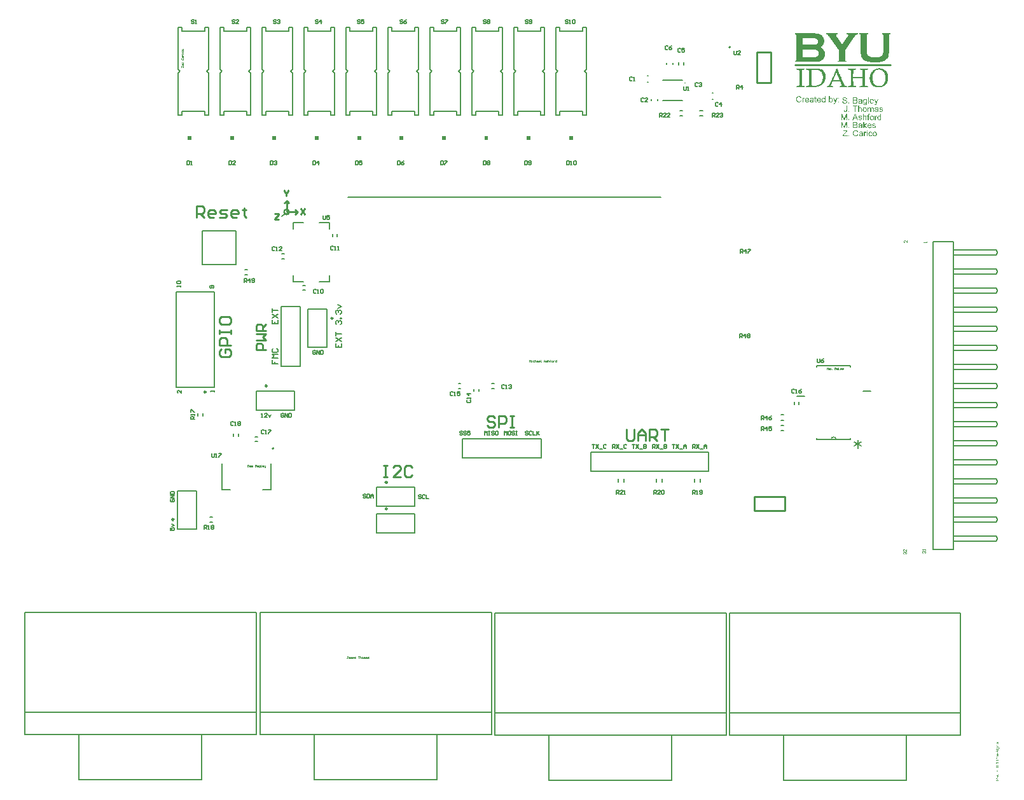
<source format=gto>
G04*
G04 #@! TF.GenerationSoftware,Altium Limited,Altium Designer,20.0.10 (225)*
G04*
G04 Layer_Color=65535*
%FSLAX25Y25*%
%MOIN*%
G70*
G01*
G75*
%ADD10C,0.00787*%
%ADD11C,0.00600*%
%ADD12C,0.01000*%
%ADD13C,0.00984*%
%ADD14C,0.00500*%
%ADD15C,0.00200*%
%ADD16C,0.00781*%
%ADD17C,0.00400*%
%ADD18C,0.00300*%
G36*
X87916Y339884D02*
X89884D01*
Y337916D01*
X87916D01*
Y339884D01*
D02*
G37*
G36*
X110127D02*
X112095D01*
Y337916D01*
X110127D01*
Y339884D01*
D02*
G37*
G36*
X140456Y309597D02*
D01*
D02*
G37*
G36*
X132338Y339884D02*
X134307D01*
Y337916D01*
X132338D01*
Y339884D01*
D02*
G37*
G36*
X154549D02*
X156518D01*
Y337916D01*
X154549D01*
Y339884D01*
D02*
G37*
G36*
X176760D02*
X178729D01*
Y337916D01*
X176760D01*
Y339884D01*
D02*
G37*
G36*
X198971D02*
X200940D01*
Y337916D01*
X198971D01*
Y339884D01*
D02*
G37*
G36*
X221182D02*
X223151D01*
Y337916D01*
X221182D01*
Y339884D01*
D02*
G37*
G36*
X243393D02*
X245362D01*
Y337916D01*
X243393D01*
Y339884D01*
D02*
G37*
G36*
X265605D02*
X267573D01*
Y337916D01*
X265605D01*
Y339884D01*
D02*
G37*
G36*
X287816D02*
X289784D01*
Y337916D01*
X287816D01*
Y339884D01*
D02*
G37*
G36*
X512990Y22278D02*
X512988Y22275D01*
X512979Y22273D01*
X512967Y22268D01*
X512949Y22261D01*
X512928Y22254D01*
X512902Y22250D01*
X512875Y22245D01*
X512845Y22241D01*
Y22238D01*
X512849Y22236D01*
X512861Y22222D01*
X512877Y22201D01*
X512898Y22174D01*
X512919Y22139D01*
X512942Y22104D01*
X512963Y22067D01*
X512979Y22028D01*
X512981Y22024D01*
X512983Y22010D01*
X512990Y21989D01*
X512997Y21963D01*
X513004Y21931D01*
X513009Y21894D01*
X513013Y21853D01*
X513016Y21811D01*
Y21792D01*
X513013Y21779D01*
Y21763D01*
X513011Y21744D01*
X513004Y21702D01*
X512993Y21656D01*
X512977Y21605D01*
X512953Y21559D01*
X512923Y21518D01*
X512919Y21513D01*
X512907Y21501D01*
X512886Y21485D01*
X512859Y21467D01*
X512824Y21448D01*
X512785Y21432D01*
X512736Y21421D01*
X512713Y21418D01*
X512685Y21416D01*
X512681D01*
X512672D01*
X512655Y21418D01*
X512635Y21421D01*
X512609Y21425D01*
X512584Y21432D01*
X512556Y21441D01*
X512531Y21453D01*
X512528Y21455D01*
X512519Y21460D01*
X512505Y21469D01*
X512489Y21481D01*
X512471Y21495D01*
X512452Y21513D01*
X512434Y21531D01*
X512417Y21555D01*
X512415Y21557D01*
X512410Y21566D01*
X512401Y21578D01*
X512392Y21596D01*
X512383Y21617D01*
X512371Y21642D01*
X512362Y21668D01*
X512353Y21698D01*
Y21700D01*
X512351Y21709D01*
X512346Y21723D01*
X512344Y21742D01*
X512339Y21765D01*
X512334Y21795D01*
X512327Y21829D01*
X512323Y21871D01*
Y21873D01*
X512320Y21883D01*
Y21894D01*
X512318Y21910D01*
X512316Y21929D01*
X512311Y21952D01*
X512309Y21977D01*
X512304Y22005D01*
X512293Y22061D01*
X512281Y22120D01*
X512267Y22174D01*
X512260Y22199D01*
X512253Y22222D01*
X512251D01*
X512247D01*
X512233Y22224D01*
X512217D01*
X512207D01*
X512203D01*
X512200D01*
X512198D01*
X512184D01*
X512161Y22222D01*
X512136Y22218D01*
X512108Y22211D01*
X512080Y22199D01*
X512055Y22185D01*
X512034Y22167D01*
X512032Y22164D01*
X512022Y22153D01*
X512013Y22134D01*
X511999Y22111D01*
X511988Y22079D01*
X511976Y22042D01*
X511969Y21996D01*
X511967Y21943D01*
Y21920D01*
X511969Y21896D01*
X511974Y21864D01*
X511978Y21832D01*
X511988Y21797D01*
X511999Y21765D01*
X512015Y21737D01*
X512018Y21735D01*
X512025Y21725D01*
X512036Y21714D01*
X512055Y21700D01*
X512078Y21686D01*
X512108Y21670D01*
X512145Y21656D01*
X512186Y21642D01*
X512161Y21451D01*
X512159D01*
X512156Y21453D01*
X512149D01*
X512140Y21455D01*
X512119Y21462D01*
X512089Y21471D01*
X512059Y21483D01*
X512027Y21497D01*
X511995Y21515D01*
X511965Y21536D01*
X511962Y21538D01*
X511953Y21548D01*
X511939Y21562D01*
X511921Y21580D01*
X511902Y21605D01*
X511884Y21635D01*
X511863Y21670D01*
X511847Y21709D01*
Y21712D01*
X511845Y21714D01*
X511842Y21721D01*
X511840Y21730D01*
X511833Y21753D01*
X511826Y21786D01*
X511819Y21823D01*
X511812Y21869D01*
X511808Y21917D01*
X511805Y21973D01*
Y21998D01*
X511808Y22024D01*
X511810Y22058D01*
X511814Y22097D01*
X511822Y22137D01*
X511831Y22176D01*
X511842Y22213D01*
X511845Y22218D01*
X511849Y22229D01*
X511856Y22245D01*
X511865Y22266D01*
X511879Y22289D01*
X511893Y22312D01*
X511911Y22333D01*
X511930Y22352D01*
X511932Y22354D01*
X511939Y22358D01*
X511951Y22365D01*
X511965Y22375D01*
X511985Y22386D01*
X512006Y22395D01*
X512032Y22405D01*
X512062Y22412D01*
X512064D01*
X512071Y22414D01*
X512085Y22416D01*
X512103Y22419D01*
X512129D01*
X512159Y22421D01*
X512198Y22423D01*
X512242D01*
X512505D01*
X512507D01*
X512517D01*
X512531D01*
X512549D01*
X512570D01*
X512595D01*
X512651Y22425D01*
X512709D01*
X512766Y22428D01*
X512792Y22430D01*
X512815D01*
X512836Y22432D01*
X512852Y22435D01*
X512854D01*
X512863Y22437D01*
X512877Y22439D01*
X512896Y22446D01*
X512916Y22451D01*
X512940Y22460D01*
X512965Y22472D01*
X512990Y22483D01*
Y22278D01*
D02*
G37*
G36*
Y20984D02*
X512256D01*
X512253D01*
X512249D01*
X512242D01*
X512233D01*
X512207Y20982D01*
X512175Y20977D01*
X512140Y20968D01*
X512106Y20956D01*
X512071Y20940D01*
X512043Y20919D01*
X512041Y20917D01*
X512032Y20908D01*
X512020Y20894D01*
X512009Y20873D01*
X511995Y20848D01*
X511985Y20818D01*
X511976Y20781D01*
X511974Y20739D01*
Y20725D01*
X511976Y20709D01*
X511978Y20686D01*
X511985Y20663D01*
X511992Y20635D01*
X512004Y20607D01*
X512020Y20577D01*
X512022Y20575D01*
X512029Y20566D01*
X512039Y20552D01*
X512052Y20536D01*
X512071Y20517D01*
X512092Y20499D01*
X512117Y20483D01*
X512145Y20469D01*
X512149Y20467D01*
X512159Y20464D01*
X512177Y20460D01*
X512200Y20453D01*
X512230Y20446D01*
X512267Y20441D01*
X512309Y20439D01*
X512357Y20437D01*
X512990D01*
Y20240D01*
X511392D01*
Y20437D01*
X511965D01*
X511962Y20439D01*
X511958Y20444D01*
X511951Y20450D01*
X511939Y20462D01*
X511928Y20473D01*
X511914Y20490D01*
X511900Y20511D01*
X511884Y20531D01*
X511870Y20554D01*
X511856Y20580D01*
X511831Y20640D01*
X511819Y20672D01*
X511812Y20707D01*
X511808Y20744D01*
X511805Y20781D01*
Y20801D01*
X511808Y20827D01*
X511812Y20857D01*
X511817Y20892D01*
X511826Y20929D01*
X511840Y20966D01*
X511856Y21002D01*
X511858Y21007D01*
X511865Y21019D01*
X511877Y21035D01*
X511893Y21056D01*
X511914Y21076D01*
X511937Y21100D01*
X511965Y21120D01*
X511997Y21139D01*
X512002Y21141D01*
X512013Y21146D01*
X512034Y21153D01*
X512064Y21160D01*
X512101Y21167D01*
X512145Y21173D01*
X512198Y21178D01*
X512258Y21180D01*
X512990D01*
Y20984D01*
D02*
G37*
G36*
X512450Y20000D02*
X512468D01*
X512510Y19995D01*
X512561Y19986D01*
X512614Y19974D01*
X512669Y19958D01*
X512725Y19938D01*
X512727D01*
X512732Y19935D01*
X512739Y19931D01*
X512748Y19926D01*
X512773Y19910D01*
X512806Y19889D01*
X512840Y19864D01*
X512875Y19831D01*
X512910Y19794D01*
X512942Y19750D01*
Y19748D01*
X512944Y19746D01*
X512949Y19739D01*
X512953Y19730D01*
X512965Y19707D01*
X512979Y19674D01*
X512993Y19635D01*
X513004Y19593D01*
X513013Y19545D01*
X513016Y19496D01*
Y19480D01*
X513013Y19462D01*
X513011Y19439D01*
X513006Y19411D01*
X513000Y19381D01*
X512990Y19351D01*
X512977Y19321D01*
X512974Y19319D01*
X512969Y19307D01*
X512960Y19293D01*
X512946Y19275D01*
X512933Y19256D01*
X512914Y19233D01*
X512893Y19212D01*
X512870Y19194D01*
X513434D01*
Y18997D01*
X511831D01*
Y19175D01*
X511983D01*
X511978Y19178D01*
X511969Y19187D01*
X511953Y19198D01*
X511935Y19217D01*
X511911Y19238D01*
X511891Y19261D01*
X511870Y19288D01*
X511852Y19316D01*
X511849Y19321D01*
X511845Y19330D01*
X511838Y19349D01*
X511828Y19372D01*
X511819Y19399D01*
X511812Y19432D01*
X511808Y19469D01*
X511805Y19510D01*
Y19536D01*
X511808Y19547D01*
X511810Y19563D01*
X511814Y19598D01*
X511824Y19640D01*
X511838Y19683D01*
X511858Y19727D01*
X511884Y19771D01*
Y19774D01*
X511889Y19776D01*
X511898Y19790D01*
X511916Y19811D01*
X511939Y19836D01*
X511969Y19864D01*
X512006Y19891D01*
X512050Y19919D01*
X512099Y19942D01*
X512101D01*
X512106Y19944D01*
X512113Y19947D01*
X512122Y19951D01*
X512136Y19956D01*
X512152Y19961D01*
X512189Y19972D01*
X512235Y19984D01*
X512286Y19993D01*
X512344Y20000D01*
X512404Y20002D01*
X512406D01*
X512410D01*
X512420D01*
X512434D01*
X512450Y20000D01*
D02*
G37*
G36*
X512990Y18496D02*
X511392D01*
Y18692D01*
X512990D01*
Y18496D01*
D02*
G37*
G36*
Y18115D02*
X512505Y17928D01*
Y17258D01*
X512990Y17085D01*
Y16861D01*
X511392Y17470D01*
Y17702D01*
X512990Y18355D01*
Y18115D01*
D02*
G37*
G36*
X512510Y16188D02*
X512314D01*
Y16796D01*
X512510D01*
Y16188D01*
D02*
G37*
G36*
X512461Y16024D02*
Y15158D01*
X512464D01*
X512471D01*
X512480Y15160D01*
X512494D01*
X512510Y15163D01*
X512528Y15167D01*
X512570Y15174D01*
X512616Y15188D01*
X512667Y15207D01*
X512713Y15232D01*
X512755Y15265D01*
Y15267D01*
X512759Y15269D01*
X512771Y15283D01*
X512787Y15304D01*
X512803Y15331D01*
X512822Y15368D01*
X512838Y15410D01*
X512849Y15456D01*
X512852Y15482D01*
X512854Y15509D01*
Y15528D01*
X512852Y15549D01*
X512847Y15574D01*
X512840Y15602D01*
X512831Y15634D01*
X512817Y15664D01*
X512799Y15694D01*
X512796Y15696D01*
X512787Y15708D01*
X512773Y15722D01*
X512755Y15738D01*
X512729Y15756D01*
X512697Y15777D01*
X512660Y15798D01*
X512616Y15817D01*
X512641Y16020D01*
X512644D01*
X512648Y16017D01*
X512658Y16015D01*
X512672Y16011D01*
X512685Y16004D01*
X512704Y15997D01*
X512743Y15978D01*
X512787Y15955D01*
X512833Y15923D01*
X512877Y15886D01*
X512919Y15840D01*
Y15837D01*
X512923Y15833D01*
X512928Y15826D01*
X512935Y15817D01*
X512942Y15803D01*
X512949Y15789D01*
X512958Y15770D01*
X512967Y15750D01*
X512977Y15726D01*
X512986Y15703D01*
X513000Y15646D01*
X513011Y15581D01*
X513016Y15509D01*
Y15484D01*
X513013Y15468D01*
X513011Y15447D01*
X513006Y15421D01*
X513002Y15394D01*
X512997Y15364D01*
X512979Y15299D01*
X512965Y15265D01*
X512951Y15232D01*
X512933Y15198D01*
X512912Y15165D01*
X512889Y15135D01*
X512861Y15105D01*
X512859Y15103D01*
X512854Y15098D01*
X512845Y15091D01*
X512831Y15082D01*
X512815Y15070D01*
X512796Y15059D01*
X512773Y15045D01*
X512748Y15031D01*
X512718Y15017D01*
X512685Y15003D01*
X512648Y14992D01*
X512609Y14980D01*
X512568Y14971D01*
X512521Y14964D01*
X512473Y14960D01*
X512422Y14957D01*
X512420D01*
X512408D01*
X512394D01*
X512373Y14960D01*
X512348Y14962D01*
X512320Y14964D01*
X512288Y14969D01*
X512256Y14976D01*
X512182Y14994D01*
X512145Y15006D01*
X512106Y15020D01*
X512069Y15038D01*
X512034Y15059D01*
X511999Y15082D01*
X511967Y15107D01*
X511965Y15110D01*
X511960Y15114D01*
X511953Y15124D01*
X511942Y15135D01*
X511930Y15149D01*
X511916Y15167D01*
X511900Y15188D01*
X511886Y15214D01*
X511870Y15239D01*
X511856Y15269D01*
X511842Y15301D01*
X511831Y15336D01*
X511819Y15373D01*
X511812Y15412D01*
X511808Y15454D01*
X511805Y15498D01*
Y15521D01*
X511808Y15537D01*
X511810Y15555D01*
X511814Y15579D01*
X511819Y15604D01*
X511826Y15634D01*
X511833Y15662D01*
X511845Y15694D01*
X511856Y15724D01*
X511872Y15756D01*
X511891Y15789D01*
X511911Y15821D01*
X511937Y15851D01*
X511965Y15879D01*
X511967Y15881D01*
X511972Y15886D01*
X511981Y15893D01*
X511995Y15902D01*
X512011Y15914D01*
X512029Y15925D01*
X512052Y15939D01*
X512080Y15953D01*
X512110Y15967D01*
X512143Y15981D01*
X512180Y15992D01*
X512219Y16004D01*
X512263Y16013D01*
X512309Y16020D01*
X512357Y16024D01*
X512410Y16027D01*
X512413D01*
X512422D01*
X512438D01*
X512461Y16024D01*
D02*
G37*
G36*
X512050Y14835D02*
X512048Y14832D01*
X512043Y14823D01*
X512036Y14809D01*
X512029Y14791D01*
X512022Y14770D01*
X512015Y14745D01*
X512011Y14719D01*
X512009Y14694D01*
Y14682D01*
X512011Y14671D01*
X512013Y14655D01*
X512018Y14638D01*
X512025Y14618D01*
X512034Y14597D01*
X512048Y14578D01*
X512050Y14576D01*
X512055Y14569D01*
X512064Y14562D01*
X512076Y14551D01*
X512092Y14539D01*
X512110Y14528D01*
X512131Y14516D01*
X512156Y14507D01*
X512161Y14504D01*
X512175Y14502D01*
X512196Y14498D01*
X512223Y14491D01*
X512258Y14484D01*
X512297Y14479D01*
X512339Y14477D01*
X512385Y14474D01*
X512990D01*
Y14278D01*
X511831D01*
Y14456D01*
X512006D01*
X512004Y14458D01*
X511988Y14468D01*
X511967Y14479D01*
X511942Y14498D01*
X511916Y14516D01*
X511889Y14537D01*
X511865Y14558D01*
X511847Y14578D01*
X511845Y14581D01*
X511840Y14588D01*
X511833Y14602D01*
X511826Y14615D01*
X511819Y14634D01*
X511812Y14657D01*
X511808Y14680D01*
X511805Y14705D01*
Y14722D01*
X511808Y14742D01*
X511812Y14768D01*
X511822Y14798D01*
X511833Y14830D01*
X511849Y14867D01*
X511870Y14906D01*
X512050Y14835D01*
D02*
G37*
G36*
X511891Y14033D02*
X511907Y14031D01*
X511928Y14029D01*
X511951Y14024D01*
X511976Y14019D01*
X512029Y14003D01*
X512057Y13994D01*
X512087Y13980D01*
X512117Y13964D01*
X512145Y13948D01*
X512173Y13927D01*
X512200Y13904D01*
X512203Y13902D01*
X512207Y13897D01*
X512214Y13890D01*
X512221Y13879D01*
X512233Y13865D01*
X512244Y13846D01*
X512258Y13823D01*
X512270Y13798D01*
X512284Y13768D01*
X512297Y13733D01*
X512309Y13696D01*
X512318Y13652D01*
X512327Y13606D01*
X512334Y13555D01*
X512339Y13497D01*
X512341Y13437D01*
Y13028D01*
X512990D01*
Y12816D01*
X511392D01*
Y13472D01*
X511394Y13507D01*
X511396Y13546D01*
X511399Y13587D01*
X511403Y13627D01*
X511408Y13661D01*
Y13666D01*
X511413Y13682D01*
X511417Y13703D01*
X511424Y13731D01*
X511436Y13761D01*
X511449Y13793D01*
X511466Y13828D01*
X511484Y13858D01*
X511486Y13862D01*
X511493Y13871D01*
X511507Y13885D01*
X511523Y13904D01*
X511544Y13925D01*
X511572Y13945D01*
X511602Y13969D01*
X511637Y13987D01*
X511641Y13989D01*
X511653Y13994D01*
X511674Y14003D01*
X511701Y14012D01*
X511734Y14019D01*
X511771Y14029D01*
X511812Y14033D01*
X511856Y14036D01*
X511858D01*
X511865D01*
X511875D01*
X511891Y14033D01*
D02*
G37*
G36*
X512990Y11414D02*
X511741D01*
X511743Y11411D01*
X511752Y11400D01*
X511766Y11386D01*
X511782Y11363D01*
X511803Y11338D01*
X511826Y11305D01*
X511852Y11268D01*
X511877Y11227D01*
Y11224D01*
X511879Y11222D01*
X511889Y11208D01*
X511900Y11185D01*
X511914Y11157D01*
X511930Y11125D01*
X511946Y11090D01*
X511962Y11056D01*
X511976Y11021D01*
X511787D01*
Y11023D01*
X511782Y11028D01*
X511780Y11037D01*
X511773Y11049D01*
X511766Y11063D01*
X511757Y11079D01*
X511734Y11118D01*
X511708Y11164D01*
X511676Y11210D01*
X511639Y11259D01*
X511600Y11307D01*
X511597Y11310D01*
X511595Y11312D01*
X511588Y11319D01*
X511581Y11328D01*
X511558Y11349D01*
X511530Y11377D01*
X511498Y11404D01*
X511461Y11434D01*
X511424Y11460D01*
X511385Y11483D01*
Y11610D01*
X512990D01*
Y11414D01*
D02*
G37*
G36*
Y10360D02*
X512766D01*
Y10584D01*
X512990D01*
Y10360D01*
D02*
G37*
G36*
X512274Y10048D02*
X512302D01*
X512332Y10046D01*
X512364Y10044D01*
X512438Y10037D01*
X512514Y10025D01*
X512588Y10012D01*
X512623Y10002D01*
X512658Y9991D01*
X512660D01*
X512665Y9988D01*
X512674Y9984D01*
X512685Y9979D01*
X512702Y9975D01*
X512718Y9965D01*
X512757Y9947D01*
X512799Y9924D01*
X512845Y9894D01*
X512886Y9859D01*
X512926Y9817D01*
Y9815D01*
X512930Y9813D01*
X512935Y9806D01*
X512940Y9797D01*
X512946Y9785D01*
X512956Y9774D01*
X512972Y9739D01*
X512988Y9697D01*
X513004Y9649D01*
X513013Y9591D01*
X513018Y9529D01*
Y9506D01*
X513016Y9489D01*
X513013Y9471D01*
X513009Y9448D01*
X513004Y9422D01*
X512997Y9395D01*
X512988Y9367D01*
X512979Y9337D01*
X512965Y9307D01*
X512949Y9277D01*
X512930Y9247D01*
X512907Y9217D01*
X512882Y9189D01*
X512854Y9164D01*
X512852Y9161D01*
X512845Y9157D01*
X512833Y9150D01*
X512815Y9138D01*
X512794Y9127D01*
X512766Y9115D01*
X512734Y9099D01*
X512697Y9085D01*
X512655Y9071D01*
X512607Y9058D01*
X512554Y9044D01*
X512494Y9032D01*
X512429Y9020D01*
X512360Y9014D01*
X512284Y9009D01*
X512203Y9007D01*
X512200D01*
X512191D01*
X512175D01*
X512156D01*
X512131Y9009D01*
X512103D01*
X512073Y9011D01*
X512039Y9014D01*
X511967Y9020D01*
X511891Y9032D01*
X511814Y9046D01*
X511780Y9055D01*
X511745Y9064D01*
X511743D01*
X511738Y9067D01*
X511729Y9071D01*
X511718Y9076D01*
X511701Y9081D01*
X511685Y9090D01*
X511646Y9108D01*
X511604Y9131D01*
X511560Y9161D01*
X511517Y9196D01*
X511480Y9238D01*
Y9240D01*
X511475Y9242D01*
X511470Y9249D01*
X511466Y9258D01*
X511456Y9270D01*
X511449Y9284D01*
X511431Y9319D01*
X511415Y9360D01*
X511399Y9409D01*
X511389Y9466D01*
X511385Y9529D01*
Y9550D01*
X511387Y9575D01*
X511392Y9605D01*
X511399Y9640D01*
X511408Y9677D01*
X511419Y9716D01*
X511438Y9753D01*
Y9755D01*
X511440Y9757D01*
X511447Y9769D01*
X511459Y9787D01*
X511475Y9811D01*
X511498Y9836D01*
X511523Y9864D01*
X511553Y9889D01*
X511588Y9915D01*
X511593Y9917D01*
X511604Y9926D01*
X511625Y9935D01*
X511655Y9951D01*
X511690Y9965D01*
X511729Y9984D01*
X511775Y10000D01*
X511826Y10014D01*
X511828D01*
X511833Y10016D01*
X511840Y10018D01*
X511852Y10021D01*
X511865Y10023D01*
X511881Y10025D01*
X511902Y10030D01*
X511925Y10032D01*
X511951Y10037D01*
X511978Y10039D01*
X512011Y10041D01*
X512043Y10046D01*
X512080Y10048D01*
X512117D01*
X512159Y10051D01*
X512203D01*
X512205D01*
X512214D01*
X512230D01*
X512249D01*
X512274Y10048D01*
D02*
G37*
G36*
X512990Y8496D02*
X512766D01*
Y8720D01*
X512990D01*
Y8496D01*
D02*
G37*
G36*
X512274Y8184D02*
X512302D01*
X512332Y8182D01*
X512364Y8180D01*
X512438Y8173D01*
X512514Y8161D01*
X512588Y8147D01*
X512623Y8138D01*
X512658Y8127D01*
X512660D01*
X512665Y8124D01*
X512674Y8120D01*
X512685Y8115D01*
X512702Y8110D01*
X512718Y8101D01*
X512757Y8083D01*
X512799Y8060D01*
X512845Y8029D01*
X512886Y7995D01*
X512926Y7953D01*
Y7951D01*
X512930Y7949D01*
X512935Y7942D01*
X512940Y7932D01*
X512946Y7921D01*
X512956Y7909D01*
X512972Y7875D01*
X512988Y7833D01*
X513004Y7785D01*
X513013Y7727D01*
X513018Y7665D01*
Y7642D01*
X513016Y7625D01*
X513013Y7607D01*
X513009Y7584D01*
X513004Y7558D01*
X512997Y7531D01*
X512988Y7503D01*
X512979Y7473D01*
X512965Y7443D01*
X512949Y7413D01*
X512930Y7383D01*
X512907Y7353D01*
X512882Y7325D01*
X512854Y7300D01*
X512852Y7297D01*
X512845Y7293D01*
X512833Y7286D01*
X512815Y7274D01*
X512794Y7263D01*
X512766Y7251D01*
X512734Y7235D01*
X512697Y7221D01*
X512655Y7207D01*
X512607Y7193D01*
X512554Y7180D01*
X512494Y7168D01*
X512429Y7156D01*
X512360Y7149D01*
X512284Y7145D01*
X512203Y7142D01*
X512200D01*
X512191D01*
X512175D01*
X512156D01*
X512131Y7145D01*
X512103D01*
X512073Y7147D01*
X512039Y7149D01*
X511967Y7156D01*
X511891Y7168D01*
X511814Y7182D01*
X511780Y7191D01*
X511745Y7200D01*
X511743D01*
X511738Y7203D01*
X511729Y7207D01*
X511718Y7212D01*
X511701Y7216D01*
X511685Y7226D01*
X511646Y7244D01*
X511604Y7267D01*
X511560Y7297D01*
X511517Y7332D01*
X511480Y7373D01*
Y7376D01*
X511475Y7378D01*
X511470Y7385D01*
X511466Y7394D01*
X511456Y7406D01*
X511449Y7420D01*
X511431Y7454D01*
X511415Y7496D01*
X511399Y7544D01*
X511389Y7602D01*
X511385Y7665D01*
Y7685D01*
X511387Y7711D01*
X511392Y7741D01*
X511399Y7775D01*
X511408Y7812D01*
X511419Y7852D01*
X511438Y7889D01*
Y7891D01*
X511440Y7893D01*
X511447Y7905D01*
X511459Y7923D01*
X511475Y7946D01*
X511498Y7972D01*
X511523Y7999D01*
X511553Y8025D01*
X511588Y8050D01*
X511593Y8053D01*
X511604Y8062D01*
X511625Y8071D01*
X511655Y8087D01*
X511690Y8101D01*
X511729Y8120D01*
X511775Y8136D01*
X511826Y8150D01*
X511828D01*
X511833Y8152D01*
X511840Y8154D01*
X511852Y8157D01*
X511865Y8159D01*
X511881Y8161D01*
X511902Y8166D01*
X511925Y8168D01*
X511951Y8173D01*
X511978Y8175D01*
X512011Y8177D01*
X512043Y8182D01*
X512080Y8184D01*
X512117D01*
X512159Y8187D01*
X512203D01*
X512205D01*
X512214D01*
X512230D01*
X512249D01*
X512274Y8184D01*
D02*
G37*
G36*
X512990Y6011D02*
X512766D01*
Y6235D01*
X512990D01*
Y6011D01*
D02*
G37*
G36*
Y5338D02*
Y5151D01*
X511831Y4715D01*
Y4923D01*
X512526Y5172D01*
X512528D01*
X512531Y5174D01*
X512538Y5177D01*
X512544Y5179D01*
X512568Y5186D01*
X512598Y5195D01*
X512632Y5207D01*
X512672Y5221D01*
X512715Y5232D01*
X512759Y5246D01*
X512755Y5248D01*
X512743Y5251D01*
X512725Y5257D01*
X512697Y5265D01*
X512667Y5276D01*
X512628Y5288D01*
X512586Y5304D01*
X512540Y5320D01*
X511831Y5576D01*
Y5780D01*
X512990Y5338D01*
D02*
G37*
G36*
X512461Y4595D02*
Y3728D01*
X512464D01*
X512471D01*
X512480Y3731D01*
X512494D01*
X512510Y3733D01*
X512528Y3738D01*
X512570Y3745D01*
X512616Y3758D01*
X512667Y3777D01*
X512713Y3802D01*
X512755Y3835D01*
Y3837D01*
X512759Y3839D01*
X512771Y3853D01*
X512787Y3874D01*
X512803Y3902D01*
X512822Y3938D01*
X512838Y3980D01*
X512849Y4026D01*
X512852Y4052D01*
X512854Y4079D01*
Y4098D01*
X512852Y4119D01*
X512847Y4144D01*
X512840Y4172D01*
X512831Y4204D01*
X512817Y4234D01*
X512799Y4264D01*
X512796Y4267D01*
X512787Y4278D01*
X512773Y4292D01*
X512755Y4308D01*
X512729Y4327D01*
X512697Y4347D01*
X512660Y4368D01*
X512616Y4387D01*
X512641Y4590D01*
X512644D01*
X512648Y4588D01*
X512658Y4585D01*
X512672Y4581D01*
X512685Y4574D01*
X512704Y4567D01*
X512743Y4548D01*
X512787Y4525D01*
X512833Y4493D01*
X512877Y4456D01*
X512919Y4410D01*
Y4408D01*
X512923Y4403D01*
X512928Y4396D01*
X512935Y4387D01*
X512942Y4373D01*
X512949Y4359D01*
X512958Y4341D01*
X512967Y4320D01*
X512977Y4297D01*
X512986Y4273D01*
X513000Y4216D01*
X513011Y4151D01*
X513016Y4079D01*
Y4054D01*
X513013Y4038D01*
X513011Y4017D01*
X513006Y3992D01*
X513002Y3964D01*
X512997Y3934D01*
X512979Y3869D01*
X512965Y3835D01*
X512951Y3802D01*
X512933Y3768D01*
X512912Y3735D01*
X512889Y3705D01*
X512861Y3675D01*
X512859Y3673D01*
X512854Y3668D01*
X512845Y3661D01*
X512831Y3652D01*
X512815Y3641D01*
X512796Y3629D01*
X512773Y3615D01*
X512748Y3601D01*
X512718Y3587D01*
X512685Y3574D01*
X512648Y3562D01*
X512609Y3551D01*
X512568Y3541D01*
X512521Y3534D01*
X512473Y3530D01*
X512422Y3527D01*
X512420D01*
X512408D01*
X512394D01*
X512373Y3530D01*
X512348Y3532D01*
X512320Y3534D01*
X512288Y3539D01*
X512256Y3546D01*
X512182Y3564D01*
X512145Y3576D01*
X512106Y3590D01*
X512069Y3608D01*
X512034Y3629D01*
X511999Y3652D01*
X511967Y3678D01*
X511965Y3680D01*
X511960Y3684D01*
X511953Y3694D01*
X511942Y3705D01*
X511930Y3719D01*
X511916Y3738D01*
X511900Y3758D01*
X511886Y3784D01*
X511870Y3809D01*
X511856Y3839D01*
X511842Y3872D01*
X511831Y3906D01*
X511819Y3943D01*
X511812Y3982D01*
X511808Y4024D01*
X511805Y4068D01*
Y4091D01*
X511808Y4107D01*
X511810Y4126D01*
X511814Y4149D01*
X511819Y4174D01*
X511826Y4204D01*
X511833Y4232D01*
X511845Y4264D01*
X511856Y4294D01*
X511872Y4327D01*
X511891Y4359D01*
X511911Y4391D01*
X511937Y4421D01*
X511965Y4449D01*
X511967Y4451D01*
X511972Y4456D01*
X511981Y4463D01*
X511995Y4472D01*
X512011Y4484D01*
X512029Y4495D01*
X512052Y4509D01*
X512080Y4523D01*
X512110Y4537D01*
X512143Y4551D01*
X512180Y4562D01*
X512219Y4574D01*
X512263Y4583D01*
X512309Y4590D01*
X512357Y4595D01*
X512410Y4597D01*
X512413D01*
X512422D01*
X512438D01*
X512461Y4595D01*
D02*
G37*
G36*
X512990Y3151D02*
X512658Y2941D01*
X512655D01*
X512651Y2936D01*
X512644Y2931D01*
X512635Y2924D01*
X512609Y2908D01*
X512577Y2888D01*
X512542Y2862D01*
X512505Y2837D01*
X512471Y2811D01*
X512438Y2788D01*
X512436Y2786D01*
X512427Y2779D01*
X512413Y2767D01*
X512397Y2751D01*
X512362Y2716D01*
X512346Y2698D01*
X512332Y2680D01*
X512330Y2677D01*
X512327Y2673D01*
X512323Y2663D01*
X512316Y2650D01*
X512309Y2636D01*
X512302Y2620D01*
X512290Y2583D01*
Y2580D01*
X512288Y2576D01*
Y2566D01*
X512286Y2555D01*
X512284Y2539D01*
Y2520D01*
X512281Y2495D01*
Y2222D01*
X512990D01*
Y2010D01*
X511392D01*
Y2751D01*
X511394Y2770D01*
Y2791D01*
X511396Y2839D01*
X511403Y2890D01*
X511410Y2945D01*
X511422Y2996D01*
X511429Y3022D01*
X511436Y3042D01*
Y3045D01*
X511438Y3047D01*
X511445Y3061D01*
X511454Y3081D01*
X511470Y3107D01*
X511491Y3135D01*
X511519Y3165D01*
X511551Y3192D01*
X511588Y3220D01*
X511590D01*
X511593Y3222D01*
X511607Y3232D01*
X511630Y3241D01*
X511660Y3255D01*
X511694Y3266D01*
X511736Y3278D01*
X511780Y3285D01*
X511828Y3287D01*
X511831D01*
X511835D01*
X511845D01*
X511856Y3285D01*
X511872D01*
X511889Y3283D01*
X511928Y3273D01*
X511974Y3259D01*
X512022Y3241D01*
X512071Y3213D01*
X512094Y3195D01*
X512117Y3176D01*
X512119Y3174D01*
X512122Y3172D01*
X512129Y3165D01*
X512136Y3155D01*
X512145Y3144D01*
X512154Y3130D01*
X512166Y3112D01*
X512180Y3093D01*
X512191Y3070D01*
X512203Y3045D01*
X512217Y3017D01*
X512228Y2987D01*
X512237Y2952D01*
X512249Y2918D01*
X512256Y2878D01*
X512263Y2837D01*
X512265Y2841D01*
X512270Y2850D01*
X512279Y2864D01*
X512288Y2883D01*
X512314Y2924D01*
X512330Y2945D01*
X512344Y2964D01*
X512348Y2968D01*
X512360Y2980D01*
X512378Y2998D01*
X512401Y3022D01*
X512434Y3047D01*
X512468Y3077D01*
X512510Y3107D01*
X512556Y3139D01*
X512990Y3414D01*
Y3151D01*
D02*
G37*
G36*
X446780Y355103D02*
X446812D01*
X446844Y355099D01*
X446923Y355085D01*
X447006Y355062D01*
X447094Y355025D01*
X447182Y354979D01*
X447256Y354914D01*
X447265Y354905D01*
X447283Y354877D01*
X447316Y354835D01*
X447330Y354803D01*
X447348Y354771D01*
X447366Y354729D01*
X447380Y354688D01*
X447399Y354641D01*
X447413Y354586D01*
X447422Y354530D01*
X447431Y354466D01*
X447440Y354401D01*
Y354327D01*
Y352738D01*
X447048D01*
Y354193D01*
Y354198D01*
Y354202D01*
Y354230D01*
Y354272D01*
X447043Y354323D01*
X447038Y354378D01*
X447034Y354433D01*
X447024Y354489D01*
X447011Y354530D01*
Y354535D01*
X447001Y354549D01*
X446992Y354567D01*
X446978Y354591D01*
X446960Y354618D01*
X446937Y354646D01*
X446909Y354674D01*
X446872Y354701D01*
X446868Y354706D01*
X446854Y354711D01*
X446835Y354720D01*
X446803Y354734D01*
X446770Y354748D01*
X446729Y354757D01*
X446687Y354761D01*
X446636Y354766D01*
X446613D01*
X446595Y354761D01*
X446549Y354757D01*
X446493Y354748D01*
X446429Y354725D01*
X446359Y354697D01*
X446290Y354655D01*
X446225Y354600D01*
X446221Y354591D01*
X446202Y354567D01*
X446174Y354530D01*
X446147Y354475D01*
X446114Y354401D01*
X446091Y354313D01*
X446073Y354207D01*
X446064Y354082D01*
Y352738D01*
X445671D01*
Y354239D01*
Y354244D01*
Y354253D01*
Y354262D01*
Y354281D01*
X445666Y354332D01*
X445657Y354387D01*
X445648Y354452D01*
X445629Y354517D01*
X445606Y354577D01*
X445574Y354632D01*
X445569Y354637D01*
X445555Y354655D01*
X445532Y354674D01*
X445500Y354701D01*
X445458Y354725D01*
X445403Y354748D01*
X445338Y354761D01*
X445260Y354766D01*
X445232D01*
X445200Y354761D01*
X445163Y354757D01*
X445117Y354743D01*
X445061Y354729D01*
X445010Y354706D01*
X444955Y354678D01*
X444950Y354674D01*
X444932Y354660D01*
X444909Y354641D01*
X444876Y354614D01*
X444844Y354577D01*
X444812Y354530D01*
X444779Y354480D01*
X444752Y354419D01*
X444747Y354410D01*
X444742Y354387D01*
X444733Y354350D01*
X444719Y354299D01*
X444705Y354230D01*
X444696Y354147D01*
X444691Y354050D01*
X444687Y353939D01*
Y352738D01*
X444294D01*
Y355057D01*
X444645D01*
Y354725D01*
X444650Y354734D01*
X444664Y354752D01*
X444691Y354784D01*
X444724Y354821D01*
X444765Y354868D01*
X444816Y354914D01*
X444872Y354960D01*
X444936Y355002D01*
X444945Y355006D01*
X444969Y355020D01*
X445006Y355034D01*
X445056Y355057D01*
X445117Y355076D01*
X445186Y355089D01*
X445264Y355103D01*
X445347Y355108D01*
X445389D01*
X445440Y355103D01*
X445495Y355094D01*
X445565Y355080D01*
X445634Y355062D01*
X445703Y355034D01*
X445768Y354997D01*
X445777Y354992D01*
X445796Y354979D01*
X445823Y354956D01*
X445860Y354919D01*
X445897Y354877D01*
X445939Y354826D01*
X445976Y354766D01*
X446003Y354697D01*
X446008Y354701D01*
X446017Y354715D01*
X446031Y354734D01*
X446054Y354761D01*
X446082Y354794D01*
X446114Y354826D01*
X446151Y354863D01*
X446198Y354905D01*
X446248Y354942D01*
X446299Y354979D01*
X446359Y355011D01*
X446424Y355043D01*
X446493Y355071D01*
X446567Y355089D01*
X446641Y355103D01*
X446724Y355108D01*
X446757D01*
X446780Y355103D01*
D02*
G37*
G36*
X451363D02*
X451432Y355099D01*
X451506Y355089D01*
X451584Y355071D01*
X451668Y355052D01*
X451746Y355025D01*
X451751D01*
X451755Y355020D01*
X451779Y355011D01*
X451816Y354992D01*
X451862Y354969D01*
X451912Y354937D01*
X451963Y354900D01*
X452009Y354858D01*
X452051Y354812D01*
X452056Y354808D01*
X452065Y354789D01*
X452083Y354757D01*
X452107Y354720D01*
X452130Y354664D01*
X452153Y354604D01*
X452171Y354535D01*
X452190Y354456D01*
X451806Y354406D01*
Y354415D01*
X451802Y354433D01*
X451792Y354466D01*
X451779Y354507D01*
X451755Y354549D01*
X451728Y354595D01*
X451695Y354641D01*
X451649Y354683D01*
X451645Y354688D01*
X451626Y354697D01*
X451598Y354715D01*
X451557Y354734D01*
X451511Y354752D01*
X451450Y354771D01*
X451377Y354780D01*
X451298Y354784D01*
X451252D01*
X451206Y354780D01*
X451146Y354775D01*
X451086Y354761D01*
X451021Y354748D01*
X450961Y354725D01*
X450910Y354692D01*
X450905Y354688D01*
X450891Y354678D01*
X450873Y354660D01*
X450854Y354632D01*
X450831Y354604D01*
X450813Y354567D01*
X450799Y354526D01*
X450795Y354484D01*
Y354480D01*
Y354470D01*
X450799Y354456D01*
Y354438D01*
X450813Y354392D01*
X450841Y354346D01*
X450845Y354341D01*
X450850Y354336D01*
X450859Y354323D01*
X450878Y354309D01*
X450896Y354295D01*
X450924Y354276D01*
X450956Y354262D01*
X450993Y354244D01*
X450998D01*
X451007Y354239D01*
X451025Y354235D01*
X451058Y354221D01*
X451104Y354207D01*
X451164Y354193D01*
X451201Y354179D01*
X451243Y354170D01*
X451289Y354156D01*
X451340Y354142D01*
X451344D01*
X451358Y354138D01*
X451381Y354133D01*
X451409Y354124D01*
X451441Y354115D01*
X451483Y354105D01*
X451571Y354078D01*
X451668Y354050D01*
X451765Y354018D01*
X451852Y353985D01*
X451889Y353971D01*
X451922Y353958D01*
X451931Y353953D01*
X451950Y353944D01*
X451977Y353930D01*
X452019Y353907D01*
X452060Y353879D01*
X452102Y353842D01*
X452143Y353801D01*
X452180Y353754D01*
X452185Y353750D01*
X452194Y353731D01*
X452213Y353703D01*
X452231Y353662D01*
X452245Y353611D01*
X452264Y353556D01*
X452273Y353491D01*
X452278Y353417D01*
Y353408D01*
Y353385D01*
X452273Y353348D01*
X452264Y353297D01*
X452250Y353241D01*
X452227Y353181D01*
X452199Y353112D01*
X452162Y353047D01*
X452157Y353038D01*
X452139Y353020D01*
X452116Y352987D01*
X452079Y352950D01*
X452028Y352909D01*
X451973Y352863D01*
X451908Y352821D01*
X451829Y352779D01*
X451825D01*
X451820Y352775D01*
X451792Y352766D01*
X451746Y352752D01*
X451686Y352733D01*
X451612Y352715D01*
X451529Y352701D01*
X451441Y352692D01*
X451340Y352687D01*
X451298D01*
X451266Y352692D01*
X451229D01*
X451183Y352696D01*
X451136Y352701D01*
X451086Y352710D01*
X450975Y352733D01*
X450859Y352766D01*
X450748Y352812D01*
X450697Y352839D01*
X450651Y352872D01*
X450647Y352876D01*
X450642Y352881D01*
X450614Y352909D01*
X450573Y352950D01*
X450527Y353015D01*
X450476Y353094D01*
X450425Y353186D01*
X450383Y353302D01*
X450351Y353431D01*
X450739Y353491D01*
Y353486D01*
Y353482D01*
X450748Y353454D01*
X450758Y353408D01*
X450776Y353357D01*
X450799Y353302D01*
X450827Y353241D01*
X450868Y353181D01*
X450919Y353131D01*
X450928Y353126D01*
X450947Y353112D01*
X450984Y353094D01*
X451030Y353070D01*
X451090Y353047D01*
X451159Y353029D01*
X451243Y353015D01*
X451340Y353010D01*
X451386D01*
X451432Y353015D01*
X451492Y353024D01*
X451557Y353038D01*
X451626Y353057D01*
X451686Y353080D01*
X451742Y353117D01*
X451746Y353121D01*
X451765Y353135D01*
X451783Y353158D01*
X451811Y353191D01*
X451834Y353228D01*
X451857Y353274D01*
X451871Y353320D01*
X451875Y353375D01*
Y353380D01*
Y353398D01*
X451871Y353422D01*
X451862Y353454D01*
X451848Y353486D01*
X451825Y353519D01*
X451797Y353556D01*
X451755Y353583D01*
X451751Y353588D01*
X451737Y353593D01*
X451714Y353606D01*
X451677Y353620D01*
X451621Y353639D01*
X451589Y353653D01*
X451552Y353662D01*
X451511Y353676D01*
X451464Y353690D01*
X451413Y353703D01*
X451354Y353717D01*
X451349D01*
X451335Y353722D01*
X451312Y353727D01*
X451284Y353736D01*
X451247Y353745D01*
X451206Y353759D01*
X451118Y353782D01*
X451016Y353814D01*
X450919Y353842D01*
X450827Y353874D01*
X450785Y353893D01*
X450753Y353907D01*
X450744Y353911D01*
X450725Y353921D01*
X450697Y353939D01*
X450661Y353962D01*
X450619Y353994D01*
X450577Y354031D01*
X450536Y354073D01*
X450499Y354124D01*
X450494Y354129D01*
X450485Y354147D01*
X450471Y354179D01*
X450457Y354216D01*
X450443Y354262D01*
X450429Y354318D01*
X450420Y354373D01*
X450416Y354438D01*
Y354447D01*
Y354466D01*
X450420Y354493D01*
X450425Y354535D01*
X450434Y354577D01*
X450443Y354627D01*
X450462Y354674D01*
X450485Y354725D01*
X450490Y354729D01*
X450499Y354748D01*
X450513Y354771D01*
X450536Y354803D01*
X450563Y354835D01*
X450596Y354877D01*
X450633Y354914D01*
X450679Y354946D01*
X450684Y354951D01*
X450697Y354956D01*
X450716Y354969D01*
X450744Y354983D01*
X450781Y355002D01*
X450822Y355020D01*
X450873Y355039D01*
X450928Y355057D01*
X450938Y355062D01*
X450956Y355066D01*
X450988Y355076D01*
X451030Y355085D01*
X451081Y355094D01*
X451136Y355099D01*
X451201Y355108D01*
X451312D01*
X451363Y355103D01*
D02*
G37*
G36*
X433469Y353754D02*
Y353750D01*
Y353736D01*
Y353717D01*
Y353690D01*
X433465Y353653D01*
Y353616D01*
X433456Y353528D01*
X433446Y353426D01*
X433428Y353320D01*
X433400Y353223D01*
X433368Y353131D01*
Y353126D01*
X433363Y353121D01*
X433349Y353094D01*
X433326Y353057D01*
X433294Y353006D01*
X433248Y352955D01*
X433197Y352900D01*
X433132Y352844D01*
X433058Y352798D01*
X433049Y352793D01*
X433021Y352779D01*
X432980Y352761D01*
X432920Y352743D01*
X432846Y352719D01*
X432763Y352701D01*
X432670Y352687D01*
X432569Y352682D01*
X432527D01*
X432499Y352687D01*
X432462Y352692D01*
X432425Y352696D01*
X432328Y352715D01*
X432227Y352743D01*
X432120Y352784D01*
X432065Y352812D01*
X432014Y352844D01*
X431968Y352881D01*
X431922Y352923D01*
X431917Y352927D01*
X431913Y352932D01*
X431903Y352950D01*
X431889Y352969D01*
X431871Y352992D01*
X431852Y353024D01*
X431834Y353061D01*
X431811Y353103D01*
X431792Y353149D01*
X431774Y353204D01*
X431755Y353260D01*
X431737Y353325D01*
X431728Y353394D01*
X431714Y353472D01*
X431709Y353551D01*
Y353639D01*
X432093Y353694D01*
Y353690D01*
Y353680D01*
Y353662D01*
X432097Y353634D01*
X432102Y353606D01*
Y353574D01*
X432116Y353496D01*
X432130Y353412D01*
X432157Y353329D01*
X432185Y353255D01*
X432204Y353223D01*
X432227Y353195D01*
X432231Y353191D01*
X432250Y353177D01*
X432277Y353154D01*
X432314Y353131D01*
X432365Y353103D01*
X432421Y353084D01*
X432490Y353066D01*
X432564Y353061D01*
X432592D01*
X432619Y353066D01*
X432661Y353070D01*
X432702Y353080D01*
X432749Y353089D01*
X432795Y353108D01*
X432841Y353131D01*
X432846Y353135D01*
X432860Y353144D01*
X432878Y353163D01*
X432906Y353181D01*
X432929Y353214D01*
X432957Y353246D01*
X432980Y353283D01*
X432998Y353329D01*
Y353334D01*
X433007Y353352D01*
X433012Y353385D01*
X433021Y353426D01*
X433031Y353482D01*
X433035Y353551D01*
X433044Y353634D01*
Y353731D01*
Y355935D01*
X433469D01*
Y353754D01*
D02*
G37*
G36*
X449103Y355103D02*
X449173Y355099D01*
X449251Y355089D01*
X449330Y355076D01*
X449408Y355057D01*
X449482Y355034D01*
X449492Y355029D01*
X449515Y355020D01*
X449547Y355006D01*
X449589Y354988D01*
X449635Y354960D01*
X449681Y354932D01*
X449723Y354895D01*
X449760Y354858D01*
X449764Y354854D01*
X449773Y354840D01*
X449787Y354817D01*
X449806Y354789D01*
X449829Y354748D01*
X449847Y354706D01*
X449866Y354655D01*
X449880Y354595D01*
Y354591D01*
X449884Y354577D01*
X449889Y354549D01*
X449894Y354512D01*
Y354461D01*
X449898Y354401D01*
X449903Y354323D01*
Y354235D01*
Y353708D01*
Y353703D01*
Y353685D01*
Y353657D01*
Y353620D01*
Y353579D01*
Y353528D01*
X449907Y353417D01*
Y353302D01*
X449912Y353186D01*
X449917Y353135D01*
Y353089D01*
X449921Y353047D01*
X449926Y353015D01*
Y353010D01*
X449930Y352992D01*
X449935Y352964D01*
X449949Y352927D01*
X449958Y352886D01*
X449977Y352839D01*
X450000Y352789D01*
X450023Y352738D01*
X449612D01*
X449607Y352743D01*
X449603Y352761D01*
X449593Y352784D01*
X449579Y352821D01*
X449566Y352863D01*
X449556Y352913D01*
X449547Y352969D01*
X449538Y353029D01*
X449533D01*
X449529Y353020D01*
X449501Y352997D01*
X449459Y352964D01*
X449404Y352923D01*
X449334Y352881D01*
X449265Y352835D01*
X449191Y352793D01*
X449113Y352761D01*
X449103Y352756D01*
X449076Y352752D01*
X449034Y352738D01*
X448983Y352724D01*
X448919Y352710D01*
X448845Y352701D01*
X448762Y352692D01*
X448678Y352687D01*
X448641D01*
X448614Y352692D01*
X448582D01*
X448545Y352696D01*
X448461Y352710D01*
X448369Y352733D01*
X448267Y352766D01*
X448175Y352812D01*
X448092Y352872D01*
X448082Y352881D01*
X448059Y352904D01*
X448027Y352946D01*
X447990Y353001D01*
X447953Y353070D01*
X447921Y353149D01*
X447898Y353246D01*
X447893Y353292D01*
X447889Y353348D01*
Y353357D01*
Y353375D01*
X447893Y353408D01*
X447898Y353449D01*
X447907Y353500D01*
X447921Y353551D01*
X447939Y353606D01*
X447962Y353657D01*
X447967Y353662D01*
X447976Y353680D01*
X447995Y353708D01*
X448018Y353740D01*
X448046Y353777D01*
X448082Y353814D01*
X448119Y353851D01*
X448166Y353884D01*
X448170Y353888D01*
X448189Y353898D01*
X448212Y353916D01*
X448249Y353934D01*
X448290Y353953D01*
X448341Y353976D01*
X448392Y353994D01*
X448452Y354013D01*
X448457D01*
X448475Y354018D01*
X448503Y354027D01*
X448540Y354031D01*
X448586Y354041D01*
X448646Y354050D01*
X448715Y354064D01*
X448799Y354073D01*
X448803D01*
X448822Y354078D01*
X448845D01*
X448877Y354082D01*
X448914Y354087D01*
X448960Y354096D01*
X449011Y354101D01*
X449067Y354110D01*
X449178Y354133D01*
X449298Y354156D01*
X449404Y354184D01*
X449455Y354198D01*
X449501Y354212D01*
Y354216D01*
Y354225D01*
X449506Y354253D01*
Y354286D01*
Y354304D01*
Y354313D01*
Y354318D01*
Y354323D01*
Y354350D01*
X449501Y354396D01*
X449492Y354447D01*
X449478Y354503D01*
X449455Y354558D01*
X449427Y354609D01*
X449390Y354650D01*
X449385Y354655D01*
X449362Y354674D01*
X449325Y354692D01*
X449279Y354720D01*
X449214Y354743D01*
X449141Y354766D01*
X449048Y354780D01*
X448942Y354784D01*
X448896D01*
X448849Y354780D01*
X448785Y354771D01*
X448720Y354761D01*
X448651Y354743D01*
X448586Y354720D01*
X448531Y354688D01*
X448526Y354683D01*
X448508Y354669D01*
X448485Y354646D01*
X448457Y354609D01*
X448429Y354563D01*
X448397Y354503D01*
X448369Y354429D01*
X448341Y354346D01*
X447958Y354396D01*
Y354401D01*
X447962Y354406D01*
Y354419D01*
X447967Y354438D01*
X447981Y354480D01*
X447999Y354540D01*
X448023Y354600D01*
X448050Y354664D01*
X448087Y354729D01*
X448129Y354789D01*
X448133Y354794D01*
X448152Y354812D01*
X448179Y354840D01*
X448216Y354877D01*
X448267Y354914D01*
X448327Y354951D01*
X448397Y354992D01*
X448475Y355025D01*
X448480D01*
X448485Y355029D01*
X448498Y355034D01*
X448517Y355039D01*
X448563Y355052D01*
X448628Y355066D01*
X448702Y355080D01*
X448794Y355094D01*
X448891Y355103D01*
X449002Y355108D01*
X449053D01*
X449103Y355103D01*
D02*
G37*
G36*
X439720Y354789D02*
X439725Y354794D01*
X439734Y354803D01*
X439748Y354817D01*
X439771Y354840D01*
X439794Y354863D01*
X439827Y354891D01*
X439868Y354919D01*
X439910Y354951D01*
X439956Y354979D01*
X440007Y355006D01*
X440127Y355057D01*
X440192Y355080D01*
X440261Y355094D01*
X440335Y355103D01*
X440409Y355108D01*
X440450D01*
X440501Y355103D01*
X440561Y355094D01*
X440630Y355085D01*
X440704Y355066D01*
X440778Y355039D01*
X440852Y355006D01*
X440862Y355002D01*
X440885Y354988D01*
X440917Y354965D01*
X440958Y354932D01*
X441000Y354891D01*
X441046Y354845D01*
X441088Y354789D01*
X441125Y354725D01*
X441129Y354715D01*
X441139Y354692D01*
X441152Y354650D01*
X441166Y354591D01*
X441180Y354517D01*
X441194Y354429D01*
X441203Y354323D01*
X441208Y354202D01*
Y352738D01*
X440815D01*
Y354207D01*
Y354212D01*
Y354221D01*
Y354235D01*
Y354253D01*
X440811Y354304D01*
X440801Y354369D01*
X440783Y354438D01*
X440760Y354507D01*
X440728Y354577D01*
X440686Y354632D01*
X440681Y354637D01*
X440663Y354655D01*
X440635Y354678D01*
X440593Y354701D01*
X440543Y354729D01*
X440483Y354748D01*
X440409Y354766D01*
X440325Y354771D01*
X440298D01*
X440266Y354766D01*
X440219Y354761D01*
X440173Y354748D01*
X440118Y354734D01*
X440062Y354711D01*
X440002Y354678D01*
X439997Y354674D01*
X439979Y354660D01*
X439951Y354641D01*
X439919Y354614D01*
X439882Y354577D01*
X439845Y354535D01*
X439813Y354484D01*
X439785Y354429D01*
X439780Y354419D01*
X439776Y354401D01*
X439767Y354364D01*
X439753Y354318D01*
X439739Y354258D01*
X439730Y354184D01*
X439725Y354101D01*
X439720Y354004D01*
Y352738D01*
X439328D01*
Y355935D01*
X439720D01*
Y354789D01*
D02*
G37*
G36*
X438940Y355556D02*
X437886D01*
Y352738D01*
X437461D01*
Y355556D01*
X436408D01*
Y355935D01*
X438940D01*
Y355556D01*
D02*
G37*
G36*
X434671Y352738D02*
X434223D01*
Y353186D01*
X434671D01*
Y352738D01*
D02*
G37*
G36*
X442830Y355103D02*
X442871Y355099D01*
X442917Y355089D01*
X442968Y355080D01*
X443028Y355071D01*
X443153Y355029D01*
X443218Y355006D01*
X443282Y354974D01*
X443347Y354942D01*
X443412Y354895D01*
X443472Y354849D01*
X443532Y354794D01*
X443536Y354789D01*
X443546Y354780D01*
X443560Y354761D01*
X443578Y354738D01*
X443601Y354706D01*
X443629Y354664D01*
X443657Y354618D01*
X443684Y354567D01*
X443712Y354512D01*
X443740Y354443D01*
X443767Y354373D01*
X443790Y354295D01*
X443809Y354212D01*
X443823Y354124D01*
X443832Y354031D01*
X443837Y353930D01*
Y353925D01*
Y353911D01*
Y353888D01*
Y353856D01*
X443832Y353819D01*
X443827Y353773D01*
Y353727D01*
X443818Y353676D01*
X443804Y353560D01*
X443777Y353445D01*
X443744Y353329D01*
X443698Y353223D01*
Y353218D01*
X443693Y353214D01*
X443684Y353200D01*
X443675Y353181D01*
X443643Y353135D01*
X443601Y353080D01*
X443546Y353015D01*
X443476Y352950D01*
X443398Y352886D01*
X443305Y352826D01*
X443301D01*
X443296Y352821D01*
X443282Y352812D01*
X443259Y352802D01*
X443236Y352793D01*
X443208Y352784D01*
X443139Y352756D01*
X443061Y352733D01*
X442964Y352710D01*
X442862Y352692D01*
X442751Y352687D01*
X442705D01*
X442668Y352692D01*
X442626Y352696D01*
X442580Y352706D01*
X442525Y352715D01*
X442469Y352724D01*
X442345Y352761D01*
X442275Y352789D01*
X442210Y352816D01*
X442146Y352853D01*
X442081Y352895D01*
X442021Y352941D01*
X441961Y352997D01*
X441956Y353001D01*
X441947Y353010D01*
X441933Y353029D01*
X441915Y353057D01*
X441892Y353089D01*
X441869Y353126D01*
X441841Y353172D01*
X441813Y353228D01*
X441785Y353288D01*
X441758Y353357D01*
X441735Y353431D01*
X441712Y353509D01*
X441693Y353597D01*
X441679Y353690D01*
X441670Y353791D01*
X441665Y353898D01*
Y353907D01*
Y353925D01*
X441670Y353958D01*
Y354004D01*
X441675Y354055D01*
X441684Y354119D01*
X441693Y354184D01*
X441712Y354258D01*
X441730Y354332D01*
X441753Y354410D01*
X441781Y354493D01*
X441818Y354572D01*
X441855Y354646D01*
X441906Y354720D01*
X441956Y354789D01*
X442021Y354849D01*
X442026Y354854D01*
X442035Y354858D01*
X442053Y354872D01*
X442076Y354891D01*
X442104Y354909D01*
X442141Y354932D01*
X442178Y354956D01*
X442224Y354979D01*
X442275Y355002D01*
X442331Y355025D01*
X442455Y355066D01*
X442599Y355099D01*
X442672Y355103D01*
X442751Y355108D01*
X442797D01*
X442830Y355103D01*
D02*
G37*
G36*
X432335Y360386D02*
X432368D01*
X432455Y360377D01*
X432552Y360363D01*
X432654Y360339D01*
X432765Y360312D01*
X432866Y360275D01*
X432871D01*
X432880Y360270D01*
X432894Y360261D01*
X432913Y360252D01*
X432959Y360229D01*
X433019Y360187D01*
X433088Y360141D01*
X433157Y360081D01*
X433222Y360012D01*
X433282Y359933D01*
Y359928D01*
X433287Y359924D01*
X433296Y359910D01*
X433305Y359896D01*
X433328Y359850D01*
X433356Y359790D01*
X433389Y359716D01*
X433412Y359628D01*
X433435Y359536D01*
X433444Y359434D01*
X433037Y359402D01*
Y359406D01*
Y359416D01*
X433033Y359429D01*
X433028Y359453D01*
X433014Y359503D01*
X432996Y359573D01*
X432968Y359647D01*
X432927Y359720D01*
X432876Y359790D01*
X432811Y359854D01*
X432802Y359859D01*
X432779Y359877D01*
X432732Y359905D01*
X432672Y359933D01*
X432594Y359961D01*
X432502Y359988D01*
X432386Y360007D01*
X432257Y360012D01*
X432192D01*
X432164Y360007D01*
X432127Y360002D01*
X432044Y359993D01*
X431952Y359975D01*
X431859Y359951D01*
X431772Y359914D01*
X431735Y359891D01*
X431698Y359868D01*
X431688Y359864D01*
X431670Y359845D01*
X431642Y359813D01*
X431614Y359776D01*
X431582Y359725D01*
X431554Y359670D01*
X431536Y359605D01*
X431527Y359531D01*
Y359522D01*
Y359503D01*
X431531Y359471D01*
X431540Y359434D01*
X431554Y359388D01*
X431577Y359342D01*
X431605Y359295D01*
X431647Y359249D01*
X431651Y359245D01*
X431674Y359231D01*
X431693Y359217D01*
X431711Y359208D01*
X431739Y359194D01*
X431772Y359175D01*
X431813Y359161D01*
X431859Y359143D01*
X431910Y359124D01*
X431970Y359101D01*
X432035Y359083D01*
X432109Y359060D01*
X432192Y359041D01*
X432284Y359018D01*
X432289D01*
X432307Y359014D01*
X432335Y359009D01*
X432368Y359000D01*
X432409Y358991D01*
X432460Y358977D01*
X432511Y358963D01*
X432566Y358949D01*
X432686Y358917D01*
X432802Y358884D01*
X432857Y358866D01*
X432908Y358847D01*
X432954Y358833D01*
X432991Y358815D01*
X432996D01*
X433005Y358810D01*
X433019Y358801D01*
X433037Y358792D01*
X433088Y358764D01*
X433148Y358727D01*
X433218Y358676D01*
X433287Y358621D01*
X433352Y358556D01*
X433407Y358487D01*
X433412Y358478D01*
X433430Y358455D01*
X433449Y358413D01*
X433476Y358358D01*
X433499Y358293D01*
X433523Y358214D01*
X433536Y358126D01*
X433541Y358034D01*
Y358030D01*
Y358025D01*
Y358011D01*
Y357993D01*
X433532Y357942D01*
X433523Y357877D01*
X433504Y357803D01*
X433481Y357725D01*
X433444Y357641D01*
X433393Y357554D01*
Y357549D01*
X433389Y357544D01*
X433365Y357517D01*
X433333Y357475D01*
X433287Y357429D01*
X433227Y357373D01*
X433153Y357313D01*
X433070Y357258D01*
X432973Y357207D01*
X432968D01*
X432959Y357203D01*
X432945Y357198D01*
X432927Y357189D01*
X432899Y357179D01*
X432866Y357166D01*
X432793Y357147D01*
X432705Y357124D01*
X432598Y357101D01*
X432483Y357087D01*
X432358Y357082D01*
X432284D01*
X432247Y357087D01*
X432206D01*
X432160Y357092D01*
X432104Y357096D01*
X431989Y357115D01*
X431869Y357133D01*
X431748Y357166D01*
X431633Y357207D01*
X431628D01*
X431619Y357212D01*
X431605Y357221D01*
X431587Y357230D01*
X431531Y357258D01*
X431467Y357300D01*
X431393Y357355D01*
X431314Y357420D01*
X431240Y357498D01*
X431171Y357586D01*
Y357591D01*
X431162Y357600D01*
X431157Y357614D01*
X431143Y357632D01*
X431134Y357655D01*
X431120Y357683D01*
X431088Y357752D01*
X431055Y357840D01*
X431028Y357937D01*
X431009Y358048D01*
X431000Y358163D01*
X431397Y358201D01*
Y358196D01*
Y358191D01*
X431402Y358177D01*
Y358159D01*
X431411Y358117D01*
X431425Y358057D01*
X431444Y357997D01*
X431462Y357928D01*
X431494Y357863D01*
X431527Y357803D01*
X431531Y357799D01*
X431545Y357780D01*
X431568Y357748D01*
X431605Y357715D01*
X431651Y357674D01*
X431702Y357632D01*
X431772Y357591D01*
X431846Y357554D01*
X431850D01*
X431855Y357549D01*
X431869Y357544D01*
X431882Y357540D01*
X431929Y357526D01*
X431989Y357507D01*
X432063Y357489D01*
X432146Y357475D01*
X432238Y357466D01*
X432340Y357461D01*
X432381D01*
X432428Y357466D01*
X432483Y357470D01*
X432548Y357480D01*
X432622Y357489D01*
X432695Y357507D01*
X432765Y357531D01*
X432774Y357535D01*
X432797Y357544D01*
X432830Y357563D01*
X432871Y357581D01*
X432913Y357614D01*
X432959Y357646D01*
X433005Y357683D01*
X433042Y357729D01*
X433047Y357734D01*
X433056Y357752D01*
X433070Y357775D01*
X433088Y357812D01*
X433107Y357849D01*
X433121Y357895D01*
X433130Y357946D01*
X433134Y358002D01*
Y358006D01*
Y358030D01*
X433130Y358057D01*
X433125Y358094D01*
X433111Y358131D01*
X433098Y358177D01*
X433074Y358224D01*
X433042Y358265D01*
X433037Y358270D01*
X433024Y358284D01*
X433005Y358302D01*
X432973Y358330D01*
X432936Y358358D01*
X432885Y358390D01*
X432825Y358422D01*
X432756Y358450D01*
X432751Y358455D01*
X432728Y358459D01*
X432691Y358473D01*
X432668Y358478D01*
X432635Y358487D01*
X432603Y358501D01*
X432562Y358510D01*
X432515Y358524D01*
X432460Y358538D01*
X432405Y358552D01*
X432340Y358570D01*
X432266Y358589D01*
X432187Y358607D01*
X432183D01*
X432169Y358612D01*
X432146Y358616D01*
X432118Y358626D01*
X432081Y358635D01*
X432039Y358644D01*
X431947Y358672D01*
X431846Y358704D01*
X431739Y358736D01*
X431647Y358769D01*
X431605Y358787D01*
X431568Y358806D01*
X431564D01*
X431559Y358810D01*
X431531Y358829D01*
X431490Y358852D01*
X431444Y358889D01*
X431388Y358930D01*
X431333Y358981D01*
X431277Y359041D01*
X431231Y359106D01*
X431226Y359115D01*
X431213Y359138D01*
X431194Y359175D01*
X431176Y359222D01*
X431157Y359281D01*
X431139Y359351D01*
X431125Y359425D01*
X431120Y359503D01*
Y359508D01*
Y359512D01*
Y359526D01*
Y359545D01*
X431129Y359591D01*
X431139Y359651D01*
X431152Y359720D01*
X431176Y359799D01*
X431208Y359877D01*
X431254Y359956D01*
Y359961D01*
X431259Y359965D01*
X431282Y359993D01*
X431314Y360030D01*
X431356Y360076D01*
X431411Y360127D01*
X431481Y360182D01*
X431564Y360233D01*
X431656Y360279D01*
X431661D01*
X431670Y360284D01*
X431684Y360289D01*
X431702Y360298D01*
X431725Y360307D01*
X431758Y360316D01*
X431827Y360335D01*
X431915Y360353D01*
X432016Y360372D01*
X432123Y360386D01*
X432243Y360390D01*
X432303D01*
X432335Y360386D01*
D02*
G37*
G36*
X449004Y357101D02*
Y357096D01*
X449000Y357082D01*
X448990Y357064D01*
X448981Y357041D01*
X448967Y357009D01*
X448953Y356972D01*
X448921Y356893D01*
X448889Y356805D01*
X448852Y356717D01*
X448815Y356639D01*
X448796Y356607D01*
X448782Y356574D01*
X448778Y356565D01*
X448764Y356542D01*
X448741Y356509D01*
X448713Y356468D01*
X448676Y356422D01*
X448634Y356376D01*
X448593Y356329D01*
X448542Y356292D01*
X448537Y356288D01*
X448519Y356278D01*
X448491Y356265D01*
X448450Y356246D01*
X448404Y356228D01*
X448348Y356214D01*
X448288Y356205D01*
X448219Y356200D01*
X448200D01*
X448177Y356205D01*
X448145D01*
X448108Y356214D01*
X448066Y356223D01*
X448020Y356232D01*
X447969Y356251D01*
X447928Y356616D01*
X447932D01*
X447951Y356611D01*
X447974Y356607D01*
X448002Y356597D01*
X448075Y356583D01*
X448149Y356579D01*
X448173D01*
X448196Y356583D01*
X448223D01*
X448293Y356597D01*
X448325Y356611D01*
X448357Y356625D01*
X448362D01*
X448371Y356634D01*
X448385Y356644D01*
X448404Y356657D01*
X448445Y356694D01*
X448482Y356745D01*
Y356750D01*
X448491Y356759D01*
X448501Y356778D01*
X448510Y356805D01*
X448528Y356842D01*
X448547Y356898D01*
X448574Y356962D01*
X448602Y357041D01*
Y357046D01*
X448611Y357064D01*
X448621Y357096D01*
X448639Y357138D01*
X447761Y359457D01*
X448177D01*
X448662Y358113D01*
Y358108D01*
X448667Y358103D01*
X448671Y358090D01*
X448676Y358067D01*
X448685Y358043D01*
X448695Y358016D01*
X448718Y357951D01*
X448745Y357872D01*
X448773Y357780D01*
X448801Y357683D01*
X448829Y357577D01*
Y357581D01*
X448833Y357591D01*
X448838Y357605D01*
X448842Y357623D01*
X448847Y357646D01*
X448856Y357674D01*
X448875Y357743D01*
X448898Y357822D01*
X448930Y357914D01*
X448958Y358006D01*
X448995Y358103D01*
X449494Y359457D01*
X449887D01*
X449004Y357101D01*
D02*
G37*
G36*
X444892Y357138D02*
X444500D01*
Y360335D01*
X444892D01*
Y357138D01*
D02*
G37*
G36*
X440619Y359503D02*
X440688Y359499D01*
X440767Y359489D01*
X440845Y359476D01*
X440924Y359457D01*
X440998Y359434D01*
X441007Y359429D01*
X441030Y359420D01*
X441062Y359406D01*
X441104Y359388D01*
X441150Y359360D01*
X441196Y359332D01*
X441238Y359295D01*
X441275Y359258D01*
X441280Y359254D01*
X441289Y359240D01*
X441303Y359217D01*
X441321Y359189D01*
X441344Y359148D01*
X441363Y359106D01*
X441381Y359055D01*
X441395Y358995D01*
Y358991D01*
X441400Y358977D01*
X441404Y358949D01*
X441409Y358912D01*
Y358861D01*
X441413Y358801D01*
X441418Y358722D01*
Y358635D01*
Y358108D01*
Y358103D01*
Y358085D01*
Y358057D01*
Y358020D01*
Y357979D01*
Y357928D01*
X441423Y357817D01*
Y357701D01*
X441427Y357586D01*
X441432Y357535D01*
Y357489D01*
X441437Y357447D01*
X441441Y357415D01*
Y357410D01*
X441446Y357392D01*
X441450Y357364D01*
X441464Y357327D01*
X441473Y357286D01*
X441492Y357240D01*
X441515Y357189D01*
X441538Y357138D01*
X441127D01*
X441122Y357142D01*
X441118Y357161D01*
X441109Y357184D01*
X441095Y357221D01*
X441081Y357263D01*
X441072Y357313D01*
X441062Y357369D01*
X441053Y357429D01*
X441048D01*
X441044Y357420D01*
X441016Y357397D01*
X440975Y357364D01*
X440919Y357323D01*
X440850Y357281D01*
X440780Y357235D01*
X440707Y357193D01*
X440628Y357161D01*
X440619Y357156D01*
X440591Y357152D01*
X440550Y357138D01*
X440499Y357124D01*
X440434Y357110D01*
X440360Y357101D01*
X440277Y357092D01*
X440194Y357087D01*
X440157D01*
X440129Y357092D01*
X440097D01*
X440060Y357096D01*
X439977Y357110D01*
X439884Y357133D01*
X439783Y357166D01*
X439690Y357212D01*
X439607Y357272D01*
X439598Y357281D01*
X439575Y357304D01*
X439542Y357346D01*
X439505Y357401D01*
X439468Y357470D01*
X439436Y357549D01*
X439413Y357646D01*
X439408Y357692D01*
X439404Y357748D01*
Y357757D01*
Y357775D01*
X439408Y357808D01*
X439413Y357849D01*
X439422Y357900D01*
X439436Y357951D01*
X439455Y358006D01*
X439478Y358057D01*
X439482Y358062D01*
X439492Y358080D01*
X439510Y358108D01*
X439533Y358140D01*
X439561Y358177D01*
X439598Y358214D01*
X439635Y358251D01*
X439681Y358284D01*
X439686Y358288D01*
X439704Y358297D01*
X439727Y358316D01*
X439764Y358334D01*
X439806Y358353D01*
X439856Y358376D01*
X439907Y358395D01*
X439967Y358413D01*
X439972D01*
X439991Y358418D01*
X440018Y358427D01*
X440055Y358432D01*
X440101Y358441D01*
X440162Y358450D01*
X440231Y358464D01*
X440314Y358473D01*
X440318D01*
X440337Y358478D01*
X440360D01*
X440392Y358482D01*
X440429Y358487D01*
X440476Y358496D01*
X440526Y358501D01*
X440582Y358510D01*
X440693Y358533D01*
X440813Y358556D01*
X440919Y358584D01*
X440970Y358598D01*
X441016Y358612D01*
Y358616D01*
Y358626D01*
X441021Y358653D01*
Y358686D01*
Y358704D01*
Y358713D01*
Y358718D01*
Y358722D01*
Y358750D01*
X441016Y358796D01*
X441007Y358847D01*
X440993Y358903D01*
X440970Y358958D01*
X440942Y359009D01*
X440905Y359050D01*
X440901Y359055D01*
X440878Y359074D01*
X440841Y359092D01*
X440794Y359120D01*
X440730Y359143D01*
X440656Y359166D01*
X440563Y359180D01*
X440457Y359185D01*
X440411D01*
X440365Y359180D01*
X440300Y359171D01*
X440235Y359161D01*
X440166Y359143D01*
X440101Y359120D01*
X440046Y359087D01*
X440041Y359083D01*
X440023Y359069D01*
X440000Y359046D01*
X439972Y359009D01*
X439944Y358963D01*
X439912Y358903D01*
X439884Y358829D01*
X439856Y358746D01*
X439473Y358796D01*
Y358801D01*
X439478Y358806D01*
Y358820D01*
X439482Y358838D01*
X439496Y358880D01*
X439515Y358940D01*
X439538Y359000D01*
X439566Y359064D01*
X439602Y359129D01*
X439644Y359189D01*
X439649Y359194D01*
X439667Y359212D01*
X439695Y359240D01*
X439732Y359277D01*
X439783Y359314D01*
X439843Y359351D01*
X439912Y359392D01*
X439991Y359425D01*
X439995D01*
X440000Y359429D01*
X440014Y359434D01*
X440032Y359439D01*
X440078Y359453D01*
X440143Y359466D01*
X440217Y359480D01*
X440309Y359494D01*
X440406Y359503D01*
X440517Y359508D01*
X440568D01*
X440619Y359503D01*
D02*
G37*
G36*
X437879Y360330D02*
X437916D01*
X437999Y360321D01*
X438092Y360312D01*
X438189Y360293D01*
X438286Y360270D01*
X438374Y360238D01*
X438378D01*
X438383Y360233D01*
X438411Y360219D01*
X438452Y360196D01*
X438498Y360164D01*
X438554Y360122D01*
X438614Y360072D01*
X438669Y360007D01*
X438720Y359938D01*
X438725Y359928D01*
X438738Y359901D01*
X438762Y359864D01*
X438785Y359808D01*
X438808Y359743D01*
X438831Y359674D01*
X438845Y359596D01*
X438849Y359517D01*
Y359508D01*
Y359485D01*
X438845Y359443D01*
X438835Y359392D01*
X438822Y359332D01*
X438799Y359268D01*
X438771Y359203D01*
X438734Y359134D01*
X438729Y359124D01*
X438715Y359106D01*
X438688Y359069D01*
X438651Y359032D01*
X438604Y358986D01*
X438549Y358935D01*
X438480Y358889D01*
X438401Y358843D01*
X438406D01*
X438415Y358838D01*
X438429Y358833D01*
X438447Y358824D01*
X438503Y358806D01*
X438568Y358773D01*
X438637Y358732D01*
X438715Y358681D01*
X438785Y358621D01*
X438849Y358547D01*
X438854Y358538D01*
X438872Y358510D01*
X438900Y358468D01*
X438928Y358413D01*
X438956Y358339D01*
X438983Y358260D01*
X439002Y358168D01*
X439007Y358067D01*
Y358062D01*
Y358057D01*
Y358030D01*
X439002Y357983D01*
X438993Y357928D01*
X438983Y357863D01*
X438965Y357794D01*
X438942Y357720D01*
X438909Y357646D01*
X438905Y357637D01*
X438891Y357614D01*
X438872Y357581D01*
X438845Y357535D01*
X438808Y357489D01*
X438771Y357438D01*
X438725Y357387D01*
X438674Y357346D01*
X438669Y357341D01*
X438651Y357327D01*
X438618Y357309D01*
X438577Y357290D01*
X438526Y357263D01*
X438466Y357235D01*
X438401Y357212D01*
X438323Y357189D01*
X438313D01*
X438286Y357179D01*
X438239Y357175D01*
X438179Y357166D01*
X438106Y357156D01*
X438018Y357147D01*
X437921Y357142D01*
X437810Y357138D01*
X436590D01*
Y360335D01*
X437847D01*
X437879Y360330D01*
D02*
G37*
G36*
X434631Y357138D02*
X434183D01*
Y357586D01*
X434631D01*
Y357138D01*
D02*
G37*
G36*
X446528Y359503D02*
X446565Y359499D01*
X446611Y359489D01*
X446662Y359480D01*
X446722Y359466D01*
X446777Y359453D01*
X446842Y359429D01*
X446902Y359406D01*
X446967Y359374D01*
X447031Y359337D01*
X447096Y359295D01*
X447156Y359245D01*
X447212Y359189D01*
X447216Y359185D01*
X447225Y359175D01*
X447239Y359157D01*
X447258Y359129D01*
X447281Y359097D01*
X447304Y359060D01*
X447332Y359014D01*
X447359Y358958D01*
X447387Y358898D01*
X447415Y358833D01*
X447438Y358759D01*
X447461Y358681D01*
X447479Y358593D01*
X447493Y358501D01*
X447503Y358404D01*
X447507Y358297D01*
Y358293D01*
Y358274D01*
Y358242D01*
X447503Y358196D01*
X445770D01*
Y358191D01*
Y358177D01*
X445775Y358159D01*
Y358131D01*
X445779Y358099D01*
X445789Y358062D01*
X445802Y357979D01*
X445830Y357886D01*
X445867Y357785D01*
X445918Y357692D01*
X445983Y357609D01*
X445987D01*
X445992Y357600D01*
X446020Y357577D01*
X446061Y357544D01*
X446117Y357512D01*
X446191Y357475D01*
X446274Y357443D01*
X446366Y357420D01*
X446417Y357415D01*
X446472Y357410D01*
X446509D01*
X446551Y357415D01*
X446602Y357424D01*
X446657Y357438D01*
X446722Y357457D01*
X446782Y357484D01*
X446842Y357521D01*
X446847Y357526D01*
X446870Y357544D01*
X446897Y357572D01*
X446930Y357609D01*
X446967Y357660D01*
X447008Y357725D01*
X447050Y357799D01*
X447087Y357886D01*
X447493Y357836D01*
Y357831D01*
X447489Y357822D01*
X447484Y357803D01*
X447475Y357775D01*
X447461Y357748D01*
X447447Y357711D01*
X447410Y357632D01*
X447364Y357544D01*
X447299Y357452D01*
X447225Y357364D01*
X447133Y357281D01*
X447128D01*
X447119Y357272D01*
X447105Y357263D01*
X447087Y357249D01*
X447059Y357235D01*
X447031Y357221D01*
X446994Y357203D01*
X446953Y357184D01*
X446907Y357166D01*
X446861Y357147D01*
X446745Y357119D01*
X446616Y357096D01*
X446472Y357087D01*
X446422D01*
X446389Y357092D01*
X446348Y357096D01*
X446297Y357105D01*
X446241Y357115D01*
X446181Y357124D01*
X446052Y357161D01*
X445983Y357189D01*
X445918Y357216D01*
X445849Y357253D01*
X445784Y357295D01*
X445724Y357341D01*
X445664Y357397D01*
X445659Y357401D01*
X445650Y357410D01*
X445636Y357429D01*
X445618Y357457D01*
X445595Y357489D01*
X445572Y357526D01*
X445544Y357572D01*
X445516Y357623D01*
X445488Y357683D01*
X445461Y357748D01*
X445437Y357822D01*
X445414Y357900D01*
X445396Y357983D01*
X445382Y358076D01*
X445373Y358173D01*
X445368Y358274D01*
Y358279D01*
Y358302D01*
Y358330D01*
X445373Y358371D01*
X445377Y358422D01*
X445382Y358478D01*
X445391Y358542D01*
X445405Y358607D01*
X445442Y358755D01*
X445465Y358829D01*
X445493Y358907D01*
X445530Y358981D01*
X445572Y359050D01*
X445618Y359120D01*
X445669Y359185D01*
X445673Y359189D01*
X445682Y359198D01*
X445701Y359212D01*
X445724Y359235D01*
X445752Y359258D01*
X445789Y359286D01*
X445830Y359318D01*
X445881Y359346D01*
X445932Y359379D01*
X445992Y359406D01*
X446057Y359434D01*
X446126Y359457D01*
X446200Y359480D01*
X446278Y359494D01*
X446361Y359503D01*
X446449Y359508D01*
X446495D01*
X446528Y359503D01*
D02*
G37*
G36*
X442943D02*
X442975Y359499D01*
X443017Y359489D01*
X443063Y359480D01*
X443114Y359466D01*
X443164Y359448D01*
X443220Y359425D01*
X443275Y359397D01*
X443335Y359365D01*
X443391Y359328D01*
X443446Y359281D01*
X443502Y359231D01*
X443552Y359171D01*
Y359457D01*
X443913D01*
Y357452D01*
Y357447D01*
Y357429D01*
Y357401D01*
Y357364D01*
X443908Y357323D01*
Y357272D01*
X443904Y357216D01*
X443899Y357156D01*
X443885Y357032D01*
X443867Y356902D01*
X443853Y356842D01*
X443839Y356787D01*
X443820Y356736D01*
X443802Y356690D01*
Y356685D01*
X443797Y356680D01*
X443779Y356653D01*
X443756Y356611D01*
X443719Y356560D01*
X443668Y356505D01*
X443608Y356445D01*
X443534Y356385D01*
X443451Y356334D01*
X443446D01*
X443442Y356329D01*
X443428Y356320D01*
X443409Y356315D01*
X443386Y356302D01*
X443359Y356292D01*
X443289Y356269D01*
X443206Y356242D01*
X443104Y356223D01*
X442989Y356205D01*
X442864Y356200D01*
X442823D01*
X442795Y356205D01*
X442758D01*
X442721Y356209D01*
X442675Y356214D01*
X442624Y356223D01*
X442518Y356246D01*
X442407Y356278D01*
X442296Y356325D01*
X442194Y356389D01*
X442190Y356394D01*
X442185Y356399D01*
X442153Y356426D01*
X442116Y356468D01*
X442069Y356528D01*
X442023Y356607D01*
X441982Y356704D01*
X441968Y356759D01*
X441959Y356819D01*
X441949Y356879D01*
Y356948D01*
X442333Y356898D01*
Y356888D01*
X442338Y356870D01*
X442347Y356838D01*
X442356Y356796D01*
X442374Y356754D01*
X442397Y356713D01*
X442425Y356671D01*
X442462Y356639D01*
X442472Y356634D01*
X442490Y356620D01*
X442522Y356602D01*
X442568Y356583D01*
X442624Y356560D01*
X442693Y356542D01*
X442776Y356528D01*
X442864Y356523D01*
X442910D01*
X442957Y356528D01*
X443021Y356537D01*
X443086Y356551D01*
X443155Y356570D01*
X443224Y356597D01*
X443285Y356634D01*
X443289Y356639D01*
X443308Y356653D01*
X443335Y356680D01*
X443368Y356713D01*
X443400Y356759D01*
X443432Y356810D01*
X443465Y356870D01*
X443488Y356939D01*
Y356944D01*
X443493Y356962D01*
X443497Y356999D01*
X443502Y357046D01*
X443506Y357078D01*
Y357115D01*
X443511Y357156D01*
Y357203D01*
Y357253D01*
X443516Y357313D01*
Y357373D01*
Y357443D01*
X443511Y357438D01*
X443502Y357429D01*
X443488Y357415D01*
X443469Y357397D01*
X443446Y357373D01*
X443414Y357346D01*
X443377Y357318D01*
X443340Y357290D01*
X443243Y357235D01*
X443137Y357184D01*
X443077Y357166D01*
X443012Y357152D01*
X442943Y357142D01*
X442873Y357138D01*
X442850D01*
X442827Y357142D01*
X442795D01*
X442753Y357147D01*
X442707Y357156D01*
X442656Y357166D01*
X442601Y357179D01*
X442541Y357198D01*
X442481Y357221D01*
X442421Y357249D01*
X442356Y357281D01*
X442296Y357323D01*
X442236Y357369D01*
X442180Y357420D01*
X442130Y357480D01*
X442125Y357484D01*
X442120Y357494D01*
X442106Y357517D01*
X442088Y357540D01*
X442069Y357577D01*
X442046Y357614D01*
X442023Y357660D01*
X442000Y357715D01*
X441977Y357771D01*
X441954Y357836D01*
X441931Y357900D01*
X441912Y357974D01*
X441880Y358131D01*
X441876Y358219D01*
X441871Y358307D01*
Y358311D01*
Y358321D01*
Y358339D01*
Y358362D01*
X441876Y358395D01*
Y358427D01*
X441885Y358510D01*
X441899Y358602D01*
X441922Y358704D01*
X441949Y358810D01*
X441991Y358917D01*
Y358921D01*
X441996Y358930D01*
X442005Y358944D01*
X442014Y358963D01*
X442042Y359014D01*
X442079Y359078D01*
X442130Y359148D01*
X442190Y359217D01*
X442259Y359291D01*
X442338Y359351D01*
X442342D01*
X442347Y359355D01*
X442361Y359365D01*
X442379Y359374D01*
X442425Y359402D01*
X442490Y359429D01*
X442568Y359457D01*
X442661Y359485D01*
X442763Y359503D01*
X442873Y359508D01*
X442915D01*
X442943Y359503D01*
D02*
G37*
G36*
X408385Y360986D02*
X408426Y360981D01*
X408477Y360977D01*
X408528Y360972D01*
X408588Y360958D01*
X408713Y360930D01*
X408851Y360889D01*
X408921Y360861D01*
X408985Y360829D01*
X409050Y360787D01*
X409115Y360746D01*
X409119Y360741D01*
X409129Y360736D01*
X409147Y360722D01*
X409170Y360699D01*
X409193Y360676D01*
X409226Y360644D01*
X409258Y360607D01*
X409295Y360570D01*
X409332Y360524D01*
X409369Y360468D01*
X409410Y360413D01*
X409447Y360353D01*
X409480Y360283D01*
X409517Y360214D01*
X409544Y360140D01*
X409572Y360057D01*
X409156Y359960D01*
Y359965D01*
X409152Y359974D01*
X409142Y359992D01*
X409133Y360016D01*
X409124Y360043D01*
X409110Y360080D01*
X409073Y360154D01*
X409027Y360237D01*
X408971Y360320D01*
X408902Y360399D01*
X408828Y360468D01*
X408819Y360477D01*
X408791Y360496D01*
X408745Y360519D01*
X408685Y360551D01*
X408606Y360579D01*
X408519Y360607D01*
X408412Y360625D01*
X408297Y360630D01*
X408260D01*
X408237Y360625D01*
X408205D01*
X408168Y360621D01*
X408080Y360607D01*
X407983Y360588D01*
X407881Y360556D01*
X407775Y360510D01*
X407678Y360450D01*
X407673D01*
X407669Y360441D01*
X407636Y360418D01*
X407595Y360381D01*
X407544Y360325D01*
X407484Y360256D01*
X407428Y360177D01*
X407377Y360080D01*
X407331Y359974D01*
Y359969D01*
X407327Y359960D01*
X407322Y359946D01*
X407317Y359923D01*
X407308Y359895D01*
X407299Y359863D01*
X407285Y359785D01*
X407267Y359692D01*
X407248Y359591D01*
X407239Y359480D01*
X407234Y359360D01*
Y359355D01*
Y359341D01*
Y359318D01*
Y359290D01*
X407239Y359258D01*
Y359216D01*
X407243Y359170D01*
X407248Y359119D01*
X407262Y359008D01*
X407285Y358888D01*
X407313Y358768D01*
X407350Y358648D01*
Y358643D01*
X407354Y358634D01*
X407364Y358620D01*
X407373Y358597D01*
X407401Y358542D01*
X407442Y358477D01*
X407493Y358403D01*
X407558Y358325D01*
X407632Y358255D01*
X407719Y358191D01*
X407724D01*
X407733Y358186D01*
X407747Y358177D01*
X407766Y358168D01*
X407789Y358158D01*
X407816Y358144D01*
X407881Y358117D01*
X407964Y358089D01*
X408057Y358066D01*
X408158Y358047D01*
X408264Y358043D01*
X408297D01*
X408325Y358047D01*
X408357D01*
X408389Y358052D01*
X408472Y358070D01*
X408569Y358094D01*
X408667Y358131D01*
X408768Y358181D01*
X408819Y358209D01*
X408865Y358246D01*
X408870Y358251D01*
X408874Y358255D01*
X408888Y358269D01*
X408907Y358283D01*
X408925Y358306D01*
X408948Y358334D01*
X408976Y358362D01*
X408999Y358399D01*
X409027Y358440D01*
X409059Y358486D01*
X409087Y358533D01*
X409115Y358588D01*
X409138Y358648D01*
X409161Y358713D01*
X409184Y358782D01*
X409202Y358856D01*
X409627Y358750D01*
Y358745D01*
X409623Y358727D01*
X409614Y358699D01*
X409600Y358662D01*
X409586Y358620D01*
X409567Y358570D01*
X409544Y358514D01*
X409517Y358454D01*
X409452Y358325D01*
X409369Y358195D01*
X409318Y358131D01*
X409267Y358066D01*
X409212Y358010D01*
X409147Y357955D01*
X409142Y357950D01*
X409133Y357941D01*
X409110Y357932D01*
X409087Y357913D01*
X409050Y357890D01*
X409013Y357867D01*
X408962Y357844D01*
X408911Y357821D01*
X408851Y357793D01*
X408787Y357770D01*
X408717Y357747D01*
X408643Y357724D01*
X408565Y357705D01*
X408482Y357696D01*
X408394Y357687D01*
X408301Y357682D01*
X408251D01*
X408214Y357687D01*
X408172D01*
X408121Y357692D01*
X408066Y357701D01*
X408001Y357710D01*
X407867Y357733D01*
X407729Y357770D01*
X407590Y357821D01*
X407525Y357853D01*
X407461Y357890D01*
X407456Y357895D01*
X407447Y357900D01*
X407428Y357913D01*
X407410Y357932D01*
X407382Y357950D01*
X407350Y357978D01*
X407313Y358010D01*
X407276Y358047D01*
X407239Y358089D01*
X407197Y358131D01*
X407114Y358237D01*
X407036Y358362D01*
X406966Y358500D01*
Y358505D01*
X406957Y358519D01*
X406952Y358542D01*
X406939Y358570D01*
X406929Y358606D01*
X406916Y358653D01*
X406897Y358703D01*
X406883Y358759D01*
X406869Y358819D01*
X406851Y358888D01*
X406828Y359032D01*
X406809Y359193D01*
X406800Y359360D01*
Y359364D01*
Y359383D01*
Y359410D01*
X406805Y359443D01*
Y359489D01*
X406809Y359535D01*
X406814Y359595D01*
X406823Y359655D01*
X406846Y359789D01*
X406879Y359937D01*
X406925Y360085D01*
X406989Y360228D01*
X406994Y360233D01*
X406999Y360246D01*
X407008Y360265D01*
X407026Y360288D01*
X407045Y360320D01*
X407068Y360357D01*
X407128Y360441D01*
X407207Y360533D01*
X407299Y360625D01*
X407405Y360718D01*
X407530Y360796D01*
X407535Y360801D01*
X407548Y360806D01*
X407567Y360815D01*
X407590Y360829D01*
X407627Y360842D01*
X407664Y360856D01*
X407710Y360875D01*
X407761Y360893D01*
X407816Y360912D01*
X407876Y360930D01*
X408006Y360958D01*
X408154Y360981D01*
X408306Y360990D01*
X408352D01*
X408385Y360986D01*
D02*
G37*
G36*
X422148Y357738D02*
X421783D01*
Y358029D01*
X421778Y358024D01*
X421773Y358015D01*
X421760Y357997D01*
X421741Y357974D01*
X421718Y357950D01*
X421690Y357923D01*
X421658Y357890D01*
X421616Y357858D01*
X421575Y357826D01*
X421529Y357793D01*
X421473Y357766D01*
X421413Y357743D01*
X421353Y357719D01*
X421284Y357701D01*
X421210Y357692D01*
X421131Y357687D01*
X421103D01*
X421085Y357692D01*
X421030Y357696D01*
X420965Y357705D01*
X420886Y357724D01*
X420799Y357752D01*
X420711Y357789D01*
X420623Y357839D01*
X420618D01*
X420614Y357849D01*
X420586Y357867D01*
X420544Y357904D01*
X420494Y357950D01*
X420434Y358010D01*
X420374Y358084D01*
X420314Y358168D01*
X420263Y358264D01*
Y358269D01*
X420258Y358278D01*
X420253Y358292D01*
X420244Y358311D01*
X420235Y358338D01*
X420221Y358371D01*
X420212Y358403D01*
X420203Y358445D01*
X420180Y358537D01*
X420156Y358643D01*
X420143Y358764D01*
X420138Y358893D01*
Y358897D01*
Y358907D01*
Y358925D01*
Y358953D01*
X420143Y358981D01*
Y359018D01*
X420152Y359101D01*
X420166Y359198D01*
X420189Y359304D01*
X420217Y359415D01*
X420253Y359521D01*
Y359526D01*
X420258Y359535D01*
X420267Y359549D01*
X420276Y359567D01*
X420304Y359618D01*
X420341Y359683D01*
X420387Y359752D01*
X420447Y359822D01*
X420517Y359895D01*
X420600Y359956D01*
X420605D01*
X420609Y359960D01*
X420623Y359969D01*
X420642Y359979D01*
X420688Y360002D01*
X420752Y360034D01*
X420826Y360062D01*
X420914Y360085D01*
X421011Y360103D01*
X421113Y360108D01*
X421150D01*
X421187Y360103D01*
X421238Y360099D01*
X421298Y360085D01*
X421362Y360071D01*
X421427Y360048D01*
X421487Y360016D01*
X421496Y360011D01*
X421515Y360002D01*
X421542Y359979D01*
X421579Y359956D01*
X421626Y359923D01*
X421667Y359881D01*
X421713Y359840D01*
X421755Y359789D01*
Y360935D01*
X422148D01*
Y357738D01*
D02*
G37*
G36*
X411023Y360103D02*
X411073Y360094D01*
X411134Y360076D01*
X411198Y360052D01*
X411272Y360020D01*
X411351Y359979D01*
X411207Y359618D01*
X411203Y359623D01*
X411184Y359632D01*
X411157Y359646D01*
X411120Y359660D01*
X411078Y359674D01*
X411027Y359687D01*
X410977Y359697D01*
X410926Y359701D01*
X410903D01*
X410880Y359697D01*
X410847Y359692D01*
X410815Y359683D01*
X410773Y359669D01*
X410732Y359650D01*
X410695Y359623D01*
X410690Y359618D01*
X410676Y359609D01*
X410662Y359591D01*
X410639Y359567D01*
X410616Y359535D01*
X410593Y359498D01*
X410570Y359456D01*
X410551Y359406D01*
X410547Y359396D01*
X410542Y359369D01*
X410533Y359327D01*
X410519Y359272D01*
X410505Y359202D01*
X410496Y359124D01*
X410491Y359041D01*
X410487Y358948D01*
Y357738D01*
X410094D01*
Y360057D01*
X410450D01*
Y359706D01*
X410454Y359711D01*
X410473Y359743D01*
X410496Y359785D01*
X410533Y359835D01*
X410570Y359886D01*
X410611Y359942D01*
X410653Y359988D01*
X410695Y360025D01*
X410699Y360029D01*
X410713Y360039D01*
X410741Y360052D01*
X410769Y360066D01*
X410806Y360080D01*
X410852Y360094D01*
X410898Y360103D01*
X410949Y360108D01*
X410981D01*
X411023Y360103D01*
D02*
G37*
G36*
X429290Y359609D02*
X428842D01*
Y360057D01*
X429290D01*
Y359609D01*
D02*
G37*
G36*
X427516Y357701D02*
Y357696D01*
X427512Y357682D01*
X427502Y357664D01*
X427493Y357641D01*
X427479Y357609D01*
X427465Y357572D01*
X427433Y357493D01*
X427401Y357405D01*
X427364Y357317D01*
X427327Y357239D01*
X427308Y357207D01*
X427294Y357174D01*
X427290Y357165D01*
X427276Y357142D01*
X427253Y357109D01*
X427225Y357068D01*
X427188Y357022D01*
X427146Y356976D01*
X427105Y356929D01*
X427054Y356892D01*
X427049Y356888D01*
X427031Y356878D01*
X427003Y356865D01*
X426962Y356846D01*
X426916Y356828D01*
X426860Y356814D01*
X426800Y356805D01*
X426731Y356800D01*
X426712D01*
X426689Y356805D01*
X426657D01*
X426620Y356814D01*
X426578Y356823D01*
X426532Y356832D01*
X426481Y356851D01*
X426440Y357216D01*
X426444D01*
X426463Y357211D01*
X426486Y357207D01*
X426513Y357197D01*
X426587Y357184D01*
X426661Y357179D01*
X426685D01*
X426708Y357184D01*
X426735D01*
X426805Y357197D01*
X426837Y357211D01*
X426869Y357225D01*
X426874D01*
X426883Y357234D01*
X426897Y357243D01*
X426916Y357257D01*
X426957Y357294D01*
X426994Y357345D01*
Y357350D01*
X427003Y357359D01*
X427012Y357378D01*
X427022Y357405D01*
X427040Y357442D01*
X427059Y357498D01*
X427086Y357562D01*
X427114Y357641D01*
Y357646D01*
X427123Y357664D01*
X427133Y357696D01*
X427151Y357738D01*
X426273Y360057D01*
X426689D01*
X427174Y358713D01*
Y358708D01*
X427179Y358703D01*
X427183Y358690D01*
X427188Y358666D01*
X427197Y358643D01*
X427207Y358616D01*
X427230Y358551D01*
X427257Y358472D01*
X427285Y358380D01*
X427313Y358283D01*
X427341Y358177D01*
Y358181D01*
X427345Y358191D01*
X427350Y358205D01*
X427354Y358223D01*
X427359Y358246D01*
X427368Y358274D01*
X427387Y358343D01*
X427410Y358422D01*
X427442Y358514D01*
X427470Y358606D01*
X427507Y358703D01*
X428006Y360057D01*
X428399D01*
X427516Y357701D01*
D02*
G37*
G36*
X429290Y357738D02*
X428842D01*
Y358186D01*
X429290D01*
Y357738D01*
D02*
G37*
G36*
X415153Y360103D02*
X415222Y360099D01*
X415301Y360089D01*
X415379Y360076D01*
X415458Y360057D01*
X415532Y360034D01*
X415541Y360029D01*
X415564Y360020D01*
X415596Y360006D01*
X415638Y359988D01*
X415684Y359960D01*
X415730Y359932D01*
X415772Y359895D01*
X415809Y359858D01*
X415814Y359854D01*
X415823Y359840D01*
X415837Y359817D01*
X415855Y359789D01*
X415878Y359748D01*
X415897Y359706D01*
X415915Y359655D01*
X415929Y359595D01*
Y359591D01*
X415934Y359577D01*
X415938Y359549D01*
X415943Y359512D01*
Y359461D01*
X415948Y359401D01*
X415952Y359323D01*
Y359235D01*
Y358708D01*
Y358703D01*
Y358685D01*
Y358657D01*
Y358620D01*
Y358579D01*
Y358528D01*
X415957Y358417D01*
Y358301D01*
X415962Y358186D01*
X415966Y358135D01*
Y358089D01*
X415971Y358047D01*
X415975Y358015D01*
Y358010D01*
X415980Y357992D01*
X415985Y357964D01*
X415998Y357927D01*
X416008Y357886D01*
X416026Y357839D01*
X416049Y357789D01*
X416072Y357738D01*
X415661D01*
X415657Y357743D01*
X415652Y357761D01*
X415643Y357784D01*
X415629Y357821D01*
X415615Y357863D01*
X415606Y357913D01*
X415596Y357969D01*
X415587Y358029D01*
X415583D01*
X415578Y358020D01*
X415550Y357997D01*
X415509Y357964D01*
X415453Y357923D01*
X415384Y357881D01*
X415315Y357835D01*
X415241Y357793D01*
X415162Y357761D01*
X415153Y357756D01*
X415125Y357752D01*
X415084Y357738D01*
X415033Y357724D01*
X414968Y357710D01*
X414894Y357701D01*
X414811Y357692D01*
X414728Y357687D01*
X414691D01*
X414663Y357692D01*
X414631D01*
X414594Y357696D01*
X414511Y357710D01*
X414418Y357733D01*
X414317Y357766D01*
X414224Y357812D01*
X414141Y357872D01*
X414132Y357881D01*
X414109Y357904D01*
X414077Y357946D01*
X414040Y358001D01*
X414003Y358070D01*
X413970Y358149D01*
X413947Y358246D01*
X413942Y358292D01*
X413938Y358348D01*
Y358357D01*
Y358375D01*
X413942Y358408D01*
X413947Y358449D01*
X413956Y358500D01*
X413970Y358551D01*
X413989Y358606D01*
X414012Y358657D01*
X414016Y358662D01*
X414026Y358680D01*
X414044Y358708D01*
X414067Y358740D01*
X414095Y358777D01*
X414132Y358814D01*
X414169Y358851D01*
X414215Y358884D01*
X414220Y358888D01*
X414238Y358897D01*
X414261Y358916D01*
X414298Y358934D01*
X414340Y358953D01*
X414391Y358976D01*
X414441Y358995D01*
X414501Y359013D01*
X414506D01*
X414525Y359018D01*
X414552Y359027D01*
X414589Y359032D01*
X414636Y359041D01*
X414696Y359050D01*
X414765Y359064D01*
X414848Y359073D01*
X414853D01*
X414871Y359078D01*
X414894D01*
X414927Y359082D01*
X414963Y359087D01*
X415010Y359096D01*
X415061Y359101D01*
X415116Y359110D01*
X415227Y359133D01*
X415347Y359156D01*
X415453Y359184D01*
X415504Y359198D01*
X415550Y359212D01*
Y359216D01*
Y359226D01*
X415555Y359253D01*
Y359286D01*
Y359304D01*
Y359313D01*
Y359318D01*
Y359323D01*
Y359350D01*
X415550Y359396D01*
X415541Y359447D01*
X415527Y359503D01*
X415504Y359558D01*
X415476Y359609D01*
X415439Y359650D01*
X415435Y359655D01*
X415412Y359674D01*
X415375Y359692D01*
X415329Y359720D01*
X415264Y359743D01*
X415190Y359766D01*
X415098Y359780D01*
X414991Y359785D01*
X414945D01*
X414899Y359780D01*
X414834Y359771D01*
X414770Y359761D01*
X414700Y359743D01*
X414636Y359720D01*
X414580Y359687D01*
X414575Y359683D01*
X414557Y359669D01*
X414534Y359646D01*
X414506Y359609D01*
X414478Y359563D01*
X414446Y359503D01*
X414418Y359429D01*
X414391Y359346D01*
X414007Y359396D01*
Y359401D01*
X414012Y359406D01*
Y359419D01*
X414016Y359438D01*
X414030Y359480D01*
X414049Y359540D01*
X414072Y359600D01*
X414100Y359664D01*
X414137Y359729D01*
X414178Y359789D01*
X414183Y359794D01*
X414201Y359812D01*
X414229Y359840D01*
X414266Y359877D01*
X414317Y359914D01*
X414377Y359951D01*
X414446Y359992D01*
X414525Y360025D01*
X414529D01*
X414534Y360029D01*
X414548Y360034D01*
X414566Y360039D01*
X414612Y360052D01*
X414677Y360066D01*
X414751Y360080D01*
X414843Y360094D01*
X414940Y360103D01*
X415051Y360108D01*
X415102D01*
X415153Y360103D01*
D02*
G37*
G36*
X417015Y360057D02*
X417412D01*
Y359752D01*
X417015D01*
Y358389D01*
Y358380D01*
Y358362D01*
Y358334D01*
X417019Y358301D01*
X417024Y358228D01*
X417029Y358195D01*
X417033Y358172D01*
X417038Y358163D01*
X417052Y358144D01*
X417070Y358121D01*
X417103Y358098D01*
X417112Y358094D01*
X417135Y358084D01*
X417176Y358075D01*
X417237Y358070D01*
X417283D01*
X417306Y358075D01*
X417338D01*
X417375Y358080D01*
X417412Y358084D01*
X417463Y357738D01*
X417454D01*
X417435Y357733D01*
X417403Y357729D01*
X417361Y357724D01*
X417315Y357715D01*
X417264Y357710D01*
X417163Y357705D01*
X417126D01*
X417089Y357710D01*
X417042Y357715D01*
X416987Y357719D01*
X416932Y357733D01*
X416881Y357747D01*
X416830Y357770D01*
X416825Y357775D01*
X416812Y357784D01*
X416793Y357798D01*
X416765Y357821D01*
X416742Y357844D01*
X416714Y357876D01*
X416687Y357909D01*
X416668Y357950D01*
Y357955D01*
X416659Y357974D01*
X416654Y358006D01*
X416645Y358052D01*
X416636Y358112D01*
X416631Y358149D01*
Y358191D01*
X416627Y358241D01*
X416622Y358292D01*
Y358348D01*
Y358412D01*
Y359752D01*
X416331D01*
Y360057D01*
X416622D01*
Y360630D01*
X417015Y360866D01*
Y360057D01*
D02*
G37*
G36*
X424398Y359794D02*
X424402Y359798D01*
X424407Y359808D01*
X424421Y359822D01*
X424444Y359845D01*
X424467Y359868D01*
X424495Y359895D01*
X424532Y359923D01*
X424569Y359951D01*
X424661Y360011D01*
X424767Y360057D01*
X424827Y360080D01*
X424892Y360094D01*
X424961Y360103D01*
X425031Y360108D01*
X425068D01*
X425109Y360103D01*
X425160Y360099D01*
X425220Y360085D01*
X425289Y360071D01*
X425363Y360048D01*
X425432Y360020D01*
X425442Y360016D01*
X425465Y360006D01*
X425502Y359983D01*
X425543Y359956D01*
X425594Y359923D01*
X425645Y359881D01*
X425700Y359831D01*
X425747Y359775D01*
X425751Y359771D01*
X425765Y359748D01*
X425788Y359715D01*
X425816Y359674D01*
X425848Y359618D01*
X425881Y359554D01*
X425913Y359480D01*
X425941Y359401D01*
Y359396D01*
X425945Y359392D01*
X425950Y359378D01*
X425954Y359364D01*
X425964Y359318D01*
X425978Y359258D01*
X425991Y359189D01*
X426005Y359110D01*
X426010Y359022D01*
X426015Y358930D01*
Y358925D01*
Y358902D01*
Y358874D01*
X426010Y358833D01*
X426005Y358782D01*
X426001Y358727D01*
X425991Y358662D01*
X425978Y358593D01*
X425941Y358445D01*
X425918Y358366D01*
X425890Y358292D01*
X425857Y358214D01*
X425816Y358144D01*
X425770Y358075D01*
X425719Y358010D01*
X425714Y358006D01*
X425705Y357997D01*
X425691Y357983D01*
X425668Y357960D01*
X425636Y357937D01*
X425603Y357909D01*
X425566Y357881D01*
X425520Y357849D01*
X425469Y357821D01*
X425419Y357789D01*
X425294Y357738D01*
X425229Y357715D01*
X425160Y357701D01*
X425086Y357692D01*
X425012Y357687D01*
X424994D01*
X424970Y357692D01*
X424943D01*
X424910Y357696D01*
X424869Y357705D01*
X424776Y357729D01*
X424726Y357747D01*
X424675Y357770D01*
X424619Y357798D01*
X424569Y357830D01*
X424513Y357872D01*
X424462Y357918D01*
X424416Y357969D01*
X424370Y358029D01*
Y357738D01*
X424005D01*
Y360935D01*
X424398D01*
Y359794D01*
D02*
G37*
G36*
X418826Y360103D02*
X418863Y360099D01*
X418909Y360089D01*
X418960Y360080D01*
X419020Y360066D01*
X419075Y360052D01*
X419140Y360029D01*
X419200Y360006D01*
X419265Y359974D01*
X419329Y359937D01*
X419394Y359895D01*
X419454Y359845D01*
X419510Y359789D01*
X419514Y359785D01*
X419523Y359775D01*
X419537Y359757D01*
X419556Y359729D01*
X419579Y359697D01*
X419602Y359660D01*
X419630Y359614D01*
X419658Y359558D01*
X419685Y359498D01*
X419713Y359433D01*
X419736Y359360D01*
X419759Y359281D01*
X419778Y359193D01*
X419791Y359101D01*
X419801Y359004D01*
X419805Y358897D01*
Y358893D01*
Y358874D01*
Y358842D01*
X419801Y358796D01*
X418068D01*
Y358791D01*
Y358777D01*
X418073Y358759D01*
Y358731D01*
X418077Y358699D01*
X418087Y358662D01*
X418101Y358579D01*
X418128Y358486D01*
X418165Y358385D01*
X418216Y358292D01*
X418281Y358209D01*
X418285D01*
X418290Y358200D01*
X418318Y358177D01*
X418359Y358144D01*
X418415Y358112D01*
X418489Y358075D01*
X418572Y358043D01*
X418664Y358020D01*
X418715Y358015D01*
X418770Y358010D01*
X418807D01*
X418849Y358015D01*
X418900Y358024D01*
X418955Y358038D01*
X419020Y358057D01*
X419080Y358084D01*
X419140Y358121D01*
X419145Y358126D01*
X419168Y358144D01*
X419196Y358172D01*
X419228Y358209D01*
X419265Y358260D01*
X419306Y358325D01*
X419348Y358399D01*
X419385Y358486D01*
X419791Y358436D01*
Y358431D01*
X419787Y358422D01*
X419782Y358403D01*
X419773Y358375D01*
X419759Y358348D01*
X419745Y358311D01*
X419708Y358232D01*
X419662Y358144D01*
X419597Y358052D01*
X419523Y357964D01*
X419431Y357881D01*
X419426D01*
X419417Y357872D01*
X419403Y357863D01*
X419385Y357849D01*
X419357Y357835D01*
X419329Y357821D01*
X419292Y357803D01*
X419251Y357784D01*
X419205Y357766D01*
X419159Y357747D01*
X419043Y357719D01*
X418914Y357696D01*
X418770Y357687D01*
X418720D01*
X418687Y357692D01*
X418646Y357696D01*
X418595Y357705D01*
X418539Y357715D01*
X418479Y357724D01*
X418350Y357761D01*
X418281Y357789D01*
X418216Y357816D01*
X418147Y357853D01*
X418082Y357895D01*
X418022Y357941D01*
X417962Y357997D01*
X417957Y358001D01*
X417948Y358010D01*
X417934Y358029D01*
X417916Y358057D01*
X417893Y358089D01*
X417870Y358126D01*
X417842Y358172D01*
X417814Y358223D01*
X417786Y358283D01*
X417759Y358348D01*
X417735Y358422D01*
X417712Y358500D01*
X417694Y358583D01*
X417680Y358676D01*
X417671Y358773D01*
X417666Y358874D01*
Y358879D01*
Y358902D01*
Y358930D01*
X417671Y358971D01*
X417675Y359022D01*
X417680Y359078D01*
X417689Y359142D01*
X417703Y359207D01*
X417740Y359355D01*
X417763Y359429D01*
X417791Y359507D01*
X417828Y359581D01*
X417870Y359650D01*
X417916Y359720D01*
X417967Y359785D01*
X417971Y359789D01*
X417980Y359798D01*
X417999Y359812D01*
X418022Y359835D01*
X418050Y359858D01*
X418087Y359886D01*
X418128Y359918D01*
X418179Y359946D01*
X418230Y359979D01*
X418290Y360006D01*
X418355Y360034D01*
X418424Y360057D01*
X418498Y360080D01*
X418576Y360094D01*
X418659Y360103D01*
X418747Y360108D01*
X418793D01*
X418826Y360103D01*
D02*
G37*
G36*
X412612D02*
X412649Y360099D01*
X412695Y360089D01*
X412746Y360080D01*
X412806Y360066D01*
X412861Y360052D01*
X412926Y360029D01*
X412986Y360006D01*
X413051Y359974D01*
X413116Y359937D01*
X413180Y359895D01*
X413240Y359845D01*
X413296Y359789D01*
X413300Y359785D01*
X413310Y359775D01*
X413323Y359757D01*
X413342Y359729D01*
X413365Y359697D01*
X413388Y359660D01*
X413416Y359614D01*
X413444Y359558D01*
X413471Y359498D01*
X413499Y359433D01*
X413522Y359360D01*
X413545Y359281D01*
X413564Y359193D01*
X413578Y359101D01*
X413587Y359004D01*
X413591Y358897D01*
Y358893D01*
Y358874D01*
Y358842D01*
X413587Y358796D01*
X411854D01*
Y358791D01*
Y358777D01*
X411859Y358759D01*
Y358731D01*
X411864Y358699D01*
X411873Y358662D01*
X411887Y358579D01*
X411914Y358486D01*
X411951Y358385D01*
X412002Y358292D01*
X412067Y358209D01*
X412071D01*
X412076Y358200D01*
X412104Y358177D01*
X412145Y358144D01*
X412201Y358112D01*
X412275Y358075D01*
X412358Y358043D01*
X412450Y358020D01*
X412501Y358015D01*
X412557Y358010D01*
X412594D01*
X412635Y358015D01*
X412686Y358024D01*
X412741Y358038D01*
X412806Y358057D01*
X412866Y358084D01*
X412926Y358121D01*
X412931Y358126D01*
X412954Y358144D01*
X412982Y358172D01*
X413014Y358209D01*
X413051Y358260D01*
X413092Y358325D01*
X413134Y358399D01*
X413171Y358486D01*
X413578Y358436D01*
Y358431D01*
X413573Y358422D01*
X413568Y358403D01*
X413559Y358375D01*
X413545Y358348D01*
X413531Y358311D01*
X413494Y358232D01*
X413448Y358144D01*
X413383Y358052D01*
X413310Y357964D01*
X413217Y357881D01*
X413213D01*
X413203Y357872D01*
X413190Y357863D01*
X413171Y357849D01*
X413143Y357835D01*
X413116Y357821D01*
X413079Y357803D01*
X413037Y357784D01*
X412991Y357766D01*
X412945Y357747D01*
X412829Y357719D01*
X412700Y357696D01*
X412557Y357687D01*
X412506D01*
X412473Y357692D01*
X412432Y357696D01*
X412381Y357705D01*
X412325Y357715D01*
X412265Y357724D01*
X412136Y357761D01*
X412067Y357789D01*
X412002Y357816D01*
X411933Y357853D01*
X411868Y357895D01*
X411808Y357941D01*
X411748Y357997D01*
X411743Y358001D01*
X411734Y358010D01*
X411720Y358029D01*
X411702Y358057D01*
X411679Y358089D01*
X411656Y358126D01*
X411628Y358172D01*
X411600Y358223D01*
X411573Y358283D01*
X411545Y358348D01*
X411522Y358422D01*
X411498Y358500D01*
X411480Y358583D01*
X411466Y358676D01*
X411457Y358773D01*
X411452Y358874D01*
Y358879D01*
Y358902D01*
Y358930D01*
X411457Y358971D01*
X411462Y359022D01*
X411466Y359078D01*
X411475Y359142D01*
X411489Y359207D01*
X411526Y359355D01*
X411549Y359429D01*
X411577Y359507D01*
X411614Y359581D01*
X411656Y359650D01*
X411702Y359720D01*
X411753Y359785D01*
X411757Y359789D01*
X411766Y359798D01*
X411785Y359812D01*
X411808Y359835D01*
X411836Y359858D01*
X411873Y359886D01*
X411914Y359918D01*
X411965Y359946D01*
X412016Y359979D01*
X412076Y360006D01*
X412141Y360034D01*
X412210Y360057D01*
X412284Y360080D01*
X412362Y360094D01*
X412446Y360103D01*
X412533Y360108D01*
X412580D01*
X412612Y360103D01*
D02*
G37*
G36*
X445115Y351686D02*
X445170Y351681D01*
X445235Y351672D01*
X445299Y351663D01*
X445373Y351649D01*
X445313Y351307D01*
X445309D01*
X445295Y351311D01*
X445272Y351316D01*
X445239Y351321D01*
X445202D01*
X445165Y351325D01*
X445082Y351330D01*
X445055D01*
X445022Y351325D01*
X444985Y351321D01*
X444944Y351311D01*
X444902Y351298D01*
X444865Y351279D01*
X444833Y351251D01*
X444828Y351247D01*
X444824Y351238D01*
X444810Y351219D01*
X444796Y351187D01*
X444782Y351150D01*
X444773Y351104D01*
X444764Y351044D01*
X444759Y350970D01*
Y350757D01*
X445207D01*
Y350452D01*
X444759D01*
Y348438D01*
X444366D01*
Y350452D01*
X444020D01*
Y350757D01*
X444366D01*
Y351002D01*
Y351007D01*
Y351011D01*
Y351039D01*
X444371Y351080D01*
Y351131D01*
X444376Y351187D01*
X444385Y351247D01*
X444394Y351302D01*
X444408Y351348D01*
X444413Y351353D01*
X444417Y351376D01*
X444431Y351404D01*
X444454Y351436D01*
X444482Y351473D01*
X444514Y351515D01*
X444556Y351556D01*
X444606Y351593D01*
X444611Y351598D01*
X444634Y351607D01*
X444667Y351626D01*
X444713Y351644D01*
X444768Y351658D01*
X444838Y351677D01*
X444916Y351686D01*
X445008Y351690D01*
X445073D01*
X445115Y351686D01*
D02*
G37*
G36*
X451352Y348438D02*
X450987D01*
Y348729D01*
X450982Y348724D01*
X450978Y348715D01*
X450964Y348697D01*
X450945Y348674D01*
X450922Y348650D01*
X450894Y348623D01*
X450862Y348590D01*
X450820Y348558D01*
X450779Y348526D01*
X450733Y348493D01*
X450677Y348466D01*
X450617Y348443D01*
X450557Y348419D01*
X450488Y348401D01*
X450414Y348392D01*
X450335Y348387D01*
X450308D01*
X450289Y348392D01*
X450234Y348396D01*
X450169Y348406D01*
X450090Y348424D01*
X450003Y348452D01*
X449915Y348489D01*
X449827Y348539D01*
X449823D01*
X449818Y348549D01*
X449790Y348567D01*
X449749Y348604D01*
X449698Y348650D01*
X449638Y348710D01*
X449578Y348784D01*
X449518Y348868D01*
X449467Y348965D01*
Y348969D01*
X449462Y348978D01*
X449458Y348992D01*
X449448Y349011D01*
X449439Y349039D01*
X449425Y349071D01*
X449416Y349103D01*
X449407Y349145D01*
X449384Y349237D01*
X449361Y349343D01*
X449347Y349464D01*
X449342Y349593D01*
Y349598D01*
Y349607D01*
Y349625D01*
Y349653D01*
X449347Y349681D01*
Y349718D01*
X449356Y349801D01*
X449370Y349898D01*
X449393Y350004D01*
X449420Y350115D01*
X449458Y350221D01*
Y350226D01*
X449462Y350235D01*
X449471Y350249D01*
X449481Y350267D01*
X449508Y350318D01*
X449545Y350383D01*
X449591Y350452D01*
X449651Y350521D01*
X449721Y350595D01*
X449804Y350656D01*
X449809D01*
X449813Y350660D01*
X449827Y350669D01*
X449846Y350679D01*
X449892Y350702D01*
X449957Y350734D01*
X450030Y350762D01*
X450118Y350785D01*
X450215Y350803D01*
X450317Y350808D01*
X450354D01*
X450391Y350803D01*
X450442Y350799D01*
X450502Y350785D01*
X450566Y350771D01*
X450631Y350748D01*
X450691Y350715D01*
X450700Y350711D01*
X450719Y350702D01*
X450746Y350679D01*
X450783Y350656D01*
X450830Y350623D01*
X450871Y350582D01*
X450917Y350540D01*
X450959Y350489D01*
Y351635D01*
X451352D01*
Y348438D01*
D02*
G37*
G36*
X448926Y350803D02*
X448977Y350794D01*
X449037Y350776D01*
X449102Y350752D01*
X449176Y350720D01*
X449254Y350679D01*
X449111Y350318D01*
X449106Y350323D01*
X449088Y350332D01*
X449060Y350346D01*
X449023Y350360D01*
X448982Y350374D01*
X448931Y350388D01*
X448880Y350397D01*
X448829Y350401D01*
X448806D01*
X448783Y350397D01*
X448751Y350392D01*
X448718Y350383D01*
X448677Y350369D01*
X448635Y350350D01*
X448598Y350323D01*
X448594Y350318D01*
X448580Y350309D01*
X448566Y350290D01*
X448543Y350267D01*
X448520Y350235D01*
X448496Y350198D01*
X448473Y350156D01*
X448455Y350106D01*
X448450Y350096D01*
X448446Y350069D01*
X448436Y350027D01*
X448423Y349972D01*
X448409Y349902D01*
X448399Y349824D01*
X448395Y349741D01*
X448390Y349648D01*
Y348438D01*
X447998D01*
Y350757D01*
X448353D01*
Y350406D01*
X448358Y350411D01*
X448376Y350443D01*
X448399Y350484D01*
X448436Y350535D01*
X448473Y350586D01*
X448515Y350642D01*
X448557Y350688D01*
X448598Y350725D01*
X448603Y350729D01*
X448617Y350739D01*
X448644Y350752D01*
X448672Y350766D01*
X448709Y350780D01*
X448755Y350794D01*
X448802Y350803D01*
X448852Y350808D01*
X448885D01*
X448926Y350803D01*
D02*
G37*
G36*
X440407D02*
X440476Y350799D01*
X440550Y350789D01*
X440629Y350771D01*
X440712Y350752D01*
X440790Y350725D01*
X440795D01*
X440800Y350720D01*
X440823Y350711D01*
X440860Y350692D01*
X440906Y350669D01*
X440957Y350637D01*
X441008Y350600D01*
X441054Y350558D01*
X441095Y350512D01*
X441100Y350508D01*
X441109Y350489D01*
X441128Y350457D01*
X441151Y350420D01*
X441174Y350364D01*
X441197Y350304D01*
X441215Y350235D01*
X441234Y350156D01*
X440850Y350106D01*
Y350115D01*
X440846Y350133D01*
X440837Y350166D01*
X440823Y350207D01*
X440800Y350249D01*
X440772Y350295D01*
X440740Y350341D01*
X440693Y350383D01*
X440689Y350388D01*
X440670Y350397D01*
X440642Y350415D01*
X440601Y350434D01*
X440555Y350452D01*
X440495Y350471D01*
X440421Y350480D01*
X440342Y350484D01*
X440296D01*
X440250Y350480D01*
X440190Y350475D01*
X440130Y350461D01*
X440065Y350448D01*
X440005Y350425D01*
X439954Y350392D01*
X439950Y350388D01*
X439936Y350378D01*
X439917Y350360D01*
X439899Y350332D01*
X439876Y350304D01*
X439857Y350267D01*
X439843Y350226D01*
X439839Y350184D01*
Y350180D01*
Y350170D01*
X439843Y350156D01*
Y350138D01*
X439857Y350092D01*
X439885Y350046D01*
X439889Y350041D01*
X439894Y350036D01*
X439903Y350023D01*
X439922Y350009D01*
X439940Y349995D01*
X439968Y349976D01*
X440000Y349962D01*
X440037Y349944D01*
X440042D01*
X440051Y349939D01*
X440070Y349935D01*
X440102Y349921D01*
X440148Y349907D01*
X440208Y349893D01*
X440245Y349879D01*
X440287Y349870D01*
X440333Y349856D01*
X440384Y349842D01*
X440388D01*
X440402Y349838D01*
X440425Y349833D01*
X440453Y349824D01*
X440485Y349815D01*
X440527Y349805D01*
X440615Y349778D01*
X440712Y349750D01*
X440809Y349718D01*
X440897Y349685D01*
X440934Y349671D01*
X440966Y349658D01*
X440975Y349653D01*
X440994Y349644D01*
X441021Y349630D01*
X441063Y349607D01*
X441105Y349579D01*
X441146Y349542D01*
X441188Y349500D01*
X441225Y349454D01*
X441229Y349450D01*
X441238Y349431D01*
X441257Y349403D01*
X441276Y349362D01*
X441289Y349311D01*
X441308Y349256D01*
X441317Y349191D01*
X441322Y349117D01*
Y349108D01*
Y349085D01*
X441317Y349048D01*
X441308Y348997D01*
X441294Y348941D01*
X441271Y348881D01*
X441243Y348812D01*
X441206Y348747D01*
X441202Y348738D01*
X441183Y348720D01*
X441160Y348687D01*
X441123Y348650D01*
X441072Y348609D01*
X441017Y348563D01*
X440952Y348521D01*
X440873Y348479D01*
X440869D01*
X440864Y348475D01*
X440837Y348466D01*
X440790Y348452D01*
X440730Y348433D01*
X440656Y348415D01*
X440573Y348401D01*
X440485Y348392D01*
X440384Y348387D01*
X440342D01*
X440310Y348392D01*
X440273D01*
X440227Y348396D01*
X440180Y348401D01*
X440130Y348410D01*
X440019Y348433D01*
X439903Y348466D01*
X439792Y348512D01*
X439742Y348539D01*
X439695Y348572D01*
X439691Y348576D01*
X439686Y348581D01*
X439658Y348609D01*
X439617Y348650D01*
X439571Y348715D01*
X439520Y348794D01*
X439469Y348886D01*
X439428Y349002D01*
X439395Y349131D01*
X439783Y349191D01*
Y349186D01*
Y349182D01*
X439792Y349154D01*
X439802Y349108D01*
X439820Y349057D01*
X439843Y349002D01*
X439871Y348941D01*
X439913Y348881D01*
X439963Y348831D01*
X439973Y348826D01*
X439991Y348812D01*
X440028Y348794D01*
X440074Y348770D01*
X440134Y348747D01*
X440204Y348729D01*
X440287Y348715D01*
X440384Y348710D01*
X440430D01*
X440476Y348715D01*
X440536Y348724D01*
X440601Y348738D01*
X440670Y348757D01*
X440730Y348780D01*
X440786Y348817D01*
X440790Y348821D01*
X440809Y348835D01*
X440827Y348858D01*
X440855Y348891D01*
X440878Y348928D01*
X440901Y348974D01*
X440915Y349020D01*
X440920Y349075D01*
Y349080D01*
Y349098D01*
X440915Y349122D01*
X440906Y349154D01*
X440892Y349186D01*
X440869Y349219D01*
X440841Y349256D01*
X440800Y349283D01*
X440795Y349288D01*
X440781Y349293D01*
X440758Y349306D01*
X440721Y349320D01*
X440666Y349339D01*
X440633Y349353D01*
X440596Y349362D01*
X440555Y349376D01*
X440509Y349390D01*
X440458Y349403D01*
X440398Y349417D01*
X440393D01*
X440379Y349422D01*
X440356Y349427D01*
X440328Y349436D01*
X440291Y349445D01*
X440250Y349459D01*
X440162Y349482D01*
X440060Y349514D01*
X439963Y349542D01*
X439871Y349574D01*
X439829Y349593D01*
X439797Y349607D01*
X439788Y349611D01*
X439769Y349621D01*
X439742Y349639D01*
X439705Y349662D01*
X439663Y349694D01*
X439621Y349731D01*
X439580Y349773D01*
X439543Y349824D01*
X439538Y349829D01*
X439529Y349847D01*
X439515Y349879D01*
X439501Y349916D01*
X439488Y349962D01*
X439474Y350018D01*
X439464Y350073D01*
X439460Y350138D01*
Y350147D01*
Y350166D01*
X439464Y350194D01*
X439469Y350235D01*
X439478Y350277D01*
X439488Y350327D01*
X439506Y350374D01*
X439529Y350425D01*
X439534Y350429D01*
X439543Y350448D01*
X439557Y350471D01*
X439580Y350503D01*
X439608Y350535D01*
X439640Y350577D01*
X439677Y350614D01*
X439723Y350646D01*
X439728Y350651D01*
X439742Y350656D01*
X439760Y350669D01*
X439788Y350683D01*
X439825Y350702D01*
X439866Y350720D01*
X439917Y350739D01*
X439973Y350757D01*
X439982Y350762D01*
X440000Y350766D01*
X440033Y350776D01*
X440074Y350785D01*
X440125Y350794D01*
X440180Y350799D01*
X440245Y350808D01*
X440356D01*
X440407Y350803D01*
D02*
G37*
G36*
X433449Y348438D02*
X433043D01*
Y351113D01*
X432109Y348438D01*
X431731D01*
X430807Y351159D01*
Y348438D01*
X430400D01*
Y351635D01*
X431033D01*
X431791Y349366D01*
Y349362D01*
X431795Y349353D01*
X431800Y349339D01*
X431809Y349316D01*
X431828Y349260D01*
X431851Y349191D01*
X431874Y349112D01*
X431902Y349034D01*
X431925Y348960D01*
X431943Y348895D01*
X431948Y348904D01*
X431952Y348928D01*
X431966Y348969D01*
X431985Y349025D01*
X432008Y349098D01*
X432040Y349186D01*
X432072Y349288D01*
X432114Y349408D01*
X432881Y351635D01*
X433449D01*
Y348438D01*
D02*
G37*
G36*
X442181Y350489D02*
X442186Y350494D01*
X442195Y350503D01*
X442209Y350517D01*
X442232Y350540D01*
X442255Y350563D01*
X442287Y350591D01*
X442329Y350619D01*
X442370Y350651D01*
X442417Y350679D01*
X442467Y350706D01*
X442588Y350757D01*
X442652Y350780D01*
X442722Y350794D01*
X442796Y350803D01*
X442869Y350808D01*
X442911D01*
X442962Y350803D01*
X443022Y350794D01*
X443091Y350785D01*
X443165Y350766D01*
X443239Y350739D01*
X443313Y350706D01*
X443322Y350702D01*
X443345Y350688D01*
X443378Y350665D01*
X443419Y350632D01*
X443461Y350591D01*
X443507Y350545D01*
X443548Y350489D01*
X443585Y350425D01*
X443590Y350415D01*
X443599Y350392D01*
X443613Y350350D01*
X443627Y350290D01*
X443641Y350217D01*
X443655Y350129D01*
X443664Y350023D01*
X443669Y349902D01*
Y348438D01*
X443276D01*
Y349907D01*
Y349912D01*
Y349921D01*
Y349935D01*
Y349953D01*
X443271Y350004D01*
X443262Y350069D01*
X443244Y350138D01*
X443221Y350207D01*
X443188Y350277D01*
X443147Y350332D01*
X443142Y350337D01*
X443123Y350355D01*
X443096Y350378D01*
X443054Y350401D01*
X443003Y350429D01*
X442943Y350448D01*
X442869Y350466D01*
X442786Y350471D01*
X442759D01*
X442726Y350466D01*
X442680Y350461D01*
X442634Y350448D01*
X442578Y350434D01*
X442523Y350411D01*
X442463Y350378D01*
X442458Y350374D01*
X442440Y350360D01*
X442412Y350341D01*
X442380Y350314D01*
X442343Y350277D01*
X442306Y350235D01*
X442273Y350184D01*
X442246Y350129D01*
X442241Y350119D01*
X442236Y350101D01*
X442227Y350064D01*
X442213Y350018D01*
X442200Y349958D01*
X442190Y349884D01*
X442186Y349801D01*
X442181Y349704D01*
Y348438D01*
X441788D01*
Y351635D01*
X442181D01*
Y350489D01*
D02*
G37*
G36*
X439261Y348438D02*
X438781D01*
X438407Y349408D01*
X437067D01*
X436720Y348438D01*
X436272D01*
X437492Y351635D01*
X437954D01*
X439261Y348438D01*
D02*
G37*
G36*
X434646D02*
X434198D01*
Y348886D01*
X434646D01*
Y348438D01*
D02*
G37*
G36*
X446533Y350803D02*
X446575Y350799D01*
X446621Y350789D01*
X446672Y350780D01*
X446732Y350771D01*
X446856Y350729D01*
X446921Y350706D01*
X446986Y350674D01*
X447051Y350642D01*
X447115Y350595D01*
X447175Y350549D01*
X447235Y350494D01*
X447240Y350489D01*
X447249Y350480D01*
X447263Y350461D01*
X447282Y350438D01*
X447305Y350406D01*
X447332Y350364D01*
X447360Y350318D01*
X447388Y350267D01*
X447415Y350212D01*
X447443Y350143D01*
X447471Y350073D01*
X447494Y349995D01*
X447512Y349912D01*
X447526Y349824D01*
X447536Y349731D01*
X447540Y349630D01*
Y349625D01*
Y349611D01*
Y349588D01*
Y349556D01*
X447536Y349519D01*
X447531Y349473D01*
Y349427D01*
X447522Y349376D01*
X447508Y349260D01*
X447480Y349145D01*
X447448Y349029D01*
X447402Y348923D01*
Y348918D01*
X447397Y348914D01*
X447388Y348900D01*
X447378Y348881D01*
X447346Y348835D01*
X447305Y348780D01*
X447249Y348715D01*
X447180Y348650D01*
X447101Y348586D01*
X447009Y348526D01*
X447004D01*
X447000Y348521D01*
X446986Y348512D01*
X446963Y348502D01*
X446940Y348493D01*
X446912Y348484D01*
X446843Y348456D01*
X446764Y348433D01*
X446667Y348410D01*
X446565Y348392D01*
X446454Y348387D01*
X446408D01*
X446371Y348392D01*
X446330Y348396D01*
X446284Y348406D01*
X446228Y348415D01*
X446173Y348424D01*
X446048Y348461D01*
X445979Y348489D01*
X445914Y348516D01*
X445849Y348553D01*
X445785Y348595D01*
X445724Y348641D01*
X445665Y348697D01*
X445660Y348701D01*
X445651Y348710D01*
X445637Y348729D01*
X445618Y348757D01*
X445595Y348789D01*
X445572Y348826D01*
X445544Y348872D01*
X445517Y348928D01*
X445489Y348988D01*
X445461Y349057D01*
X445438Y349131D01*
X445415Y349209D01*
X445397Y349297D01*
X445383Y349390D01*
X445373Y349491D01*
X445369Y349598D01*
Y349607D01*
Y349625D01*
X445373Y349658D01*
Y349704D01*
X445378Y349755D01*
X445387Y349819D01*
X445397Y349884D01*
X445415Y349958D01*
X445434Y350032D01*
X445457Y350110D01*
X445484Y350194D01*
X445521Y350272D01*
X445558Y350346D01*
X445609Y350420D01*
X445660Y350489D01*
X445724Y350549D01*
X445729Y350554D01*
X445738Y350558D01*
X445757Y350572D01*
X445780Y350591D01*
X445808Y350609D01*
X445845Y350632D01*
X445882Y350656D01*
X445928Y350679D01*
X445979Y350702D01*
X446034Y350725D01*
X446159Y350766D01*
X446302Y350799D01*
X446376Y350803D01*
X446454Y350808D01*
X446501D01*
X446533Y350803D01*
D02*
G37*
G36*
X447614Y346603D02*
X447683Y346599D01*
X447757Y346589D01*
X447836Y346571D01*
X447919Y346552D01*
X447998Y346525D01*
X448002D01*
X448007Y346520D01*
X448030Y346511D01*
X448067Y346492D01*
X448113Y346469D01*
X448164Y346437D01*
X448215Y346400D01*
X448261Y346358D01*
X448303Y346312D01*
X448307Y346308D01*
X448316Y346289D01*
X448335Y346257D01*
X448358Y346220D01*
X448381Y346164D01*
X448404Y346104D01*
X448423Y346035D01*
X448441Y345956D01*
X448058Y345906D01*
Y345915D01*
X448053Y345933D01*
X448044Y345966D01*
X448030Y346007D01*
X448007Y346049D01*
X447979Y346095D01*
X447947Y346141D01*
X447901Y346183D01*
X447896Y346187D01*
X447878Y346197D01*
X447850Y346215D01*
X447808Y346234D01*
X447762Y346252D01*
X447702Y346271D01*
X447628Y346280D01*
X447549Y346285D01*
X447503D01*
X447457Y346280D01*
X447397Y346275D01*
X447337Y346261D01*
X447272Y346248D01*
X447212Y346224D01*
X447161Y346192D01*
X447157Y346187D01*
X447143Y346178D01*
X447124Y346160D01*
X447106Y346132D01*
X447083Y346104D01*
X447064Y346067D01*
X447051Y346026D01*
X447046Y345984D01*
Y345980D01*
Y345970D01*
X447051Y345956D01*
Y345938D01*
X447064Y345892D01*
X447092Y345846D01*
X447097Y345841D01*
X447101Y345836D01*
X447111Y345823D01*
X447129Y345809D01*
X447148Y345795D01*
X447175Y345776D01*
X447208Y345762D01*
X447245Y345744D01*
X447249D01*
X447258Y345739D01*
X447277Y345735D01*
X447309Y345721D01*
X447355Y345707D01*
X447415Y345693D01*
X447452Y345679D01*
X447494Y345670D01*
X447540Y345656D01*
X447591Y345642D01*
X447596D01*
X447610Y345638D01*
X447633Y345633D01*
X447660Y345624D01*
X447693Y345615D01*
X447734Y345605D01*
X447822Y345578D01*
X447919Y345550D01*
X448016Y345518D01*
X448104Y345485D01*
X448141Y345471D01*
X448173Y345458D01*
X448182Y345453D01*
X448201Y345444D01*
X448229Y345430D01*
X448270Y345407D01*
X448312Y345379D01*
X448353Y345342D01*
X448395Y345301D01*
X448432Y345254D01*
X448436Y345250D01*
X448446Y345231D01*
X448464Y345203D01*
X448483Y345162D01*
X448496Y345111D01*
X448515Y345056D01*
X448524Y344991D01*
X448529Y344917D01*
Y344908D01*
Y344885D01*
X448524Y344848D01*
X448515Y344797D01*
X448501Y344741D01*
X448478Y344681D01*
X448450Y344612D01*
X448413Y344547D01*
X448409Y344538D01*
X448390Y344520D01*
X448367Y344487D01*
X448330Y344450D01*
X448279Y344409D01*
X448224Y344363D01*
X448159Y344321D01*
X448081Y344279D01*
X448076D01*
X448071Y344275D01*
X448044Y344266D01*
X447998Y344252D01*
X447937Y344233D01*
X447864Y344215D01*
X447780Y344201D01*
X447693Y344192D01*
X447591Y344187D01*
X447549D01*
X447517Y344192D01*
X447480D01*
X447434Y344196D01*
X447388Y344201D01*
X447337Y344210D01*
X447226Y344233D01*
X447111Y344266D01*
X447000Y344312D01*
X446949Y344339D01*
X446903Y344372D01*
X446898Y344376D01*
X446893Y344381D01*
X446866Y344409D01*
X446824Y344450D01*
X446778Y344515D01*
X446727Y344594D01*
X446676Y344686D01*
X446635Y344801D01*
X446602Y344931D01*
X446990Y344991D01*
Y344986D01*
Y344982D01*
X447000Y344954D01*
X447009Y344908D01*
X447027Y344857D01*
X447051Y344801D01*
X447078Y344741D01*
X447120Y344681D01*
X447171Y344631D01*
X447180Y344626D01*
X447198Y344612D01*
X447235Y344594D01*
X447282Y344570D01*
X447341Y344547D01*
X447411Y344529D01*
X447494Y344515D01*
X447591Y344510D01*
X447637D01*
X447683Y344515D01*
X447744Y344524D01*
X447808Y344538D01*
X447878Y344557D01*
X447937Y344580D01*
X447993Y344617D01*
X447998Y344621D01*
X448016Y344635D01*
X448034Y344658D01*
X448062Y344691D01*
X448085Y344728D01*
X448108Y344774D01*
X448122Y344820D01*
X448127Y344875D01*
Y344880D01*
Y344899D01*
X448122Y344922D01*
X448113Y344954D01*
X448099Y344986D01*
X448076Y345019D01*
X448048Y345056D01*
X448007Y345083D01*
X448002Y345088D01*
X447988Y345093D01*
X447965Y345106D01*
X447928Y345120D01*
X447873Y345139D01*
X447840Y345153D01*
X447803Y345162D01*
X447762Y345176D01*
X447716Y345190D01*
X447665Y345203D01*
X447605Y345217D01*
X447600D01*
X447586Y345222D01*
X447563Y345227D01*
X447536Y345236D01*
X447499Y345245D01*
X447457Y345259D01*
X447369Y345282D01*
X447268Y345314D01*
X447171Y345342D01*
X447078Y345374D01*
X447037Y345393D01*
X447004Y345407D01*
X446995Y345411D01*
X446977Y345421D01*
X446949Y345439D01*
X446912Y345462D01*
X446870Y345495D01*
X446829Y345532D01*
X446787Y345573D01*
X446750Y345624D01*
X446746Y345628D01*
X446736Y345647D01*
X446723Y345679D01*
X446709Y345716D01*
X446695Y345762D01*
X446681Y345818D01*
X446672Y345873D01*
X446667Y345938D01*
Y345947D01*
Y345966D01*
X446672Y345993D01*
X446676Y346035D01*
X446686Y346077D01*
X446695Y346127D01*
X446713Y346174D01*
X446736Y346224D01*
X446741Y346229D01*
X446750Y346248D01*
X446764Y346271D01*
X446787Y346303D01*
X446815Y346335D01*
X446847Y346377D01*
X446884Y346414D01*
X446930Y346446D01*
X446935Y346451D01*
X446949Y346456D01*
X446967Y346469D01*
X446995Y346483D01*
X447032Y346502D01*
X447074Y346520D01*
X447124Y346539D01*
X447180Y346557D01*
X447189Y346562D01*
X447208Y346566D01*
X447240Y346576D01*
X447282Y346585D01*
X447332Y346594D01*
X447388Y346599D01*
X447452Y346608D01*
X447563D01*
X447614Y346603D01*
D02*
G37*
G36*
X433449Y344238D02*
X433043D01*
Y346913D01*
X432109Y344238D01*
X431731D01*
X430807Y346959D01*
Y344238D01*
X430400D01*
Y347435D01*
X431033D01*
X431791Y345166D01*
Y345162D01*
X431795Y345153D01*
X431800Y345139D01*
X431809Y345116D01*
X431828Y345060D01*
X431851Y344991D01*
X431874Y344912D01*
X431902Y344834D01*
X431925Y344760D01*
X431943Y344695D01*
X431948Y344705D01*
X431952Y344728D01*
X431966Y344769D01*
X431985Y344825D01*
X432008Y344899D01*
X432040Y344986D01*
X432072Y345088D01*
X432114Y345208D01*
X432881Y347435D01*
X433449D01*
Y344238D01*
D02*
G37*
G36*
X442430Y345610D02*
X443359Y346557D01*
X443872D01*
X442980Y345693D01*
X443960Y344238D01*
X443475D01*
X442703Y345421D01*
X442430Y345157D01*
Y344238D01*
X442038D01*
Y347435D01*
X442430D01*
Y345610D01*
D02*
G37*
G36*
X440633Y346603D02*
X440703Y346599D01*
X440781Y346589D01*
X440860Y346576D01*
X440938Y346557D01*
X441012Y346534D01*
X441021Y346529D01*
X441045Y346520D01*
X441077Y346506D01*
X441118Y346488D01*
X441165Y346460D01*
X441211Y346432D01*
X441252Y346395D01*
X441289Y346358D01*
X441294Y346354D01*
X441303Y346340D01*
X441317Y346317D01*
X441335Y346289D01*
X441359Y346248D01*
X441377Y346206D01*
X441396Y346155D01*
X441409Y346095D01*
Y346091D01*
X441414Y346077D01*
X441419Y346049D01*
X441423Y346012D01*
Y345961D01*
X441428Y345901D01*
X441433Y345823D01*
Y345735D01*
Y345208D01*
Y345203D01*
Y345185D01*
Y345157D01*
Y345120D01*
Y345079D01*
Y345028D01*
X441437Y344917D01*
Y344801D01*
X441442Y344686D01*
X441446Y344635D01*
Y344589D01*
X441451Y344547D01*
X441456Y344515D01*
Y344510D01*
X441460Y344492D01*
X441465Y344464D01*
X441479Y344427D01*
X441488Y344386D01*
X441506Y344339D01*
X441530Y344289D01*
X441553Y344238D01*
X441142D01*
X441137Y344243D01*
X441132Y344261D01*
X441123Y344284D01*
X441109Y344321D01*
X441095Y344363D01*
X441086Y344413D01*
X441077Y344469D01*
X441068Y344529D01*
X441063D01*
X441058Y344520D01*
X441031Y344497D01*
X440989Y344464D01*
X440934Y344423D01*
X440864Y344381D01*
X440795Y344335D01*
X440721Y344293D01*
X440642Y344261D01*
X440633Y344256D01*
X440606Y344252D01*
X440564Y344238D01*
X440513Y344224D01*
X440449Y344210D01*
X440375Y344201D01*
X440291Y344192D01*
X440208Y344187D01*
X440171D01*
X440144Y344192D01*
X440111D01*
X440074Y344196D01*
X439991Y344210D01*
X439899Y344233D01*
X439797Y344266D01*
X439705Y344312D01*
X439621Y344372D01*
X439612Y344381D01*
X439589Y344404D01*
X439557Y344446D01*
X439520Y344501D01*
X439483Y344570D01*
X439451Y344649D01*
X439428Y344746D01*
X439423Y344792D01*
X439418Y344848D01*
Y344857D01*
Y344875D01*
X439423Y344908D01*
X439428Y344949D01*
X439437Y345000D01*
X439451Y345051D01*
X439469Y345106D01*
X439492Y345157D01*
X439497Y345162D01*
X439506Y345180D01*
X439525Y345208D01*
X439548Y345240D01*
X439575Y345277D01*
X439612Y345314D01*
X439649Y345351D01*
X439695Y345384D01*
X439700Y345388D01*
X439718Y345397D01*
X439742Y345416D01*
X439779Y345434D01*
X439820Y345453D01*
X439871Y345476D01*
X439922Y345495D01*
X439982Y345513D01*
X439987D01*
X440005Y345518D01*
X440033Y345527D01*
X440070Y345532D01*
X440116Y345541D01*
X440176Y345550D01*
X440245Y345564D01*
X440328Y345573D01*
X440333D01*
X440351Y345578D01*
X440375D01*
X440407Y345582D01*
X440444Y345587D01*
X440490Y345596D01*
X440541Y345601D01*
X440596Y345610D01*
X440707Y345633D01*
X440827Y345656D01*
X440934Y345684D01*
X440984Y345698D01*
X441031Y345712D01*
Y345716D01*
Y345725D01*
X441035Y345753D01*
Y345786D01*
Y345804D01*
Y345813D01*
Y345818D01*
Y345823D01*
Y345850D01*
X441031Y345896D01*
X441021Y345947D01*
X441008Y346003D01*
X440984Y346058D01*
X440957Y346109D01*
X440920Y346150D01*
X440915Y346155D01*
X440892Y346174D01*
X440855Y346192D01*
X440809Y346220D01*
X440744Y346243D01*
X440670Y346266D01*
X440578Y346280D01*
X440472Y346285D01*
X440425D01*
X440379Y346280D01*
X440314Y346271D01*
X440250Y346261D01*
X440180Y346243D01*
X440116Y346220D01*
X440060Y346187D01*
X440056Y346183D01*
X440037Y346169D01*
X440014Y346146D01*
X439987Y346109D01*
X439959Y346063D01*
X439926Y346003D01*
X439899Y345929D01*
X439871Y345846D01*
X439488Y345896D01*
Y345901D01*
X439492Y345906D01*
Y345919D01*
X439497Y345938D01*
X439511Y345980D01*
X439529Y346040D01*
X439552Y346100D01*
X439580Y346164D01*
X439617Y346229D01*
X439658Y346289D01*
X439663Y346294D01*
X439682Y346312D01*
X439709Y346340D01*
X439746Y346377D01*
X439797Y346414D01*
X439857Y346451D01*
X439926Y346492D01*
X440005Y346525D01*
X440010D01*
X440014Y346529D01*
X440028Y346534D01*
X440047Y346539D01*
X440093Y346552D01*
X440157Y346566D01*
X440231Y346580D01*
X440324Y346594D01*
X440421Y346603D01*
X440532Y346608D01*
X440583D01*
X440633Y346603D01*
D02*
G37*
G36*
X437894Y347430D02*
X437931D01*
X438014Y347421D01*
X438106Y347412D01*
X438203Y347393D01*
X438300Y347370D01*
X438388Y347338D01*
X438393D01*
X438397Y347333D01*
X438425Y347319D01*
X438467Y347296D01*
X438513Y347264D01*
X438568Y347222D01*
X438628Y347172D01*
X438684Y347107D01*
X438734Y347038D01*
X438739Y347028D01*
X438753Y347001D01*
X438776Y346964D01*
X438799Y346908D01*
X438822Y346844D01*
X438845Y346774D01*
X438859Y346696D01*
X438864Y346617D01*
Y346608D01*
Y346585D01*
X438859Y346543D01*
X438850Y346492D01*
X438836Y346432D01*
X438813Y346368D01*
X438785Y346303D01*
X438748Y346234D01*
X438744Y346224D01*
X438730Y346206D01*
X438702Y346169D01*
X438665Y346132D01*
X438619Y346086D01*
X438563Y346035D01*
X438494Y345989D01*
X438416Y345943D01*
X438420D01*
X438430Y345938D01*
X438443Y345933D01*
X438462Y345924D01*
X438517Y345906D01*
X438582Y345873D01*
X438651Y345832D01*
X438730Y345781D01*
X438799Y345721D01*
X438864Y345647D01*
X438869Y345638D01*
X438887Y345610D01*
X438915Y345568D01*
X438942Y345513D01*
X438970Y345439D01*
X438998Y345360D01*
X439016Y345268D01*
X439021Y345166D01*
Y345162D01*
Y345157D01*
Y345129D01*
X439016Y345083D01*
X439007Y345028D01*
X438998Y344963D01*
X438979Y344894D01*
X438956Y344820D01*
X438924Y344746D01*
X438919Y344737D01*
X438905Y344714D01*
X438887Y344681D01*
X438859Y344635D01*
X438822Y344589D01*
X438785Y344538D01*
X438739Y344487D01*
X438688Y344446D01*
X438684Y344441D01*
X438665Y344427D01*
X438633Y344409D01*
X438591Y344390D01*
X438540Y344363D01*
X438480Y344335D01*
X438416Y344312D01*
X438337Y344289D01*
X438328D01*
X438300Y344279D01*
X438254Y344275D01*
X438194Y344266D01*
X438120Y344256D01*
X438032Y344247D01*
X437935Y344243D01*
X437824Y344238D01*
X436605D01*
Y347435D01*
X437861D01*
X437894Y347430D01*
D02*
G37*
G36*
X434646Y344238D02*
X434198D01*
Y344686D01*
X434646D01*
Y344238D01*
D02*
G37*
G36*
X445299Y346603D02*
X445336Y346599D01*
X445383Y346589D01*
X445434Y346580D01*
X445494Y346566D01*
X445549Y346552D01*
X445614Y346529D01*
X445674Y346506D01*
X445738Y346474D01*
X445803Y346437D01*
X445868Y346395D01*
X445928Y346345D01*
X445983Y346289D01*
X445988Y346285D01*
X445997Y346275D01*
X446011Y346257D01*
X446030Y346229D01*
X446053Y346197D01*
X446076Y346160D01*
X446103Y346114D01*
X446131Y346058D01*
X446159Y345998D01*
X446186Y345933D01*
X446210Y345860D01*
X446233Y345781D01*
X446251Y345693D01*
X446265Y345601D01*
X446274Y345504D01*
X446279Y345397D01*
Y345393D01*
Y345374D01*
Y345342D01*
X446274Y345296D01*
X444542D01*
Y345291D01*
Y345277D01*
X444546Y345259D01*
Y345231D01*
X444551Y345199D01*
X444560Y345162D01*
X444574Y345079D01*
X444602Y344986D01*
X444639Y344885D01*
X444690Y344792D01*
X444754Y344709D01*
X444759D01*
X444764Y344700D01*
X444791Y344677D01*
X444833Y344644D01*
X444888Y344612D01*
X444962Y344575D01*
X445045Y344543D01*
X445138Y344520D01*
X445189Y344515D01*
X445244Y344510D01*
X445281D01*
X445323Y344515D01*
X445373Y344524D01*
X445429Y344538D01*
X445494Y344557D01*
X445554Y344584D01*
X445614Y344621D01*
X445618Y344626D01*
X445641Y344644D01*
X445669Y344672D01*
X445701Y344709D01*
X445738Y344760D01*
X445780Y344825D01*
X445822Y344899D01*
X445858Y344986D01*
X446265Y344935D01*
Y344931D01*
X446260Y344922D01*
X446256Y344903D01*
X446247Y344875D01*
X446233Y344848D01*
X446219Y344811D01*
X446182Y344732D01*
X446136Y344644D01*
X446071Y344552D01*
X445997Y344464D01*
X445905Y344381D01*
X445900D01*
X445891Y344372D01*
X445877Y344363D01*
X445858Y344349D01*
X445831Y344335D01*
X445803Y344321D01*
X445766Y344303D01*
X445724Y344284D01*
X445678Y344266D01*
X445632Y344247D01*
X445517Y344219D01*
X445387Y344196D01*
X445244Y344187D01*
X445193D01*
X445161Y344192D01*
X445119Y344196D01*
X445069Y344205D01*
X445013Y344215D01*
X444953Y344224D01*
X444824Y344261D01*
X444754Y344289D01*
X444690Y344316D01*
X444620Y344353D01*
X444556Y344395D01*
X444496Y344441D01*
X444436Y344497D01*
X444431Y344501D01*
X444422Y344510D01*
X444408Y344529D01*
X444389Y344557D01*
X444366Y344589D01*
X444343Y344626D01*
X444315Y344672D01*
X444288Y344723D01*
X444260Y344783D01*
X444232Y344848D01*
X444209Y344922D01*
X444186Y345000D01*
X444168Y345083D01*
X444154Y345176D01*
X444144Y345273D01*
X444140Y345374D01*
Y345379D01*
Y345402D01*
Y345430D01*
X444144Y345471D01*
X444149Y345522D01*
X444154Y345578D01*
X444163Y345642D01*
X444177Y345707D01*
X444214Y345855D01*
X444237Y345929D01*
X444265Y346007D01*
X444302Y346081D01*
X444343Y346150D01*
X444389Y346220D01*
X444440Y346285D01*
X444445Y346289D01*
X444454Y346298D01*
X444473Y346312D01*
X444496Y346335D01*
X444523Y346358D01*
X444560Y346386D01*
X444602Y346418D01*
X444653Y346446D01*
X444703Y346479D01*
X444764Y346506D01*
X444828Y346534D01*
X444898Y346557D01*
X444972Y346580D01*
X445050Y346594D01*
X445133Y346603D01*
X445221Y346608D01*
X445267D01*
X445299Y346603D01*
D02*
G37*
G36*
X444214Y342687D02*
X443822D01*
Y343135D01*
X444214D01*
Y342687D01*
D02*
G37*
G36*
X438135Y343186D02*
X438176Y343181D01*
X438227Y343177D01*
X438278Y343172D01*
X438338Y343158D01*
X438463Y343130D01*
X438601Y343089D01*
X438670Y343061D01*
X438735Y343029D01*
X438800Y342987D01*
X438865Y342946D01*
X438869Y342941D01*
X438878Y342936D01*
X438897Y342922D01*
X438920Y342899D01*
X438943Y342876D01*
X438975Y342844D01*
X439008Y342807D01*
X439045Y342770D01*
X439082Y342724D01*
X439119Y342668D01*
X439160Y342613D01*
X439197Y342553D01*
X439230Y342483D01*
X439266Y342414D01*
X439294Y342340D01*
X439322Y342257D01*
X438906Y342160D01*
Y342165D01*
X438902Y342174D01*
X438892Y342192D01*
X438883Y342215D01*
X438874Y342243D01*
X438860Y342280D01*
X438823Y342354D01*
X438777Y342437D01*
X438721Y342520D01*
X438652Y342599D01*
X438578Y342668D01*
X438569Y342677D01*
X438541Y342696D01*
X438495Y342719D01*
X438435Y342751D01*
X438356Y342779D01*
X438269Y342807D01*
X438162Y342825D01*
X438047Y342830D01*
X438010D01*
X437987Y342825D01*
X437954D01*
X437918Y342821D01*
X437830Y342807D01*
X437733Y342788D01*
X437631Y342756D01*
X437525Y342710D01*
X437428Y342650D01*
X437423D01*
X437419Y342641D01*
X437386Y342618D01*
X437345Y342581D01*
X437294Y342525D01*
X437234Y342456D01*
X437178Y342377D01*
X437127Y342280D01*
X437081Y342174D01*
Y342169D01*
X437077Y342160D01*
X437072Y342146D01*
X437067Y342123D01*
X437058Y342095D01*
X437049Y342063D01*
X437035Y341985D01*
X437017Y341892D01*
X436998Y341791D01*
X436989Y341680D01*
X436984Y341560D01*
Y341555D01*
Y341541D01*
Y341518D01*
Y341490D01*
X436989Y341458D01*
Y341416D01*
X436994Y341370D01*
X436998Y341319D01*
X437012Y341208D01*
X437035Y341088D01*
X437063Y340968D01*
X437100Y340848D01*
Y340843D01*
X437104Y340834D01*
X437114Y340820D01*
X437123Y340797D01*
X437151Y340742D01*
X437192Y340677D01*
X437243Y340603D01*
X437308Y340525D01*
X437382Y340455D01*
X437469Y340391D01*
X437474D01*
X437483Y340386D01*
X437497Y340377D01*
X437515Y340368D01*
X437539Y340358D01*
X437566Y340344D01*
X437631Y340317D01*
X437714Y340289D01*
X437807Y340266D01*
X437908Y340247D01*
X438015Y340243D01*
X438047D01*
X438075Y340247D01*
X438107D01*
X438139Y340252D01*
X438222Y340270D01*
X438319Y340294D01*
X438416Y340331D01*
X438518Y340381D01*
X438569Y340409D01*
X438615Y340446D01*
X438620Y340451D01*
X438624Y340455D01*
X438638Y340469D01*
X438657Y340483D01*
X438675Y340506D01*
X438698Y340534D01*
X438726Y340562D01*
X438749Y340599D01*
X438777Y340640D01*
X438809Y340686D01*
X438837Y340733D01*
X438865Y340788D01*
X438888Y340848D01*
X438911Y340913D01*
X438934Y340982D01*
X438952Y341056D01*
X439377Y340950D01*
Y340945D01*
X439373Y340927D01*
X439363Y340899D01*
X439350Y340862D01*
X439336Y340820D01*
X439317Y340770D01*
X439294Y340714D01*
X439266Y340654D01*
X439202Y340525D01*
X439119Y340395D01*
X439068Y340331D01*
X439017Y340266D01*
X438962Y340210D01*
X438897Y340155D01*
X438892Y340150D01*
X438883Y340141D01*
X438860Y340132D01*
X438837Y340113D01*
X438800Y340090D01*
X438763Y340067D01*
X438712Y340044D01*
X438661Y340021D01*
X438601Y339993D01*
X438537Y339970D01*
X438467Y339947D01*
X438393Y339924D01*
X438315Y339906D01*
X438232Y339896D01*
X438144Y339887D01*
X438052Y339882D01*
X438001D01*
X437964Y339887D01*
X437922D01*
X437871Y339892D01*
X437816Y339901D01*
X437751Y339910D01*
X437617Y339933D01*
X437479Y339970D01*
X437340Y340021D01*
X437275Y340053D01*
X437211Y340090D01*
X437206Y340095D01*
X437197Y340100D01*
X437178Y340113D01*
X437160Y340132D01*
X437132Y340150D01*
X437100Y340178D01*
X437063Y340210D01*
X437026Y340247D01*
X436989Y340289D01*
X436947Y340331D01*
X436864Y340437D01*
X436786Y340562D01*
X436716Y340700D01*
Y340705D01*
X436707Y340719D01*
X436702Y340742D01*
X436689Y340770D01*
X436679Y340806D01*
X436665Y340853D01*
X436647Y340903D01*
X436633Y340959D01*
X436619Y341019D01*
X436601Y341088D01*
X436578Y341231D01*
X436559Y341393D01*
X436550Y341560D01*
Y341564D01*
Y341583D01*
Y341610D01*
X436555Y341643D01*
Y341689D01*
X436559Y341735D01*
X436564Y341795D01*
X436573Y341855D01*
X436596Y341989D01*
X436628Y342137D01*
X436675Y342285D01*
X436739Y342428D01*
X436744Y342433D01*
X436749Y342446D01*
X436758Y342465D01*
X436776Y342488D01*
X436795Y342520D01*
X436818Y342557D01*
X436878Y342641D01*
X436957Y342733D01*
X437049Y342825D01*
X437155Y342918D01*
X437280Y342996D01*
X437285Y343001D01*
X437298Y343005D01*
X437317Y343015D01*
X437340Y343029D01*
X437377Y343042D01*
X437414Y343056D01*
X437460Y343075D01*
X437511Y343093D01*
X437566Y343112D01*
X437626Y343130D01*
X437756Y343158D01*
X437904Y343181D01*
X438056Y343190D01*
X438102D01*
X438135Y343186D01*
D02*
G37*
G36*
X443258Y342303D02*
X443309Y342294D01*
X443369Y342276D01*
X443434Y342252D01*
X443508Y342220D01*
X443586Y342179D01*
X443443Y341818D01*
X443438Y341823D01*
X443420Y341832D01*
X443392Y341846D01*
X443355Y341860D01*
X443314Y341874D01*
X443263Y341887D01*
X443212Y341897D01*
X443161Y341901D01*
X443138D01*
X443115Y341897D01*
X443083Y341892D01*
X443050Y341883D01*
X443009Y341869D01*
X442967Y341850D01*
X442930Y341823D01*
X442926Y341818D01*
X442912Y341809D01*
X442898Y341791D01*
X442875Y341767D01*
X442852Y341735D01*
X442829Y341698D01*
X442805Y341656D01*
X442787Y341606D01*
X442782Y341596D01*
X442778Y341569D01*
X442768Y341527D01*
X442755Y341472D01*
X442741Y341402D01*
X442732Y341324D01*
X442727Y341241D01*
X442722Y341148D01*
Y339938D01*
X442330D01*
Y342257D01*
X442685D01*
Y341906D01*
X442690Y341911D01*
X442708Y341943D01*
X442732Y341985D01*
X442768Y342035D01*
X442805Y342086D01*
X442847Y342142D01*
X442889Y342188D01*
X442930Y342225D01*
X442935Y342229D01*
X442949Y342239D01*
X442976Y342252D01*
X443004Y342266D01*
X443041Y342280D01*
X443087Y342294D01*
X443133Y342303D01*
X443184Y342308D01*
X443217D01*
X443258Y342303D01*
D02*
G37*
G36*
X445818D02*
X445845D01*
X445882Y342299D01*
X445970Y342285D01*
X446067Y342262D01*
X446169Y342225D01*
X446270Y342179D01*
X446368Y342114D01*
X446372D01*
X446377Y342105D01*
X446404Y342077D01*
X446446Y342035D01*
X446497Y341975D01*
X446548Y341901D01*
X446598Y341809D01*
X446645Y341703D01*
X446677Y341578D01*
X446293Y341518D01*
Y341523D01*
X446289Y341527D01*
X446284Y341555D01*
X446270Y341596D01*
X446247Y341647D01*
X446224Y341703D01*
X446187Y341763D01*
X446146Y341818D01*
X446100Y341864D01*
X446095Y341869D01*
X446076Y341883D01*
X446044Y341901D01*
X446007Y341925D01*
X445956Y341948D01*
X445901Y341966D01*
X445836Y341980D01*
X445767Y341985D01*
X445739D01*
X445716Y341980D01*
X445665Y341975D01*
X445596Y341957D01*
X445522Y341934D01*
X445439Y341897D01*
X445360Y341841D01*
X445323Y341809D01*
X445286Y341772D01*
Y341767D01*
X445277Y341763D01*
X445268Y341749D01*
X445259Y341730D01*
X445245Y341707D01*
X445226Y341680D01*
X445213Y341647D01*
X445194Y341610D01*
X445176Y341564D01*
X445162Y341513D01*
X445143Y341458D01*
X445129Y341398D01*
X445120Y341333D01*
X445111Y341259D01*
X445102Y341181D01*
Y341097D01*
Y341093D01*
Y341079D01*
Y341051D01*
X445106Y341024D01*
Y340982D01*
X445111Y340940D01*
X445125Y340839D01*
X445143Y340728D01*
X445176Y340612D01*
X445217Y340511D01*
X445245Y340460D01*
X445277Y340418D01*
X445286Y340409D01*
X445309Y340386D01*
X445351Y340354D01*
X445402Y340317D01*
X445471Y340275D01*
X445550Y340243D01*
X445642Y340220D01*
X445693Y340215D01*
X445744Y340210D01*
X445753D01*
X445781Y340215D01*
X445827Y340220D01*
X445878Y340229D01*
X445938Y340243D01*
X446002Y340270D01*
X446067Y340303D01*
X446127Y340349D01*
X446137Y340354D01*
X446150Y340377D01*
X446178Y340409D01*
X446210Y340460D01*
X446243Y340520D01*
X446280Y340594D01*
X446307Y340686D01*
X446326Y340788D01*
X446714Y340737D01*
Y340733D01*
X446709Y340719D01*
X446705Y340700D01*
X446700Y340672D01*
X446691Y340635D01*
X446682Y340599D01*
X446649Y340506D01*
X446608Y340409D01*
X446548Y340303D01*
X446474Y340201D01*
X446432Y340155D01*
X446386Y340109D01*
X446381Y340104D01*
X446372Y340100D01*
X446358Y340090D01*
X446340Y340076D01*
X446317Y340058D01*
X446284Y340039D01*
X446247Y340021D01*
X446210Y339998D01*
X446118Y339956D01*
X446007Y339924D01*
X445887Y339896D01*
X445818Y339892D01*
X445748Y339887D01*
X445702D01*
X445670Y339892D01*
X445628Y339896D01*
X445582Y339906D01*
X445531Y339915D01*
X445476Y339924D01*
X445351Y339961D01*
X445291Y339989D01*
X445226Y340016D01*
X445162Y340053D01*
X445102Y340095D01*
X445042Y340141D01*
X444986Y340197D01*
X444981Y340201D01*
X444972Y340210D01*
X444958Y340229D01*
X444940Y340252D01*
X444921Y340284D01*
X444894Y340326D01*
X444871Y340372D01*
X444843Y340423D01*
X444815Y340483D01*
X444792Y340552D01*
X444764Y340622D01*
X444746Y340705D01*
X444727Y340788D01*
X444713Y340885D01*
X444704Y340982D01*
X444700Y341088D01*
Y341093D01*
Y341107D01*
Y341125D01*
Y341153D01*
X444704Y341185D01*
Y341222D01*
X444709Y341264D01*
X444713Y341310D01*
X444727Y341412D01*
X444750Y341523D01*
X444778Y341633D01*
X444820Y341744D01*
Y341749D01*
X444824Y341758D01*
X444834Y341772D01*
X444843Y341791D01*
X444871Y341841D01*
X444912Y341901D01*
X444968Y341971D01*
X445032Y342040D01*
X445111Y342109D01*
X445199Y342165D01*
X445203D01*
X445213Y342169D01*
X445226Y342179D01*
X445245Y342188D01*
X445268Y342197D01*
X445296Y342211D01*
X445365Y342239D01*
X445443Y342262D01*
X445541Y342285D01*
X445642Y342303D01*
X445753Y342308D01*
X445790D01*
X445818Y342303D01*
D02*
G37*
G36*
X444214Y339938D02*
X443822D01*
Y342257D01*
X444214D01*
Y339938D01*
D02*
G37*
G36*
X440930Y342303D02*
X440999Y342299D01*
X441078Y342289D01*
X441156Y342276D01*
X441235Y342257D01*
X441309Y342234D01*
X441318Y342229D01*
X441341Y342220D01*
X441373Y342206D01*
X441415Y342188D01*
X441461Y342160D01*
X441507Y342132D01*
X441549Y342095D01*
X441586Y342058D01*
X441590Y342054D01*
X441600Y342040D01*
X441613Y342017D01*
X441632Y341989D01*
X441655Y341948D01*
X441674Y341906D01*
X441692Y341855D01*
X441706Y341795D01*
Y341791D01*
X441711Y341777D01*
X441715Y341749D01*
X441720Y341712D01*
Y341661D01*
X441724Y341601D01*
X441729Y341523D01*
Y341435D01*
Y340908D01*
Y340903D01*
Y340885D01*
Y340857D01*
Y340820D01*
Y340779D01*
Y340728D01*
X441734Y340617D01*
Y340501D01*
X441738Y340386D01*
X441743Y340335D01*
Y340289D01*
X441748Y340247D01*
X441752Y340215D01*
Y340210D01*
X441757Y340192D01*
X441761Y340164D01*
X441775Y340127D01*
X441784Y340086D01*
X441803Y340039D01*
X441826Y339989D01*
X441849Y339938D01*
X441438D01*
X441433Y339943D01*
X441429Y339961D01*
X441419Y339984D01*
X441406Y340021D01*
X441392Y340063D01*
X441383Y340113D01*
X441373Y340169D01*
X441364Y340229D01*
X441359D01*
X441355Y340220D01*
X441327Y340197D01*
X441286Y340164D01*
X441230Y340123D01*
X441161Y340081D01*
X441091Y340035D01*
X441017Y339993D01*
X440939Y339961D01*
X440930Y339956D01*
X440902Y339952D01*
X440860Y339938D01*
X440810Y339924D01*
X440745Y339910D01*
X440671Y339901D01*
X440588Y339892D01*
X440505Y339887D01*
X440468D01*
X440440Y339892D01*
X440408D01*
X440371Y339896D01*
X440287Y339910D01*
X440195Y339933D01*
X440094Y339966D01*
X440001Y340012D01*
X439918Y340072D01*
X439909Y340081D01*
X439886Y340104D01*
X439853Y340146D01*
X439816Y340201D01*
X439779Y340270D01*
X439747Y340349D01*
X439724Y340446D01*
X439719Y340492D01*
X439715Y340548D01*
Y340557D01*
Y340575D01*
X439719Y340608D01*
X439724Y340649D01*
X439733Y340700D01*
X439747Y340751D01*
X439766Y340806D01*
X439789Y340857D01*
X439793Y340862D01*
X439802Y340880D01*
X439821Y340908D01*
X439844Y340940D01*
X439872Y340977D01*
X439909Y341014D01*
X439946Y341051D01*
X439992Y341084D01*
X439996Y341088D01*
X440015Y341097D01*
X440038Y341116D01*
X440075Y341134D01*
X440117Y341153D01*
X440167Y341176D01*
X440218Y341195D01*
X440278Y341213D01*
X440283D01*
X440301Y341218D01*
X440329Y341227D01*
X440366Y341231D01*
X440412Y341241D01*
X440472Y341250D01*
X440542Y341264D01*
X440625Y341273D01*
X440629D01*
X440648Y341278D01*
X440671D01*
X440703Y341282D01*
X440740Y341287D01*
X440787Y341296D01*
X440837Y341301D01*
X440893Y341310D01*
X441004Y341333D01*
X441124Y341356D01*
X441230Y341384D01*
X441281Y341398D01*
X441327Y341412D01*
Y341416D01*
Y341425D01*
X441332Y341453D01*
Y341486D01*
Y341504D01*
Y341513D01*
Y341518D01*
Y341523D01*
Y341550D01*
X441327Y341596D01*
X441318Y341647D01*
X441304Y341703D01*
X441281Y341758D01*
X441253Y341809D01*
X441216Y341850D01*
X441212Y341855D01*
X441188Y341874D01*
X441152Y341892D01*
X441105Y341920D01*
X441041Y341943D01*
X440967Y341966D01*
X440874Y341980D01*
X440768Y341985D01*
X440722D01*
X440676Y341980D01*
X440611Y341971D01*
X440546Y341961D01*
X440477Y341943D01*
X440412Y341920D01*
X440357Y341887D01*
X440352Y341883D01*
X440334Y341869D01*
X440311Y341846D01*
X440283Y341809D01*
X440255Y341763D01*
X440223Y341703D01*
X440195Y341629D01*
X440167Y341546D01*
X439784Y341596D01*
Y341601D01*
X439789Y341606D01*
Y341619D01*
X439793Y341638D01*
X439807Y341680D01*
X439825Y341740D01*
X439849Y341800D01*
X439876Y341864D01*
X439913Y341929D01*
X439955Y341989D01*
X439959Y341994D01*
X439978Y342012D01*
X440006Y342040D01*
X440043Y342077D01*
X440094Y342114D01*
X440154Y342151D01*
X440223Y342192D01*
X440301Y342225D01*
X440306D01*
X440311Y342229D01*
X440324Y342234D01*
X440343Y342239D01*
X440389Y342252D01*
X440454Y342266D01*
X440528Y342280D01*
X440620Y342294D01*
X440717Y342303D01*
X440828Y342308D01*
X440879D01*
X440930Y342303D01*
D02*
G37*
G36*
X434697Y339938D02*
X434249D01*
Y340386D01*
X434697D01*
Y339938D01*
D02*
G37*
G36*
X433681Y342756D02*
X431875Y340543D01*
X431685Y340317D01*
X433732D01*
Y339938D01*
X431200D01*
Y340331D01*
X432840Y342373D01*
Y342377D01*
X432849Y342382D01*
X432872Y342410D01*
X432905Y342451D01*
X432946Y342502D01*
X432997Y342562D01*
X433053Y342627D01*
X433113Y342691D01*
X433173Y342756D01*
X431385D01*
Y343135D01*
X433681D01*
Y342756D01*
D02*
G37*
G36*
X448068Y342303D02*
X448109Y342299D01*
X448155Y342289D01*
X448206Y342280D01*
X448266Y342271D01*
X448391Y342229D01*
X448456Y342206D01*
X448520Y342174D01*
X448585Y342142D01*
X448650Y342095D01*
X448710Y342049D01*
X448770Y341994D01*
X448774Y341989D01*
X448784Y341980D01*
X448798Y341961D01*
X448816Y341938D01*
X448839Y341906D01*
X448867Y341864D01*
X448895Y341818D01*
X448922Y341767D01*
X448950Y341712D01*
X448978Y341643D01*
X449006Y341573D01*
X449029Y341495D01*
X449047Y341412D01*
X449061Y341324D01*
X449070Y341231D01*
X449075Y341130D01*
Y341125D01*
Y341111D01*
Y341088D01*
Y341056D01*
X449070Y341019D01*
X449065Y340973D01*
Y340927D01*
X449056Y340876D01*
X449042Y340760D01*
X449015Y340645D01*
X448982Y340529D01*
X448936Y340423D01*
Y340418D01*
X448932Y340414D01*
X448922Y340400D01*
X448913Y340381D01*
X448881Y340335D01*
X448839Y340280D01*
X448784Y340215D01*
X448714Y340150D01*
X448636Y340086D01*
X448544Y340026D01*
X448539D01*
X448534Y340021D01*
X448520Y340012D01*
X448497Y340002D01*
X448474Y339993D01*
X448447Y339984D01*
X448377Y339956D01*
X448299Y339933D01*
X448202Y339910D01*
X448100Y339892D01*
X447989Y339887D01*
X447943D01*
X447906Y339892D01*
X447864Y339896D01*
X447818Y339906D01*
X447763Y339915D01*
X447707Y339924D01*
X447582Y339961D01*
X447513Y339989D01*
X447448Y340016D01*
X447384Y340053D01*
X447319Y340095D01*
X447259Y340141D01*
X447199Y340197D01*
X447194Y340201D01*
X447185Y340210D01*
X447171Y340229D01*
X447153Y340257D01*
X447130Y340289D01*
X447107Y340326D01*
X447079Y340372D01*
X447051Y340428D01*
X447023Y340488D01*
X446996Y340557D01*
X446973Y340631D01*
X446950Y340709D01*
X446931Y340797D01*
X446917Y340890D01*
X446908Y340991D01*
X446903Y341097D01*
Y341107D01*
Y341125D01*
X446908Y341158D01*
Y341204D01*
X446913Y341255D01*
X446922Y341319D01*
X446931Y341384D01*
X446950Y341458D01*
X446968Y341532D01*
X446991Y341610D01*
X447019Y341693D01*
X447056Y341772D01*
X447093Y341846D01*
X447144Y341920D01*
X447194Y341989D01*
X447259Y342049D01*
X447264Y342054D01*
X447273Y342058D01*
X447292Y342072D01*
X447315Y342091D01*
X447342Y342109D01*
X447379Y342132D01*
X447416Y342156D01*
X447462Y342179D01*
X447513Y342202D01*
X447569Y342225D01*
X447693Y342266D01*
X447837Y342299D01*
X447910Y342303D01*
X447989Y342308D01*
X448035D01*
X448068Y342303D01*
D02*
G37*
G36*
X439121Y393525D02*
X439098D01*
X439028Y393501D01*
X438936Y393478D01*
X438820Y393455D01*
X438542Y393339D01*
X438241Y393154D01*
X438218Y393131D01*
X438172Y393085D01*
X438103Y393015D01*
X437987Y392900D01*
X437848Y392738D01*
X437686Y392530D01*
X437501Y392275D01*
X437270Y391974D01*
X432456Y385148D01*
Y380034D01*
Y380011D01*
Y379988D01*
X432480Y379849D01*
X432526Y379664D01*
X432595Y379502D01*
X432618Y379479D01*
X432734Y379409D01*
X432896Y379316D01*
X433151Y379247D01*
Y378900D01*
X428500D01*
Y379247D01*
X428523D01*
X428569Y379270D01*
X428708Y379316D01*
X428870Y379386D01*
X429032Y379502D01*
X429055Y379548D01*
X429124Y379641D01*
X429171Y379802D01*
X429194Y380034D01*
Y385148D01*
X424358Y391974D01*
X424334Y392020D01*
X424265Y392113D01*
X424149Y392275D01*
X424010Y392460D01*
X423686Y392853D01*
X423501Y393015D01*
X423362Y393154D01*
X423339Y393177D01*
X423293Y393200D01*
X423224Y393247D01*
X423131Y393316D01*
X422877Y393432D01*
X422529Y393525D01*
Y393872D01*
X428430D01*
Y393525D01*
X428407D01*
X428314Y393501D01*
X428199Y393455D01*
X428060Y393386D01*
X427921Y393293D01*
X427805Y393177D01*
X427713Y393015D01*
X427690Y392830D01*
Y392784D01*
X427713Y392738D01*
X427759Y392645D01*
X427805Y392530D01*
X427875Y392391D01*
X427990Y392206D01*
X428152Y391974D01*
X430837Y387948D01*
X433590Y391974D01*
X433613Y391997D01*
X433660Y392090D01*
X433729Y392182D01*
X433822Y392321D01*
X433984Y392622D01*
X434030Y392761D01*
X434053Y392853D01*
Y392900D01*
X434030Y392992D01*
X433961Y393131D01*
X433845Y393270D01*
X433799Y393293D01*
X433706Y393362D01*
X433544Y393455D01*
X433313Y393525D01*
Y393872D01*
X439121D01*
Y393525D01*
D02*
G37*
G36*
X456129D02*
X456106D01*
X456059Y393501D01*
X455920Y393455D01*
X455735Y393339D01*
X455573Y393224D01*
X455550Y393200D01*
X455504Y393108D01*
X455458Y392946D01*
X455435Y392715D01*
Y384315D01*
Y384292D01*
Y384222D01*
Y384083D01*
X455411Y383921D01*
Y383736D01*
X455388Y383505D01*
X455365Y383250D01*
X455319Y382996D01*
X455226Y382417D01*
X455064Y381816D01*
X454856Y381260D01*
X454717Y380983D01*
X454555Y380751D01*
X454532Y380728D01*
X454486Y380659D01*
X454370Y380566D01*
X454231Y380427D01*
X454023Y380265D01*
X453792Y380080D01*
X453491Y379895D01*
X453144Y379710D01*
X452727Y379502D01*
X452264Y379316D01*
X451709Y379131D01*
X451130Y378969D01*
X450459Y378831D01*
X449719Y378738D01*
X448886Y378669D01*
X448006Y378645D01*
X447659D01*
X447428Y378669D01*
X447127Y378692D01*
X446780Y378715D01*
X446410Y378738D01*
X445993Y378784D01*
X445114Y378923D01*
X444212Y379131D01*
X443749Y379247D01*
X443332Y379409D01*
X442916Y379571D01*
X442546Y379779D01*
X442522D01*
X442499Y379802D01*
X442360Y379895D01*
X442175Y380057D01*
X441944Y380265D01*
X441689Y380520D01*
X441435Y380844D01*
X441203Y381191D01*
X441018Y381607D01*
Y381630D01*
X440995Y381654D01*
X440972Y381723D01*
X440949Y381816D01*
X440879Y382047D01*
X440810Y382371D01*
X440741Y382764D01*
X440671Y383227D01*
X440625Y383736D01*
X440602Y384315D01*
Y392715D01*
Y392738D01*
Y392761D01*
X440579Y392900D01*
X440532Y393085D01*
X440440Y393224D01*
X440417Y393247D01*
X440324Y393339D01*
X440139Y393432D01*
X439908Y393525D01*
Y393872D01*
X444559D01*
Y393525D01*
X444535D01*
X444489Y393501D01*
X444350Y393455D01*
X444165Y393339D01*
X444003Y393224D01*
X443980Y393200D01*
X443934Y393108D01*
X443888Y392946D01*
X443864Y392715D01*
Y385240D01*
Y385217D01*
Y385194D01*
Y385125D01*
Y385032D01*
Y384801D01*
X443888Y384523D01*
Y384199D01*
X443934Y383875D01*
X443957Y383574D01*
X444003Y383320D01*
Y383297D01*
X444027Y383227D01*
X444073Y383112D01*
X444119Y382973D01*
X444281Y382649D01*
X444397Y382464D01*
X444535Y382302D01*
X444559Y382278D01*
X444582Y382255D01*
X444651Y382209D01*
X444744Y382140D01*
X444860Y382047D01*
X444998Y381955D01*
X445184Y381862D01*
X445369Y381746D01*
X445600Y381654D01*
X445878Y381538D01*
X446178Y381445D01*
X446502Y381376D01*
X446849Y381283D01*
X447243Y381237D01*
X447683Y381214D01*
X448145Y381191D01*
X448377D01*
X448562Y381214D01*
X448770D01*
X449002Y381260D01*
X449279Y381283D01*
X449557Y381330D01*
X450135Y381469D01*
X450737Y381654D01*
X451292Y381931D01*
X451547Y382117D01*
X451755Y382302D01*
X451778Y382325D01*
X451825Y382371D01*
X451871Y382464D01*
X451964Y382579D01*
X452033Y382741D01*
X452126Y382903D01*
X452264Y383320D01*
Y383343D01*
X452287Y383435D01*
X452311Y383597D01*
X452357Y383806D01*
X452380Y384060D01*
X452403Y384384D01*
X452426Y384778D01*
Y385240D01*
Y392715D01*
Y392738D01*
Y392761D01*
X452403Y392900D01*
X452357Y393085D01*
X452264Y393224D01*
X452241Y393247D01*
X452149Y393339D01*
X451964Y393432D01*
X451732Y393525D01*
Y393872D01*
X456129D01*
Y393525D01*
D02*
G37*
G36*
X417045Y393848D02*
X417416Y393825D01*
X417809Y393779D01*
X418202Y393710D01*
X418549Y393640D01*
X418596D01*
X418711Y393594D01*
X418873Y393548D01*
X419081Y393478D01*
X419336Y393362D01*
X419591Y393247D01*
X419868Y393085D01*
X420123Y392900D01*
X420146D01*
X420192Y392853D01*
X420238Y392784D01*
X420331Y392715D01*
X420424Y392599D01*
X420539Y392460D01*
X420678Y392321D01*
X420794Y392136D01*
X421048Y391720D01*
X421257Y391187D01*
X421349Y390910D01*
X421419Y390586D01*
X421442Y390239D01*
X421465Y389892D01*
Y389868D01*
Y389799D01*
X421442Y389683D01*
Y389544D01*
X421395Y389359D01*
X421349Y389151D01*
X421303Y388920D01*
X421210Y388665D01*
X421095Y388410D01*
X420979Y388156D01*
X420794Y387901D01*
X420609Y387647D01*
X420377Y387392D01*
X420100Y387161D01*
X419799Y386930D01*
X419429Y386744D01*
X419452D01*
X419544Y386698D01*
X419660Y386629D01*
X419822Y386559D01*
X420007Y386444D01*
X420238Y386305D01*
X420447Y386143D01*
X420701Y385935D01*
X420933Y385703D01*
X421164Y385449D01*
X421372Y385171D01*
X421558Y384847D01*
X421720Y384477D01*
X421835Y384083D01*
X421928Y383667D01*
X421951Y383204D01*
Y383181D01*
Y383112D01*
Y382996D01*
X421928Y382857D01*
X421905Y382695D01*
X421881Y382487D01*
X421766Y382024D01*
X421581Y381515D01*
X421465Y381237D01*
X421326Y380983D01*
X421164Y380705D01*
X420956Y380450D01*
X420724Y380219D01*
X420470Y379988D01*
X420447Y379964D01*
X420331Y379895D01*
X420192Y379802D01*
X419984Y379664D01*
X419730Y379525D01*
X419429Y379386D01*
X419105Y379270D01*
X418734Y379154D01*
X418688D01*
X418549Y379108D01*
X418341Y379085D01*
X418063Y379039D01*
X417716Y378993D01*
X417300Y378946D01*
X416837Y378923D01*
X416305Y378900D01*
X406100D01*
Y379247D01*
X406123D01*
X406169Y379270D01*
X406308Y379316D01*
X406470Y379386D01*
X406632Y379502D01*
X406655Y379548D01*
X406725Y379641D01*
X406771Y379802D01*
X406794Y380034D01*
Y392715D01*
Y392738D01*
Y392761D01*
X406771Y392900D01*
X406725Y393085D01*
X406632Y393224D01*
X406609Y393247D01*
X406517Y393339D01*
X406331Y393432D01*
X406100Y393525D01*
Y393872D01*
X416721D01*
X417045Y393848D01*
D02*
G37*
G36*
X444414Y374965D02*
X444399D01*
X444369Y374950D01*
X444310D01*
X444236Y374920D01*
X444043Y374891D01*
X443836Y374846D01*
X443614Y374787D01*
X443407Y374743D01*
X443318Y374713D01*
X443244Y374698D01*
X443185Y374683D01*
X443140Y374668D01*
X443125Y374654D01*
X443066Y374624D01*
X443007Y374594D01*
X442962Y374535D01*
X442947Y374505D01*
X442933Y374461D01*
Y374387D01*
X442918Y374298D01*
X442903Y374165D01*
X442888Y373987D01*
Y373780D01*
Y373765D01*
Y373735D01*
Y373676D01*
Y373587D01*
Y373469D01*
Y373336D01*
Y373158D01*
Y372965D01*
X442873Y372743D01*
Y372491D01*
Y372210D01*
Y371884D01*
Y371544D01*
Y371158D01*
Y370744D01*
Y370300D01*
X442903Y367101D01*
Y366908D01*
Y366893D01*
Y366863D01*
Y366804D01*
X442918Y366730D01*
X442947Y366597D01*
X442977Y366538D01*
X443007Y366493D01*
X443022D01*
X443051Y366464D01*
X443140Y366434D01*
X443259Y366404D01*
X443347Y366375D01*
X443436Y366345D01*
X443555Y366330D01*
X443688Y366301D01*
X443836Y366256D01*
X444014Y366227D01*
X444206Y366197D01*
X444428Y366153D01*
Y365753D01*
X444251D01*
X444132Y365768D01*
X443984D01*
X443807Y365782D01*
X443629D01*
X443436Y365797D01*
X443036D01*
X442636Y365812D01*
X442459Y365827D01*
X441615D01*
X441496Y365812D01*
X441200D01*
X440844Y365797D01*
X440459Y365782D01*
X440030Y365753D01*
Y366153D01*
X441274Y366419D01*
X441289Y366434D01*
X441333Y366464D01*
X441393Y366508D01*
X441452Y366567D01*
X441467Y366597D01*
X441481Y366627D01*
X441496Y366686D01*
X441511Y366760D01*
X441541Y366849D01*
Y366967D01*
X441555Y367101D01*
X441585Y370300D01*
X440770D01*
X440578Y370314D01*
X437498D01*
X437098Y370300D01*
X436683D01*
X436713Y367012D01*
Y366997D01*
Y366952D01*
Y366893D01*
X436727Y366819D01*
X436742Y366671D01*
X436757Y366597D01*
X436772Y366552D01*
X436787Y366538D01*
X436846Y366493D01*
X436890Y366478D01*
X436949Y366449D01*
X437038Y366419D01*
X437127Y366390D01*
X437157D01*
X437201Y366375D01*
X437290Y366345D01*
X437349Y366330D01*
X437423Y366316D01*
X437512Y366301D01*
X437616Y366271D01*
X437749Y366256D01*
X437883Y366227D01*
X438045Y366197D01*
X438238Y366153D01*
Y365753D01*
X438075D01*
X437971Y365768D01*
X437838D01*
X437675Y365782D01*
X437512D01*
X437320Y365797D01*
X436935D01*
X436550Y365812D01*
X436372Y365827D01*
X435454D01*
X435335Y365812D01*
X435039D01*
X434698Y365797D01*
X434299Y365782D01*
X433869Y365753D01*
Y366153D01*
X433899D01*
X433988Y366182D01*
X434121Y366197D01*
X434284Y366242D01*
X434447Y366271D01*
X434639Y366316D01*
X434802Y366345D01*
X434950Y366375D01*
X434965D01*
X434995Y366390D01*
X435098Y366404D01*
X435202Y366449D01*
X435261Y366478D01*
X435291Y366508D01*
X435306Y366538D01*
X435320Y366567D01*
X435350Y366612D01*
X435365Y366686D01*
X435380Y366760D01*
X435394Y366863D01*
Y366997D01*
Y367012D01*
Y367056D01*
Y367130D01*
Y367234D01*
Y367367D01*
Y367530D01*
Y367723D01*
X435409Y367945D01*
Y368182D01*
Y368463D01*
Y368759D01*
Y369100D01*
Y369455D01*
Y369840D01*
Y370255D01*
Y370685D01*
X435380Y374046D01*
Y374254D01*
Y374269D01*
Y374298D01*
X435365Y374387D01*
X435350Y374491D01*
X435291Y374580D01*
X435276Y374594D01*
X435217Y374639D01*
X435128Y374698D01*
X435054Y374713D01*
X434965Y374743D01*
X433854Y374965D01*
Y375364D01*
X433988D01*
X434076Y375350D01*
X434195D01*
X434328Y375335D01*
X434654D01*
X435009Y375320D01*
X435394Y375305D01*
X435779Y375290D01*
X436624D01*
X436757Y375305D01*
X437083D01*
X437438Y375320D01*
X437823Y375335D01*
X438253Y375364D01*
Y374965D01*
X437098Y374728D01*
X437083D01*
X437068Y374713D01*
X436979Y374698D01*
X436890Y374654D01*
X436801Y374580D01*
X436787Y374565D01*
X436772Y374505D01*
X436742Y374387D01*
X436727Y374239D01*
X436683Y371025D01*
X437349D01*
X437690Y371010D01*
X440667D01*
X441126Y371025D01*
X441585D01*
Y371499D01*
X441570Y372951D01*
Y374224D01*
Y374239D01*
Y374269D01*
X441555Y374313D01*
Y374372D01*
X441526Y374491D01*
X441511Y374550D01*
X441481Y374580D01*
X441452Y374594D01*
X441422Y374624D01*
X441378Y374654D01*
X441304Y374668D01*
X441215Y374698D01*
X441096Y374728D01*
X440948Y374757D01*
X440045Y374965D01*
Y375364D01*
X440193D01*
X440297Y375350D01*
X440430D01*
X440578Y375335D01*
X440904D01*
X441274Y375320D01*
X441644Y375305D01*
X442000Y375290D01*
X442711D01*
X442844Y375305D01*
X443140D01*
X443318Y375320D01*
X443510D01*
X443718Y375335D01*
X443925D01*
X444414Y375364D01*
Y374965D01*
D02*
G37*
G36*
X411299D02*
X411284D01*
X411254Y374950D01*
X411165Y374935D01*
X411047Y374905D01*
X410943Y374891D01*
X410899D01*
X410854Y374876D01*
X410810Y374861D01*
X410662Y374831D01*
X410484Y374787D01*
X410306Y374743D01*
X410129Y374698D01*
X409995Y374639D01*
X409936Y374609D01*
X409906Y374580D01*
X409892Y374550D01*
X409862Y374505D01*
X409847Y374461D01*
X409818Y374372D01*
X409788Y374269D01*
X409773Y374135D01*
Y373972D01*
Y373735D01*
X409729Y371010D01*
X409758Y367056D01*
Y367041D01*
Y366982D01*
X409773Y366893D01*
Y366804D01*
X409818Y366597D01*
X409847Y366508D01*
X409892Y366449D01*
X409906D01*
X409921Y366434D01*
X409980Y366404D01*
X410054Y366375D01*
X410188Y366330D01*
X410351Y366301D01*
X410558Y366256D01*
X410691Y366242D01*
X410840Y366227D01*
X410869D01*
X410958Y366212D01*
X411017Y366197D01*
X411091D01*
X411195Y366167D01*
X411299Y366153D01*
Y365753D01*
X411195D01*
X411106Y365768D01*
X411017D01*
X410899Y365782D01*
X410765D01*
X410632Y365797D01*
X410306D01*
X409951Y365812D01*
X409581Y365827D01*
X408677D01*
X408529Y365812D01*
X408188D01*
X407803Y365797D01*
X407374Y365782D01*
X406915Y365753D01*
Y366153D01*
X406930D01*
X406944Y366167D01*
X407019Y366182D01*
X407122Y366212D01*
X407196Y366227D01*
X407241D01*
X407285Y366242D01*
X407344Y366256D01*
X407507Y366286D01*
X407700Y366316D01*
X407892Y366360D01*
X408070Y366404D01*
X408203Y366464D01*
X408262Y366478D01*
X408292Y366508D01*
X408322Y366538D01*
X408337Y366582D01*
X408366Y366641D01*
X408396Y366730D01*
X408411Y366849D01*
X408440Y366997D01*
Y367175D01*
X408425Y367515D01*
X408440Y369988D01*
Y370003D01*
Y370033D01*
Y370077D01*
Y370151D01*
Y370240D01*
Y370344D01*
Y370596D01*
Y370892D01*
Y371218D01*
Y371588D01*
Y371958D01*
Y372343D01*
Y372713D01*
Y373069D01*
Y373395D01*
X408425Y373691D01*
Y373943D01*
Y374032D01*
Y374120D01*
Y374195D01*
Y374239D01*
Y374254D01*
Y374283D01*
X408396Y374372D01*
X408351Y374476D01*
X408277Y374580D01*
X408248Y374594D01*
X408188Y374624D01*
X408100Y374668D01*
X407966Y374698D01*
X407789Y374757D01*
X407685Y374787D01*
X407552Y374816D01*
X407418Y374846D01*
X407255Y374876D01*
X407226D01*
X407167Y374891D01*
X407048Y374920D01*
X406900Y374965D01*
Y375364D01*
X407048D01*
X407137Y375350D01*
X407270D01*
X407404Y375335D01*
X407744D01*
X408100Y375320D01*
X408485Y375305D01*
X408855Y375290D01*
X409669D01*
X409803Y375305D01*
X410114D01*
X410469Y375320D01*
X410869Y375335D01*
X411299Y375364D01*
Y374965D01*
D02*
G37*
G36*
X412187Y375350D02*
X412306D01*
X412454Y375335D01*
X412809D01*
X413017Y375320D01*
X413239D01*
X413490Y375305D01*
X413742D01*
X414275Y375290D01*
X414853D01*
X417874Y375350D01*
X418126D01*
X418259Y375335D01*
X418407Y375320D01*
X418570D01*
X418748Y375290D01*
X419148Y375246D01*
X419548Y375157D01*
X419948Y375054D01*
X420318Y374905D01*
X420333D01*
X420362Y374891D01*
X420407Y374861D01*
X420466Y374816D01*
X420629Y374713D01*
X420836Y374565D01*
X421073Y374357D01*
X421310Y374120D01*
X421532Y373824D01*
X421740Y373484D01*
Y373469D01*
X421769Y373439D01*
X421784Y373380D01*
X421829Y373321D01*
X421858Y373217D01*
X421903Y373113D01*
X421947Y372980D01*
X422006Y372847D01*
X422051Y372684D01*
X422095Y372506D01*
X422184Y372121D01*
X422243Y371706D01*
X422258Y371233D01*
Y371203D01*
Y371129D01*
X422243Y370995D01*
X422228Y370833D01*
X422214Y370640D01*
X422169Y370403D01*
X422125Y370137D01*
X422051Y369855D01*
X421977Y369544D01*
X421858Y369233D01*
X421740Y368907D01*
X421577Y368567D01*
X421399Y368241D01*
X421177Y367915D01*
X420925Y367604D01*
X420644Y367308D01*
X420629Y367293D01*
X420570Y367249D01*
X420481Y367160D01*
X420347Y367071D01*
X420185Y366952D01*
X419992Y366819D01*
X419755Y366686D01*
X419503Y366538D01*
X419207Y366390D01*
X418881Y366256D01*
X418526Y366123D01*
X418141Y366005D01*
X417726Y365916D01*
X417282Y365842D01*
X416808Y365782D01*
X416319Y365768D01*
X416097D01*
X416038Y365782D01*
X415727D01*
X415593Y365797D01*
X415445D01*
X415268Y365812D01*
X414897D01*
X414720Y365827D01*
X414290D01*
X414083Y365842D01*
X413535D01*
X413328Y365827D01*
X413061D01*
X412735Y365812D01*
X412365Y365782D01*
X411935Y365753D01*
Y366153D01*
X411950D01*
X411980Y366167D01*
X412039D01*
X412113Y366182D01*
X412291Y366227D01*
X412498Y366256D01*
X412720Y366301D01*
X412913Y366345D01*
X412987Y366360D01*
X413061Y366375D01*
X413120Y366390D01*
X413150D01*
X413165Y366404D01*
X413224Y366419D01*
X413283Y366449D01*
X413328Y366478D01*
X413342Y366493D01*
X413357Y366523D01*
X413387Y366567D01*
X413416Y366641D01*
Y366656D01*
Y366686D01*
X413431Y366745D01*
Y366834D01*
X413446Y366982D01*
Y367071D01*
Y367189D01*
Y367308D01*
X413461Y367456D01*
Y367619D01*
Y367797D01*
Y367826D01*
Y367900D01*
Y368004D01*
X413476Y368152D01*
Y368330D01*
Y368537D01*
Y368774D01*
X413490Y369026D01*
Y369544D01*
X413505Y370077D01*
Y370329D01*
Y370566D01*
Y370788D01*
Y370995D01*
X413461Y373957D01*
X413476Y374195D01*
Y374209D01*
Y374254D01*
X413461Y374313D01*
X413446Y374372D01*
X413387Y374520D01*
X413342Y374580D01*
X413268Y374624D01*
X413239Y374639D01*
X413165Y374668D01*
X413061Y374698D01*
X412987Y374713D01*
X412898Y374743D01*
X412794Y374772D01*
X412676Y374802D01*
X412528Y374831D01*
X412350Y374876D01*
X412172Y374920D01*
X411950Y374965D01*
Y375364D01*
X412083D01*
X412187Y375350D01*
D02*
G37*
G36*
X428389Y375483D02*
X428419Y375409D01*
X428463Y375276D01*
X428537Y375098D01*
X428626Y374876D01*
X428730Y374609D01*
X428863Y374313D01*
X428997Y373957D01*
X429159Y373587D01*
X429322Y373173D01*
X429515Y372743D01*
X429707Y372269D01*
X429930Y371780D01*
X430152Y371262D01*
X430374Y370729D01*
X430626Y370181D01*
X432196Y366745D01*
Y366730D01*
X432210Y366716D01*
X432269Y366641D01*
X432344Y366552D01*
X432432Y366464D01*
X432462Y366449D01*
X432507Y366434D01*
X432595Y366404D01*
X432714Y366360D01*
X432803Y366330D01*
X432892Y366301D01*
X433010Y366271D01*
X433128Y366242D01*
X433277Y366197D01*
X433439Y366153D01*
Y365753D01*
X433321D01*
X433232Y365768D01*
X433128D01*
X433010Y365782D01*
X432744Y365797D01*
X432447D01*
X432151Y365812D01*
X431870Y365827D01*
X431262D01*
X431144Y365812D01*
X430863D01*
X430700Y365797D01*
X430507D01*
X430315Y365782D01*
X430092D01*
X429855Y365768D01*
X429589Y365753D01*
Y366153D01*
X429604D01*
X429619Y366167D01*
X429722Y366182D01*
X429855Y366212D01*
X430018Y366242D01*
X430181Y366286D01*
X430329Y366330D01*
X430463Y366375D01*
X430507Y366404D01*
X430537Y366419D01*
X430566Y366434D01*
X430611Y366493D01*
X430655Y366567D01*
X430685Y366656D01*
Y366686D01*
Y366716D01*
X430670Y366760D01*
X430655Y366834D01*
X430626Y366908D01*
X430581Y367012D01*
X430537Y367130D01*
X429841Y368789D01*
X425916D01*
X425205Y367071D01*
Y367056D01*
X425176Y367012D01*
X425146Y366938D01*
X425116Y366849D01*
X425057Y366671D01*
X425042Y366612D01*
X425027Y366552D01*
Y366538D01*
X425042Y366508D01*
X425057Y366449D01*
X425102Y366404D01*
X425131Y366390D01*
X425161D01*
X425235Y366360D01*
X425339Y366345D01*
X425472Y366301D01*
X425664Y366256D01*
X425901Y366212D01*
X425916D01*
X425960Y366197D01*
X426020Y366182D01*
X426109Y366153D01*
Y365753D01*
X426005D01*
X425916Y365768D01*
X425827D01*
X425724Y365782D01*
X425472Y365797D01*
X425205D01*
X424939Y365812D01*
X424687Y365827D01*
X424242D01*
X424065Y365812D01*
X423843D01*
X423576Y365797D01*
X423280Y365782D01*
X422939Y365753D01*
Y366153D01*
X422969D01*
X423043Y366182D01*
X423147Y366197D01*
X423280Y366242D01*
X423546Y366330D01*
X423680Y366390D01*
X423783Y366449D01*
X423798D01*
X423813Y366478D01*
X423887Y366552D01*
X423991Y366686D01*
X424065Y366775D01*
X424124Y366878D01*
Y366893D01*
X424139Y366908D01*
X424168Y366967D01*
X424213Y367041D01*
X424257Y367145D01*
X424331Y367278D01*
X424420Y367456D01*
X424509Y367663D01*
X424628Y367930D01*
X424776Y368226D01*
X424939Y368582D01*
X425116Y368981D01*
X425220Y369203D01*
X425324Y369441D01*
X425442Y369692D01*
X425561Y369959D01*
X425679Y370240D01*
X425812Y370536D01*
X425946Y370862D01*
X426094Y371188D01*
X427945Y375513D01*
X428374D01*
X428389Y375483D01*
D02*
G37*
G36*
X450634Y375557D02*
X450767D01*
X450945Y375527D01*
X451152Y375498D01*
X451374Y375468D01*
X451626Y375409D01*
X451893Y375350D01*
X452159Y375261D01*
X452441Y375157D01*
X452707Y375039D01*
X452989Y374891D01*
X453255Y374713D01*
X453522Y374520D01*
X453759Y374298D01*
X453774Y374283D01*
X453818Y374239D01*
X453877Y374165D01*
X453951Y374061D01*
X454055Y373943D01*
X454159Y373780D01*
X454262Y373602D01*
X454381Y373395D01*
X454499Y373158D01*
X454603Y372906D01*
X454721Y372610D01*
X454810Y372299D01*
X454884Y371973D01*
X454944Y371618D01*
X454988Y371233D01*
X455003Y370833D01*
Y370803D01*
Y370729D01*
X454988Y370596D01*
Y370433D01*
X454958Y370225D01*
X454929Y369974D01*
X454884Y369707D01*
X454825Y369426D01*
X454751Y369115D01*
X454662Y368804D01*
X454544Y368478D01*
X454411Y368152D01*
X454248Y367841D01*
X454055Y367530D01*
X453848Y367234D01*
X453596Y366952D01*
X453581Y366938D01*
X453537Y366893D01*
X453448Y366819D01*
X453344Y366730D01*
X453211Y366627D01*
X453033Y366508D01*
X452841Y366375D01*
X452619Y366256D01*
X452367Y366123D01*
X452085Y365990D01*
X451789Y365871D01*
X451463Y365768D01*
X451123Y365679D01*
X450752Y365605D01*
X450352Y365560D01*
X449938Y365546D01*
X449849D01*
X449730Y365560D01*
X449582D01*
X449405Y365590D01*
X449197Y365619D01*
X448960Y365649D01*
X448723Y365708D01*
X448457Y365768D01*
X448175Y365857D01*
X447894Y365960D01*
X447613Y366079D01*
X447331Y366227D01*
X447065Y366404D01*
X446798Y366597D01*
X446561Y366819D01*
X446546Y366834D01*
X446502Y366878D01*
X446443Y366952D01*
X446369Y367056D01*
X446280Y367189D01*
X446176Y367352D01*
X446058Y367545D01*
X445954Y367767D01*
X445835Y368004D01*
X445717Y368285D01*
X445613Y368582D01*
X445525Y368907D01*
X445450Y369263D01*
X445391Y369648D01*
X445347Y370062D01*
X445332Y370492D01*
Y370522D01*
Y370596D01*
X445347Y370714D01*
X445362Y370862D01*
X445376Y371055D01*
X445406Y371277D01*
X445450Y371514D01*
X445510Y371780D01*
X445584Y372062D01*
X445673Y372358D01*
X445791Y372654D01*
X445939Y372965D01*
X446102Y373276D01*
X446280Y373572D01*
X446502Y373854D01*
X446754Y374135D01*
X446769Y374150D01*
X446813Y374195D01*
X446902Y374269D01*
X447020Y374357D01*
X447154Y374476D01*
X447331Y374594D01*
X447524Y374713D01*
X447746Y374861D01*
X447998Y374994D01*
X448279Y375113D01*
X448590Y375246D01*
X448916Y375350D01*
X449257Y375438D01*
X449627Y375513D01*
X450012Y375557D01*
X450427Y375572D01*
X450515D01*
X450634Y375557D01*
D02*
G37*
%LPC*%
G36*
X512408Y22224D02*
Y22222D01*
X512410Y22220D01*
X512413Y22213D01*
X512415Y22204D01*
X512420Y22192D01*
X512424Y22178D01*
X512429Y22162D01*
X512434Y22144D01*
X512440Y22123D01*
X512445Y22097D01*
X512452Y22072D01*
X512459Y22042D01*
X512466Y22010D01*
X512473Y21977D01*
X512477Y21940D01*
X512484Y21901D01*
Y21896D01*
X512487Y21883D01*
X512491Y21859D01*
X512496Y21834D01*
X512501Y21806D01*
X512507Y21779D01*
X512514Y21753D01*
X512524Y21730D01*
Y21728D01*
X512528Y21721D01*
X512533Y21712D01*
X512540Y21702D01*
X512558Y21675D01*
X512586Y21652D01*
X512588D01*
X512593Y21647D01*
X512602Y21645D01*
X512614Y21640D01*
X512628Y21635D01*
X512641Y21631D01*
X512660Y21629D01*
X512678Y21626D01*
X512681D01*
X512692D01*
X512706Y21629D01*
X512725Y21633D01*
X512746Y21640D01*
X512766Y21652D01*
X512789Y21666D01*
X512810Y21684D01*
X512812Y21686D01*
X512817Y21696D01*
X512826Y21709D01*
X512836Y21728D01*
X512845Y21753D01*
X512854Y21783D01*
X512859Y21818D01*
X512861Y21859D01*
Y21878D01*
X512859Y21901D01*
X512854Y21926D01*
X512849Y21959D01*
X512840Y21991D01*
X512829Y22026D01*
X512812Y22061D01*
X512810Y22065D01*
X512803Y22074D01*
X512792Y22091D01*
X512776Y22109D01*
X512757Y22130D01*
X512734Y22153D01*
X512706Y22171D01*
X512676Y22190D01*
X512674Y22192D01*
X512665Y22195D01*
X512648Y22199D01*
X512628Y22206D01*
X512600Y22213D01*
X512568Y22218D01*
X512528Y22220D01*
X512482Y22222D01*
X512408Y22224D01*
D02*
G37*
G36*
X512443Y19801D02*
X512401D01*
X512399D01*
X512392D01*
X512381D01*
X512364Y19799D01*
X512346D01*
X512325Y19797D01*
X512277Y19790D01*
X512223Y19778D01*
X512170Y19762D01*
X512117Y19739D01*
X512092Y19725D01*
X512071Y19709D01*
X512069D01*
X512066Y19704D01*
X512052Y19693D01*
X512036Y19674D01*
X512015Y19649D01*
X511995Y19616D01*
X511976Y19579D01*
X511965Y19538D01*
X511962Y19515D01*
X511960Y19492D01*
Y19480D01*
X511962Y19471D01*
X511967Y19448D01*
X511974Y19418D01*
X511988Y19383D01*
X512009Y19346D01*
X512022Y19325D01*
X512039Y19307D01*
X512057Y19288D01*
X512078Y19270D01*
X512080D01*
X512082Y19265D01*
X512089Y19261D01*
X512099Y19256D01*
X512113Y19249D01*
X512126Y19240D01*
X512145Y19231D01*
X512163Y19224D01*
X512186Y19215D01*
X512212Y19205D01*
X512240Y19198D01*
X512270Y19189D01*
X512304Y19184D01*
X512339Y19180D01*
X512376Y19175D01*
X512417D01*
X512420D01*
X512427D01*
X512438D01*
X512454Y19178D01*
X512473D01*
X512494Y19180D01*
X512542Y19187D01*
X512598Y19198D01*
X512651Y19212D01*
X512704Y19235D01*
X512727Y19249D01*
X512748Y19265D01*
X512752Y19270D01*
X512764Y19282D01*
X512782Y19300D01*
X512801Y19325D01*
X512819Y19358D01*
X512838Y19395D01*
X512849Y19436D01*
X512852Y19459D01*
X512854Y19482D01*
Y19496D01*
X512852Y19506D01*
X512847Y19529D01*
X512840Y19561D01*
X512826Y19596D01*
X512808Y19633D01*
X512780Y19670D01*
X512764Y19688D01*
X512746Y19707D01*
X512743D01*
X512741Y19711D01*
X512734Y19716D01*
X512725Y19720D01*
X512713Y19730D01*
X512697Y19737D01*
X512681Y19746D01*
X512660Y19755D01*
X512639Y19762D01*
X512611Y19771D01*
X512584Y19781D01*
X512554Y19787D01*
X512519Y19792D01*
X512482Y19797D01*
X512443Y19801D01*
D02*
G37*
G36*
X512332Y17861D02*
X511893Y17695D01*
X511891D01*
X511884Y17692D01*
X511872Y17688D01*
X511858Y17683D01*
X511842Y17676D01*
X511822Y17669D01*
X511798Y17662D01*
X511775Y17653D01*
X511722Y17635D01*
X511667Y17616D01*
X511611Y17598D01*
X511558Y17581D01*
X511560D01*
X511565Y17579D01*
X511574D01*
X511584Y17574D01*
X511600Y17572D01*
X511616Y17568D01*
X511655Y17558D01*
X511701Y17547D01*
X511752Y17531D01*
X511808Y17514D01*
X511865Y17494D01*
X512332Y17320D01*
Y17861D01*
D02*
G37*
G36*
X512300Y15819D02*
X512297D01*
X512293D01*
X512286Y15817D01*
X512277D01*
X512249Y15812D01*
X512219Y15805D01*
X512182Y15793D01*
X512147Y15782D01*
X512113Y15763D01*
X512082Y15743D01*
X512080D01*
X512078Y15738D01*
X512064Y15726D01*
X512045Y15706D01*
X512025Y15678D01*
X512004Y15643D01*
X511985Y15602D01*
X511972Y15553D01*
X511969Y15528D01*
X511967Y15500D01*
Y15486D01*
X511969Y15477D01*
X511972Y15452D01*
X511978Y15421D01*
X511990Y15385D01*
X512006Y15345D01*
X512029Y15308D01*
X512059Y15271D01*
X512064Y15267D01*
X512076Y15258D01*
X512096Y15241D01*
X512124Y15225D01*
X512156Y15207D01*
X512198Y15191D01*
X512247Y15177D01*
X512300Y15170D01*
Y15819D01*
D02*
G37*
G36*
X511863Y13818D02*
X511861D01*
X511858D01*
X511847D01*
X511826Y13816D01*
X511803Y13812D01*
X511778Y13807D01*
X511748Y13798D01*
X511720Y13784D01*
X511692Y13768D01*
X511690Y13765D01*
X511681Y13758D01*
X511669Y13747D01*
X511653Y13733D01*
X511637Y13712D01*
X511623Y13689D01*
X511609Y13664D01*
X511597Y13634D01*
Y13631D01*
X511595Y13622D01*
X511593Y13608D01*
X511588Y13590D01*
X511586Y13562D01*
X511584Y13527D01*
X511581Y13486D01*
Y13028D01*
X512152D01*
Y13458D01*
X512149Y13474D01*
Y13490D01*
X512147Y13509D01*
X512143Y13553D01*
X512133Y13601D01*
X512119Y13650D01*
X512101Y13694D01*
X512089Y13714D01*
X512076Y13731D01*
X512071Y13735D01*
X512062Y13745D01*
X512043Y13758D01*
X512020Y13774D01*
X511990Y13791D01*
X511953Y13804D01*
X511911Y13814D01*
X511863Y13818D01*
D02*
G37*
G36*
X512274Y9850D02*
X512203D01*
X512200D01*
X512198D01*
X512186D01*
X512166D01*
X512138Y9848D01*
X512108D01*
X512071Y9845D01*
X512032Y9843D01*
X511988Y9838D01*
X511900Y9827D01*
X511856Y9820D01*
X511814Y9811D01*
X511775Y9801D01*
X511738Y9787D01*
X511706Y9774D01*
X511678Y9757D01*
X511676D01*
X511674Y9753D01*
X511667Y9748D01*
X511657Y9741D01*
X511637Y9720D01*
X511611Y9695D01*
X511588Y9660D01*
X511567Y9621D01*
X511558Y9600D01*
X511551Y9577D01*
X511549Y9552D01*
X511547Y9526D01*
Y9513D01*
X511549Y9503D01*
X511553Y9478D01*
X511560Y9448D01*
X511574Y9413D01*
X511595Y9376D01*
X511609Y9358D01*
X511623Y9339D01*
X511641Y9323D01*
X511662Y9307D01*
X511664D01*
X511669Y9302D01*
X511678Y9298D01*
X511690Y9291D01*
X511708Y9284D01*
X511729Y9275D01*
X511755Y9268D01*
X511785Y9258D01*
X511819Y9249D01*
X511858Y9240D01*
X511902Y9231D01*
X511951Y9224D01*
X512006Y9217D01*
X512066Y9212D01*
X512131Y9210D01*
X512203Y9208D01*
X512207D01*
X512219D01*
X512240D01*
X512267Y9210D01*
X512297D01*
X512334Y9212D01*
X512373Y9215D01*
X512415Y9219D01*
X512505Y9231D01*
X512549Y9238D01*
X512591Y9247D01*
X512630Y9256D01*
X512667Y9270D01*
X512699Y9284D01*
X512727Y9300D01*
X512729D01*
X512732Y9305D01*
X512748Y9316D01*
X512769Y9337D01*
X512792Y9362D01*
X512815Y9397D01*
X512836Y9436D01*
X512852Y9480D01*
X512854Y9503D01*
X512856Y9529D01*
Y9543D01*
X512854Y9552D01*
X512849Y9575D01*
X512840Y9607D01*
X512824Y9642D01*
X512801Y9681D01*
X512787Y9700D01*
X512769Y9718D01*
X512750Y9737D01*
X512727Y9755D01*
X512725D01*
X512720Y9760D01*
X512713Y9764D01*
X512702Y9769D01*
X512685Y9778D01*
X512665Y9785D01*
X512641Y9794D01*
X512614Y9804D01*
X512579Y9811D01*
X512542Y9820D01*
X512498Y9829D01*
X512452Y9836D01*
X512397Y9841D01*
X512339Y9845D01*
X512274Y9850D01*
D02*
G37*
G36*
Y7986D02*
X512203D01*
X512200D01*
X512198D01*
X512186D01*
X512166D01*
X512138Y7983D01*
X512108D01*
X512071Y7981D01*
X512032Y7979D01*
X511988Y7974D01*
X511900Y7963D01*
X511856Y7956D01*
X511814Y7946D01*
X511775Y7937D01*
X511738Y7923D01*
X511706Y7909D01*
X511678Y7893D01*
X511676D01*
X511674Y7889D01*
X511667Y7884D01*
X511657Y7877D01*
X511637Y7856D01*
X511611Y7831D01*
X511588Y7796D01*
X511567Y7757D01*
X511558Y7736D01*
X511551Y7713D01*
X511549Y7688D01*
X511547Y7662D01*
Y7648D01*
X511549Y7639D01*
X511553Y7614D01*
X511560Y7584D01*
X511574Y7549D01*
X511595Y7512D01*
X511609Y7494D01*
X511623Y7475D01*
X511641Y7459D01*
X511662Y7443D01*
X511664D01*
X511669Y7438D01*
X511678Y7434D01*
X511690Y7427D01*
X511708Y7420D01*
X511729Y7411D01*
X511755Y7403D01*
X511785Y7394D01*
X511819Y7385D01*
X511858Y7376D01*
X511902Y7367D01*
X511951Y7360D01*
X512006Y7353D01*
X512066Y7348D01*
X512131Y7346D01*
X512203Y7344D01*
X512207D01*
X512219D01*
X512240D01*
X512267Y7346D01*
X512297D01*
X512334Y7348D01*
X512373Y7350D01*
X512415Y7355D01*
X512505Y7367D01*
X512549Y7373D01*
X512591Y7383D01*
X512630Y7392D01*
X512667Y7406D01*
X512699Y7420D01*
X512727Y7436D01*
X512729D01*
X512732Y7440D01*
X512748Y7452D01*
X512769Y7473D01*
X512792Y7498D01*
X512815Y7533D01*
X512836Y7572D01*
X512852Y7616D01*
X512854Y7639D01*
X512856Y7665D01*
Y7678D01*
X512854Y7688D01*
X512849Y7711D01*
X512840Y7743D01*
X512824Y7778D01*
X512801Y7817D01*
X512787Y7835D01*
X512769Y7854D01*
X512750Y7873D01*
X512727Y7891D01*
X512725D01*
X512720Y7896D01*
X512713Y7900D01*
X512702Y7905D01*
X512685Y7914D01*
X512665Y7921D01*
X512641Y7930D01*
X512614Y7939D01*
X512579Y7946D01*
X512542Y7956D01*
X512498Y7965D01*
X512452Y7972D01*
X512397Y7976D01*
X512339Y7981D01*
X512274Y7986D01*
D02*
G37*
G36*
X512300Y4389D02*
X512297D01*
X512293D01*
X512286Y4387D01*
X512277D01*
X512249Y4382D01*
X512219Y4375D01*
X512182Y4364D01*
X512147Y4352D01*
X512113Y4333D01*
X512082Y4313D01*
X512080D01*
X512078Y4308D01*
X512064Y4297D01*
X512045Y4276D01*
X512025Y4248D01*
X512004Y4213D01*
X511985Y4172D01*
X511972Y4123D01*
X511969Y4098D01*
X511967Y4070D01*
Y4056D01*
X511969Y4047D01*
X511972Y4022D01*
X511978Y3992D01*
X511990Y3955D01*
X512006Y3915D01*
X512029Y3878D01*
X512059Y3841D01*
X512064Y3837D01*
X512076Y3828D01*
X512096Y3811D01*
X512124Y3795D01*
X512156Y3777D01*
X512198Y3761D01*
X512247Y3747D01*
X512300Y3740D01*
Y4389D01*
D02*
G37*
G36*
X511831Y3070D02*
X511828D01*
X511826D01*
X511812Y3068D01*
X511791Y3065D01*
X511764Y3061D01*
X511736Y3049D01*
X511704Y3035D01*
X511674Y3015D01*
X511644Y2987D01*
X511641Y2982D01*
X511632Y2971D01*
X511621Y2952D01*
X511607Y2922D01*
X511593Y2888D01*
X511581Y2841D01*
X511572Y2788D01*
X511570Y2726D01*
Y2222D01*
X512099D01*
Y2698D01*
X512096Y2726D01*
X512094Y2758D01*
X512092Y2795D01*
X512087Y2832D01*
X512080Y2869D01*
X512071Y2901D01*
X512069Y2906D01*
X512064Y2915D01*
X512057Y2929D01*
X512048Y2947D01*
X512034Y2968D01*
X512018Y2989D01*
X511997Y3010D01*
X511974Y3026D01*
X511972Y3028D01*
X511962Y3033D01*
X511948Y3040D01*
X511930Y3049D01*
X511909Y3056D01*
X511886Y3063D01*
X511858Y3068D01*
X511831Y3070D01*
D02*
G37*
G36*
X449506Y353902D02*
X449501D01*
X449496Y353898D01*
X449482Y353893D01*
X449464Y353888D01*
X449441Y353879D01*
X449413Y353870D01*
X449381Y353860D01*
X449344Y353851D01*
X449302Y353837D01*
X449251Y353828D01*
X449201Y353814D01*
X449141Y353801D01*
X449076Y353787D01*
X449011Y353773D01*
X448937Y353764D01*
X448859Y353750D01*
X448849D01*
X448822Y353745D01*
X448775Y353736D01*
X448725Y353727D01*
X448669Y353717D01*
X448614Y353703D01*
X448563Y353690D01*
X448517Y353671D01*
X448512D01*
X448498Y353662D01*
X448480Y353653D01*
X448461Y353639D01*
X448406Y353602D01*
X448360Y353546D01*
Y353542D01*
X448350Y353533D01*
X448346Y353514D01*
X448337Y353491D01*
X448327Y353463D01*
X448318Y353435D01*
X448314Y353398D01*
X448309Y353362D01*
Y353357D01*
Y353334D01*
X448314Y353306D01*
X448323Y353269D01*
X448337Y353228D01*
X448360Y353186D01*
X448387Y353140D01*
X448424Y353098D01*
X448429Y353094D01*
X448448Y353084D01*
X448475Y353066D01*
X448512Y353047D01*
X448563Y353029D01*
X448623Y353010D01*
X448692Y353001D01*
X448775Y352997D01*
X448812D01*
X448859Y353001D01*
X448910Y353010D01*
X448974Y353020D01*
X449039Y353038D01*
X449108Y353061D01*
X449178Y353094D01*
X449187Y353098D01*
X449205Y353112D01*
X449237Y353135D01*
X449274Y353168D01*
X449316Y353204D01*
X449362Y353251D01*
X449399Y353306D01*
X449436Y353366D01*
X449441Y353371D01*
X449445Y353389D01*
X449455Y353422D01*
X449469Y353463D01*
X449482Y353519D01*
X449492Y353583D01*
X449496Y353662D01*
X449501Y353754D01*
X449506Y353902D01*
D02*
G37*
G36*
X442751Y354784D02*
X442723D01*
X442700Y354780D01*
X442649Y354775D01*
X442580Y354757D01*
X442502Y354729D01*
X442418Y354692D01*
X442340Y354637D01*
X442298Y354600D01*
X442261Y354563D01*
Y354558D01*
X442252Y354554D01*
X442243Y354540D01*
X442229Y354521D01*
X442215Y354498D01*
X442201Y354470D01*
X442183Y354433D01*
X442164Y354396D01*
X442146Y354350D01*
X442127Y354304D01*
X442113Y354249D01*
X442100Y354188D01*
X442086Y354124D01*
X442076Y354055D01*
X442072Y353976D01*
X442067Y353898D01*
Y353893D01*
Y353879D01*
Y353856D01*
X442072Y353824D01*
Y353787D01*
X442076Y353745D01*
X442090Y353648D01*
X442113Y353537D01*
X442150Y353426D01*
X442197Y353320D01*
X442229Y353274D01*
X442261Y353228D01*
X442266D01*
X442271Y353218D01*
X442298Y353195D01*
X442340Y353158D01*
X442395Y353121D01*
X442465Y353080D01*
X442548Y353043D01*
X442645Y353020D01*
X442696Y353015D01*
X442751Y353010D01*
X442779D01*
X442802Y353015D01*
X442853Y353024D01*
X442922Y353038D01*
X442996Y353066D01*
X443079Y353103D01*
X443158Y353158D01*
X443199Y353195D01*
X443236Y353232D01*
X443241Y353237D01*
X443245Y353241D01*
X443255Y353255D01*
X443268Y353274D01*
X443282Y353297D01*
X443301Y353325D01*
X443319Y353362D01*
X443338Y353398D01*
X443356Y353445D01*
X443370Y353496D01*
X443389Y353551D01*
X443402Y353611D01*
X443416Y353680D01*
X443426Y353750D01*
X443435Y353828D01*
Y353911D01*
Y353916D01*
Y353930D01*
Y353953D01*
X443430Y353981D01*
Y354018D01*
X443426Y354059D01*
X443412Y354156D01*
X443389Y354258D01*
X443352Y354369D01*
X443301Y354470D01*
X443273Y354521D01*
X443236Y354563D01*
Y354567D01*
X443227Y354572D01*
X443199Y354600D01*
X443158Y354632D01*
X443102Y354674D01*
X443033Y354715D01*
X442950Y354752D01*
X442857Y354775D01*
X442806Y354780D01*
X442751Y354784D01*
D02*
G37*
G36*
X441021Y358302D02*
X441016D01*
X441011Y358297D01*
X440998Y358293D01*
X440979Y358288D01*
X440956Y358279D01*
X440928Y358270D01*
X440896Y358260D01*
X440859Y358251D01*
X440817Y358237D01*
X440767Y358228D01*
X440716Y358214D01*
X440656Y358201D01*
X440591Y358187D01*
X440526Y358173D01*
X440452Y358163D01*
X440374Y358150D01*
X440365D01*
X440337Y358145D01*
X440291Y358136D01*
X440240Y358126D01*
X440185Y358117D01*
X440129Y358103D01*
X440078Y358090D01*
X440032Y358071D01*
X440028D01*
X440014Y358062D01*
X439995Y358053D01*
X439977Y358039D01*
X439921Y358002D01*
X439875Y357946D01*
Y357942D01*
X439866Y357932D01*
X439861Y357914D01*
X439852Y357891D01*
X439843Y357863D01*
X439833Y357836D01*
X439829Y357799D01*
X439824Y357762D01*
Y357757D01*
Y357734D01*
X439829Y357706D01*
X439838Y357669D01*
X439852Y357628D01*
X439875Y357586D01*
X439903Y357540D01*
X439940Y357498D01*
X439944Y357494D01*
X439963Y357484D01*
X439991Y357466D01*
X440028Y357447D01*
X440078Y357429D01*
X440138Y357410D01*
X440208Y357401D01*
X440291Y357397D01*
X440328D01*
X440374Y357401D01*
X440425Y357410D01*
X440489Y357420D01*
X440554Y357438D01*
X440624Y357461D01*
X440693Y357494D01*
X440702Y357498D01*
X440721Y357512D01*
X440753Y357535D01*
X440790Y357568D01*
X440831Y357605D01*
X440878Y357651D01*
X440914Y357706D01*
X440951Y357766D01*
X440956Y357771D01*
X440961Y357789D01*
X440970Y357822D01*
X440984Y357863D01*
X440998Y357919D01*
X441007Y357983D01*
X441011Y358062D01*
X441016Y358154D01*
X441021Y358302D01*
D02*
G37*
G36*
X437773Y359956D02*
X437015D01*
Y358995D01*
X437801D01*
X437861Y359000D01*
X437925Y359004D01*
X437990Y359009D01*
X438055Y359018D01*
X438106Y359027D01*
X438115Y359032D01*
X438133Y359037D01*
X438161Y359050D01*
X438198Y359069D01*
X438235Y359087D01*
X438276Y359115D01*
X438318Y359152D01*
X438350Y359189D01*
X438355Y359194D01*
X438364Y359208D01*
X438378Y359235D01*
X438392Y359268D01*
X438406Y359305D01*
X438420Y359351D01*
X438429Y359406D01*
X438434Y359466D01*
Y359476D01*
Y359494D01*
X438429Y359522D01*
X438424Y359559D01*
X438415Y359605D01*
X438401Y359651D01*
X438383Y359697D01*
X438355Y359743D01*
X438350Y359748D01*
X438341Y359762D01*
X438323Y359785D01*
X438300Y359808D01*
X438267Y359836D01*
X438230Y359864D01*
X438184Y359891D01*
X438133Y359910D01*
X438129D01*
X438106Y359919D01*
X438073Y359924D01*
X438022Y359933D01*
X437953Y359942D01*
X437875Y359947D01*
X437773Y359956D01*
D02*
G37*
G36*
X437856Y358616D02*
X437015D01*
Y357517D01*
X437925D01*
X438022Y357521D01*
X438064Y357526D01*
X438101Y357531D01*
X438106D01*
X438124Y357535D01*
X438152Y357540D01*
X438184Y357549D01*
X438263Y357577D01*
X438341Y357614D01*
X438346Y357618D01*
X438360Y357628D01*
X438378Y357641D01*
X438401Y357660D01*
X438424Y357688D01*
X438457Y357715D01*
X438480Y357752D01*
X438508Y357794D01*
X438512Y357799D01*
X438517Y357812D01*
X438526Y357840D01*
X438540Y357872D01*
X438554Y357909D01*
X438563Y357956D01*
X438568Y358011D01*
X438572Y358067D01*
Y358076D01*
Y358094D01*
X438568Y358131D01*
X438558Y358173D01*
X438549Y358219D01*
X438531Y358270D01*
X438508Y358321D01*
X438475Y358371D01*
X438471Y358376D01*
X438457Y358395D01*
X438438Y358418D01*
X438411Y358445D01*
X438374Y358478D01*
X438327Y358510D01*
X438276Y358538D01*
X438216Y358561D01*
X438207Y358565D01*
X438189Y358570D01*
X438147Y358579D01*
X438096Y358589D01*
X438032Y358598D01*
X437953Y358607D01*
X437856Y358616D01*
D02*
G37*
G36*
X446454Y359185D02*
X446426D01*
X446408Y359180D01*
X446357Y359175D01*
X446297Y359161D01*
X446223Y359138D01*
X446144Y359106D01*
X446070Y359060D01*
X445997Y359000D01*
X445987Y358991D01*
X445969Y358967D01*
X445936Y358926D01*
X445904Y358870D01*
X445867Y358806D01*
X445835Y358722D01*
X445807Y358626D01*
X445793Y358519D01*
X447091D01*
Y358524D01*
Y358533D01*
X447087Y358547D01*
Y358565D01*
X447078Y358621D01*
X447064Y358681D01*
X447041Y358755D01*
X447017Y358824D01*
X446981Y358893D01*
X446939Y358953D01*
Y358958D01*
X446930Y358963D01*
X446907Y358991D01*
X446865Y359027D01*
X446810Y359069D01*
X446740Y359111D01*
X446657Y359148D01*
X446560Y359175D01*
X446509Y359180D01*
X446454Y359185D01*
D02*
G37*
G36*
X442952D02*
X442878D01*
X442860Y359180D01*
X442809Y359175D01*
X442749Y359157D01*
X442675Y359134D01*
X442601Y359092D01*
X442527Y359041D01*
X442490Y359004D01*
X442453Y358967D01*
Y358963D01*
X442444Y358958D01*
X442435Y358944D01*
X442425Y358926D01*
X442411Y358907D01*
X442397Y358880D01*
X442379Y358847D01*
X442365Y358810D01*
X442347Y358769D01*
X442328Y358718D01*
X442314Y358667D01*
X442301Y358612D01*
X442291Y358547D01*
X442282Y358482D01*
X442273Y358413D01*
Y358334D01*
Y358330D01*
Y358316D01*
Y358293D01*
X442277Y358260D01*
Y358224D01*
X442282Y358177D01*
X442296Y358080D01*
X442319Y357969D01*
X442347Y357863D01*
X442393Y357757D01*
X442421Y357711D01*
X442453Y357669D01*
X442462Y357660D01*
X442485Y357637D01*
X442522Y357605D01*
X442578Y357568D01*
X442642Y357526D01*
X442721Y357494D01*
X442809Y357470D01*
X442855Y357466D01*
X442906Y357461D01*
X442934D01*
X442952Y357466D01*
X443003Y357470D01*
X443067Y357489D01*
X443137Y357512D01*
X443215Y357549D01*
X443289Y357600D01*
X443326Y357632D01*
X443363Y357669D01*
Y357674D01*
X443372Y357678D01*
X443382Y357692D01*
X443391Y357711D01*
X443405Y357729D01*
X443423Y357757D01*
X443437Y357789D01*
X443456Y357831D01*
X443474Y357872D01*
X443488Y357919D01*
X443506Y357974D01*
X443520Y358034D01*
X443529Y358094D01*
X443539Y358163D01*
X443548Y358242D01*
Y358321D01*
Y358325D01*
Y358339D01*
Y358362D01*
X443543Y358390D01*
Y358427D01*
X443539Y358468D01*
X443525Y358561D01*
X443502Y358667D01*
X443469Y358773D01*
X443423Y358880D01*
X443391Y358926D01*
X443359Y358967D01*
Y358972D01*
X443349Y358977D01*
X443326Y359000D01*
X443285Y359037D01*
X443229Y359078D01*
X443164Y359115D01*
X443086Y359152D01*
X442998Y359175D01*
X442952Y359185D01*
D02*
G37*
G36*
X421154Y359785D02*
X421131D01*
X421113Y359780D01*
X421062Y359775D01*
X421002Y359757D01*
X420933Y359734D01*
X420859Y359692D01*
X420785Y359641D01*
X420748Y359604D01*
X420715Y359567D01*
Y359563D01*
X420706Y359558D01*
X420702Y359544D01*
X420688Y359526D01*
X420674Y359503D01*
X420660Y359475D01*
X420646Y359443D01*
X420628Y359406D01*
X420609Y359360D01*
X420595Y359309D01*
X420581Y359253D01*
X420568Y359193D01*
X420558Y359128D01*
X420549Y359055D01*
X420540Y358976D01*
Y358893D01*
Y358888D01*
Y358874D01*
Y358851D01*
X420544Y358819D01*
Y358782D01*
X420549Y358740D01*
X420563Y358643D01*
X420586Y358537D01*
X420618Y358426D01*
X420665Y358320D01*
X420692Y358274D01*
X420725Y358228D01*
X420729D01*
X420734Y358218D01*
X420757Y358195D01*
X420799Y358158D01*
X420849Y358121D01*
X420914Y358080D01*
X420993Y358043D01*
X421076Y358020D01*
X421122Y358015D01*
X421168Y358010D01*
X421191D01*
X421210Y358015D01*
X421261Y358020D01*
X421321Y358038D01*
X421390Y358061D01*
X421464Y358098D01*
X421538Y358149D01*
X421575Y358181D01*
X421607Y358218D01*
Y358223D01*
X421616Y358228D01*
X421626Y358241D01*
X421635Y358260D01*
X421649Y358283D01*
X421667Y358306D01*
X421681Y358343D01*
X421699Y358380D01*
X421718Y358422D01*
X421732Y358468D01*
X421750Y358523D01*
X421764Y358579D01*
X421773Y358643D01*
X421783Y358708D01*
X421792Y358782D01*
Y358860D01*
Y358865D01*
Y358884D01*
Y358907D01*
X421787Y358939D01*
Y358976D01*
X421783Y359022D01*
X421778Y359073D01*
X421769Y359128D01*
X421746Y359239D01*
X421713Y359355D01*
X421667Y359466D01*
X421639Y359512D01*
X421607Y359558D01*
Y359563D01*
X421598Y359567D01*
X421575Y359595D01*
X421533Y359632D01*
X421482Y359674D01*
X421418Y359715D01*
X421339Y359748D01*
X421251Y359775D01*
X421205Y359780D01*
X421154Y359785D01*
D02*
G37*
G36*
X415555Y358902D02*
X415550D01*
X415546Y358897D01*
X415532Y358893D01*
X415513Y358888D01*
X415490Y358879D01*
X415462Y358870D01*
X415430Y358860D01*
X415393Y358851D01*
X415352Y358837D01*
X415301Y358828D01*
X415250Y358814D01*
X415190Y358801D01*
X415125Y358787D01*
X415061Y358773D01*
X414987Y358764D01*
X414908Y358750D01*
X414899D01*
X414871Y358745D01*
X414825Y358736D01*
X414774Y358727D01*
X414719Y358717D01*
X414663Y358703D01*
X414612Y358690D01*
X414566Y358671D01*
X414562D01*
X414548Y358662D01*
X414529Y358653D01*
X414511Y358639D01*
X414455Y358602D01*
X414409Y358546D01*
Y358542D01*
X414400Y358533D01*
X414395Y358514D01*
X414386Y358491D01*
X414377Y358463D01*
X414368Y358436D01*
X414363Y358399D01*
X414358Y358362D01*
Y358357D01*
Y358334D01*
X414363Y358306D01*
X414372Y358269D01*
X414386Y358228D01*
X414409Y358186D01*
X414437Y358140D01*
X414474Y358098D01*
X414478Y358094D01*
X414497Y358084D01*
X414525Y358066D01*
X414562Y358047D01*
X414612Y358029D01*
X414673Y358010D01*
X414742Y358001D01*
X414825Y357997D01*
X414862D01*
X414908Y358001D01*
X414959Y358010D01*
X415024Y358020D01*
X415088Y358038D01*
X415158Y358061D01*
X415227Y358094D01*
X415236Y358098D01*
X415255Y358112D01*
X415287Y358135D01*
X415324Y358168D01*
X415366Y358205D01*
X415412Y358251D01*
X415449Y358306D01*
X415486Y358366D01*
X415490Y358371D01*
X415495Y358389D01*
X415504Y358422D01*
X415518Y358463D01*
X415532Y358519D01*
X415541Y358583D01*
X415546Y358662D01*
X415550Y358754D01*
X415555Y358902D01*
D02*
G37*
G36*
X425040Y359785D02*
X424970D01*
X424952Y359780D01*
X424901Y359771D01*
X424841Y359757D01*
X424772Y359729D01*
X424698Y359687D01*
X424661Y359664D01*
X424624Y359632D01*
X424587Y359600D01*
X424550Y359558D01*
Y359554D01*
X424541Y359549D01*
X424532Y359535D01*
X424522Y359517D01*
X424508Y359493D01*
X424490Y359466D01*
X424476Y359433D01*
X424458Y359396D01*
X424439Y359350D01*
X424425Y359304D01*
X424407Y359249D01*
X424393Y359193D01*
X424384Y359128D01*
X424374Y359059D01*
X424365Y358990D01*
Y358911D01*
Y358907D01*
Y358893D01*
Y358870D01*
Y358842D01*
X424370Y358810D01*
Y358768D01*
X424379Y358680D01*
X424393Y358583D01*
X424411Y358482D01*
X424439Y358389D01*
X424458Y358348D01*
X424476Y358311D01*
Y358306D01*
X424485Y358297D01*
X424495Y358283D01*
X424508Y358264D01*
X424550Y358214D01*
X424610Y358163D01*
X424679Y358107D01*
X424767Y358057D01*
X424813Y358038D01*
X424869Y358024D01*
X424920Y358015D01*
X424980Y358010D01*
X425003D01*
X425021Y358015D01*
X425072Y358024D01*
X425132Y358038D01*
X425202Y358066D01*
X425275Y358103D01*
X425349Y358158D01*
X425386Y358195D01*
X425423Y358232D01*
Y358237D01*
X425432Y358241D01*
X425442Y358255D01*
X425451Y358274D01*
X425469Y358297D01*
X425483Y358325D01*
X425502Y358362D01*
X425520Y358399D01*
X425534Y358445D01*
X425553Y358491D01*
X425571Y358546D01*
X425585Y358606D01*
X425594Y358671D01*
X425603Y358740D01*
X425613Y358819D01*
Y358897D01*
Y358902D01*
Y358916D01*
Y358939D01*
X425608Y358971D01*
Y359008D01*
X425603Y359055D01*
X425590Y359152D01*
X425571Y359258D01*
X425539Y359373D01*
X425492Y359475D01*
X425465Y359526D01*
X425432Y359567D01*
Y359572D01*
X425423Y359577D01*
X425400Y359600D01*
X425363Y359637D01*
X425312Y359678D01*
X425248Y359715D01*
X425174Y359752D01*
X425086Y359775D01*
X425040Y359785D01*
D02*
G37*
G36*
X418752D02*
X418724D01*
X418706Y359780D01*
X418655Y359775D01*
X418595Y359761D01*
X418521Y359738D01*
X418442Y359706D01*
X418368Y359660D01*
X418295Y359600D01*
X418285Y359591D01*
X418267Y359567D01*
X418234Y359526D01*
X418202Y359470D01*
X418165Y359406D01*
X418133Y359323D01*
X418105Y359226D01*
X418091Y359119D01*
X419389D01*
Y359124D01*
Y359133D01*
X419385Y359147D01*
Y359165D01*
X419376Y359221D01*
X419362Y359281D01*
X419339Y359355D01*
X419316Y359424D01*
X419279Y359493D01*
X419237Y359554D01*
Y359558D01*
X419228Y359563D01*
X419205Y359591D01*
X419163Y359627D01*
X419108Y359669D01*
X419038Y359711D01*
X418955Y359748D01*
X418858Y359775D01*
X418807Y359780D01*
X418752Y359785D01*
D02*
G37*
G36*
X412538D02*
X412510D01*
X412492Y359780D01*
X412441Y359775D01*
X412381Y359761D01*
X412307Y359738D01*
X412228Y359706D01*
X412155Y359660D01*
X412081Y359600D01*
X412071Y359591D01*
X412053Y359567D01*
X412021Y359526D01*
X411988Y359470D01*
X411951Y359406D01*
X411919Y359323D01*
X411891Y359226D01*
X411877Y359119D01*
X413176D01*
Y359124D01*
Y359133D01*
X413171Y359147D01*
Y359165D01*
X413162Y359221D01*
X413148Y359281D01*
X413125Y359355D01*
X413102Y359424D01*
X413065Y359493D01*
X413023Y359554D01*
Y359558D01*
X413014Y359563D01*
X412991Y359591D01*
X412949Y359627D01*
X412894Y359669D01*
X412824Y359711D01*
X412741Y359748D01*
X412644Y359775D01*
X412594Y359780D01*
X412538Y359785D01*
D02*
G37*
G36*
X450358Y350484D02*
X450335D01*
X450317Y350480D01*
X450266Y350475D01*
X450206Y350457D01*
X450137Y350434D01*
X450063Y350392D01*
X449989Y350341D01*
X449952Y350304D01*
X449920Y350267D01*
Y350263D01*
X449910Y350258D01*
X449906Y350244D01*
X449892Y350226D01*
X449878Y350203D01*
X449864Y350175D01*
X449850Y350143D01*
X449832Y350106D01*
X449813Y350060D01*
X449799Y350009D01*
X449786Y349953D01*
X449772Y349893D01*
X449762Y349829D01*
X449753Y349755D01*
X449744Y349676D01*
Y349593D01*
Y349588D01*
Y349574D01*
Y349551D01*
X449749Y349519D01*
Y349482D01*
X449753Y349440D01*
X449767Y349343D01*
X449790Y349237D01*
X449823Y349126D01*
X449869Y349020D01*
X449896Y348974D01*
X449929Y348928D01*
X449933D01*
X449938Y348918D01*
X449961Y348895D01*
X450003Y348858D01*
X450054Y348821D01*
X450118Y348780D01*
X450197Y348743D01*
X450280Y348720D01*
X450326Y348715D01*
X450372Y348710D01*
X450395D01*
X450414Y348715D01*
X450465Y348720D01*
X450525Y348738D01*
X450594Y348761D01*
X450668Y348798D01*
X450742Y348849D01*
X450779Y348881D01*
X450811Y348918D01*
Y348923D01*
X450820Y348928D01*
X450830Y348941D01*
X450839Y348960D01*
X450853Y348983D01*
X450871Y349006D01*
X450885Y349043D01*
X450904Y349080D01*
X450922Y349122D01*
X450936Y349168D01*
X450954Y349223D01*
X450968Y349279D01*
X450978Y349343D01*
X450987Y349408D01*
X450996Y349482D01*
Y349560D01*
Y349565D01*
Y349584D01*
Y349607D01*
X450991Y349639D01*
Y349676D01*
X450987Y349722D01*
X450982Y349773D01*
X450973Y349829D01*
X450950Y349939D01*
X450917Y350055D01*
X450871Y350166D01*
X450843Y350212D01*
X450811Y350258D01*
Y350263D01*
X450802Y350267D01*
X450779Y350295D01*
X450737Y350332D01*
X450686Y350374D01*
X450622Y350415D01*
X450543Y350448D01*
X450455Y350475D01*
X450409Y350480D01*
X450358Y350484D01*
D02*
G37*
G36*
X437713Y351302D02*
Y351298D01*
X437709Y351288D01*
Y351270D01*
X437700Y351251D01*
X437695Y351219D01*
X437686Y351187D01*
X437667Y351108D01*
X437644Y351016D01*
X437612Y350914D01*
X437579Y350803D01*
X437538Y350688D01*
X437191Y349755D01*
X438272D01*
X437940Y350632D01*
Y350637D01*
X437935Y350651D01*
X437926Y350674D01*
X437917Y350702D01*
X437903Y350734D01*
X437889Y350776D01*
X437875Y350822D01*
X437857Y350868D01*
X437820Y350974D01*
X437783Y351085D01*
X437746Y351196D01*
X437713Y351302D01*
D02*
G37*
G36*
X446454Y350484D02*
X446427D01*
X446404Y350480D01*
X446353Y350475D01*
X446284Y350457D01*
X446205Y350429D01*
X446122Y350392D01*
X446043Y350337D01*
X446002Y350300D01*
X445965Y350263D01*
Y350258D01*
X445956Y350254D01*
X445946Y350240D01*
X445932Y350221D01*
X445919Y350198D01*
X445905Y350170D01*
X445886Y350133D01*
X445868Y350096D01*
X445849Y350050D01*
X445831Y350004D01*
X445817Y349949D01*
X445803Y349888D01*
X445789Y349824D01*
X445780Y349755D01*
X445775Y349676D01*
X445771Y349598D01*
Y349593D01*
Y349579D01*
Y349556D01*
X445775Y349524D01*
Y349487D01*
X445780Y349445D01*
X445794Y349348D01*
X445817Y349237D01*
X445854Y349126D01*
X445900Y349020D01*
X445932Y348974D01*
X445965Y348928D01*
X445969D01*
X445974Y348918D01*
X446002Y348895D01*
X446043Y348858D01*
X446099Y348821D01*
X446168Y348780D01*
X446251Y348743D01*
X446348Y348720D01*
X446399Y348715D01*
X446454Y348710D01*
X446482D01*
X446505Y348715D01*
X446556Y348724D01*
X446625Y348738D01*
X446699Y348766D01*
X446782Y348803D01*
X446861Y348858D01*
X446903Y348895D01*
X446940Y348932D01*
X446944Y348937D01*
X446949Y348941D01*
X446958Y348955D01*
X446972Y348974D01*
X446986Y348997D01*
X447004Y349025D01*
X447023Y349062D01*
X447041Y349098D01*
X447060Y349145D01*
X447074Y349196D01*
X447092Y349251D01*
X447106Y349311D01*
X447120Y349380D01*
X447129Y349450D01*
X447138Y349528D01*
Y349611D01*
Y349616D01*
Y349630D01*
Y349653D01*
X447134Y349681D01*
Y349718D01*
X447129Y349759D01*
X447115Y349856D01*
X447092Y349958D01*
X447055Y350069D01*
X447004Y350170D01*
X446977Y350221D01*
X446940Y350263D01*
Y350267D01*
X446930Y350272D01*
X446903Y350300D01*
X446861Y350332D01*
X446806Y350374D01*
X446736Y350415D01*
X446653Y350452D01*
X446561Y350475D01*
X446510Y350480D01*
X446454Y350484D01*
D02*
G37*
G36*
X441035Y345402D02*
X441031D01*
X441026Y345397D01*
X441012Y345393D01*
X440994Y345388D01*
X440971Y345379D01*
X440943Y345370D01*
X440910Y345360D01*
X440873Y345351D01*
X440832Y345337D01*
X440781Y345328D01*
X440730Y345314D01*
X440670Y345301D01*
X440606Y345287D01*
X440541Y345273D01*
X440467Y345264D01*
X440388Y345250D01*
X440379D01*
X440351Y345245D01*
X440305Y345236D01*
X440254Y345227D01*
X440199Y345217D01*
X440144Y345203D01*
X440093Y345190D01*
X440047Y345171D01*
X440042D01*
X440028Y345162D01*
X440010Y345153D01*
X439991Y345139D01*
X439936Y345102D01*
X439889Y345046D01*
Y345042D01*
X439880Y345033D01*
X439876Y345014D01*
X439866Y344991D01*
X439857Y344963D01*
X439848Y344935D01*
X439843Y344899D01*
X439839Y344862D01*
Y344857D01*
Y344834D01*
X439843Y344806D01*
X439853Y344769D01*
X439866Y344728D01*
X439889Y344686D01*
X439917Y344640D01*
X439954Y344598D01*
X439959Y344594D01*
X439977Y344584D01*
X440005Y344566D01*
X440042Y344547D01*
X440093Y344529D01*
X440153Y344510D01*
X440222Y344501D01*
X440305Y344497D01*
X440342D01*
X440388Y344501D01*
X440439Y344510D01*
X440504Y344520D01*
X440569Y344538D01*
X440638Y344561D01*
X440707Y344594D01*
X440717Y344598D01*
X440735Y344612D01*
X440767Y344635D01*
X440804Y344668D01*
X440846Y344705D01*
X440892Y344751D01*
X440929Y344806D01*
X440966Y344866D01*
X440971Y344871D01*
X440975Y344889D01*
X440984Y344922D01*
X440998Y344963D01*
X441012Y345019D01*
X441021Y345083D01*
X441026Y345162D01*
X441031Y345254D01*
X441035Y345402D01*
D02*
G37*
G36*
X437787Y347056D02*
X437030D01*
Y346095D01*
X437815D01*
X437875Y346100D01*
X437940Y346104D01*
X438004Y346109D01*
X438069Y346118D01*
X438120Y346127D01*
X438129Y346132D01*
X438148Y346137D01*
X438175Y346150D01*
X438212Y346169D01*
X438249Y346187D01*
X438291Y346215D01*
X438333Y346252D01*
X438365Y346289D01*
X438370Y346294D01*
X438379Y346308D01*
X438393Y346335D01*
X438407Y346368D01*
X438420Y346405D01*
X438434Y346451D01*
X438443Y346506D01*
X438448Y346566D01*
Y346576D01*
Y346594D01*
X438443Y346622D01*
X438439Y346659D01*
X438430Y346705D01*
X438416Y346751D01*
X438397Y346797D01*
X438370Y346844D01*
X438365Y346848D01*
X438356Y346862D01*
X438337Y346885D01*
X438314Y346908D01*
X438282Y346936D01*
X438245Y346964D01*
X438199Y346991D01*
X438148Y347010D01*
X438143D01*
X438120Y347019D01*
X438088Y347024D01*
X438037Y347033D01*
X437968Y347042D01*
X437889Y347047D01*
X437787Y347056D01*
D02*
G37*
G36*
X437871Y345716D02*
X437030D01*
Y344617D01*
X437940D01*
X438037Y344621D01*
X438078Y344626D01*
X438115Y344631D01*
X438120D01*
X438138Y344635D01*
X438166Y344640D01*
X438199Y344649D01*
X438277Y344677D01*
X438356Y344714D01*
X438360Y344718D01*
X438374Y344728D01*
X438393Y344741D01*
X438416Y344760D01*
X438439Y344788D01*
X438471Y344815D01*
X438494Y344852D01*
X438522Y344894D01*
X438527Y344899D01*
X438531Y344912D01*
X438540Y344940D01*
X438554Y344972D01*
X438568Y345009D01*
X438577Y345056D01*
X438582Y345111D01*
X438587Y345166D01*
Y345176D01*
Y345194D01*
X438582Y345231D01*
X438573Y345273D01*
X438563Y345319D01*
X438545Y345370D01*
X438522Y345421D01*
X438490Y345471D01*
X438485Y345476D01*
X438471Y345495D01*
X438453Y345518D01*
X438425Y345545D01*
X438388Y345578D01*
X438342Y345610D01*
X438291Y345638D01*
X438231Y345661D01*
X438222Y345665D01*
X438203Y345670D01*
X438162Y345679D01*
X438111Y345689D01*
X438046Y345698D01*
X437968Y345707D01*
X437871Y345716D01*
D02*
G37*
G36*
X445226Y346285D02*
X445198D01*
X445179Y346280D01*
X445129Y346275D01*
X445069Y346261D01*
X444995Y346238D01*
X444916Y346206D01*
X444842Y346160D01*
X444768Y346100D01*
X444759Y346091D01*
X444740Y346067D01*
X444708Y346026D01*
X444676Y345970D01*
X444639Y345906D01*
X444606Y345823D01*
X444579Y345725D01*
X444565Y345619D01*
X445863D01*
Y345624D01*
Y345633D01*
X445858Y345647D01*
Y345665D01*
X445849Y345721D01*
X445835Y345781D01*
X445812Y345855D01*
X445789Y345924D01*
X445752Y345993D01*
X445711Y346054D01*
Y346058D01*
X445701Y346063D01*
X445678Y346091D01*
X445637Y346127D01*
X445581Y346169D01*
X445512Y346211D01*
X445429Y346248D01*
X445332Y346275D01*
X445281Y346280D01*
X445226Y346285D01*
D02*
G37*
G36*
X441332Y341102D02*
X441327D01*
X441322Y341097D01*
X441309Y341093D01*
X441290Y341088D01*
X441267Y341079D01*
X441239Y341070D01*
X441207Y341060D01*
X441170Y341051D01*
X441128Y341037D01*
X441078Y341028D01*
X441027Y341014D01*
X440967Y341001D01*
X440902Y340987D01*
X440837Y340973D01*
X440763Y340964D01*
X440685Y340950D01*
X440676D01*
X440648Y340945D01*
X440602Y340936D01*
X440551Y340927D01*
X440495Y340917D01*
X440440Y340903D01*
X440389Y340890D01*
X440343Y340871D01*
X440338D01*
X440324Y340862D01*
X440306Y340853D01*
X440287Y340839D01*
X440232Y340802D01*
X440186Y340746D01*
Y340742D01*
X440177Y340733D01*
X440172Y340714D01*
X440163Y340691D01*
X440154Y340663D01*
X440144Y340635D01*
X440140Y340599D01*
X440135Y340562D01*
Y340557D01*
Y340534D01*
X440140Y340506D01*
X440149Y340469D01*
X440163Y340428D01*
X440186Y340386D01*
X440214Y340340D01*
X440251Y340298D01*
X440255Y340294D01*
X440274Y340284D01*
X440301Y340266D01*
X440338Y340247D01*
X440389Y340229D01*
X440449Y340210D01*
X440519Y340201D01*
X440602Y340197D01*
X440639D01*
X440685Y340201D01*
X440736Y340210D01*
X440800Y340220D01*
X440865Y340238D01*
X440934Y340261D01*
X441004Y340294D01*
X441013Y340298D01*
X441031Y340312D01*
X441064Y340335D01*
X441101Y340368D01*
X441142Y340405D01*
X441188Y340451D01*
X441225Y340506D01*
X441262Y340566D01*
X441267Y340571D01*
X441272Y340589D01*
X441281Y340622D01*
X441295Y340663D01*
X441309Y340719D01*
X441318Y340783D01*
X441322Y340862D01*
X441327Y340954D01*
X441332Y341102D01*
D02*
G37*
G36*
X447989Y341985D02*
X447961D01*
X447938Y341980D01*
X447887Y341975D01*
X447818Y341957D01*
X447740Y341929D01*
X447656Y341892D01*
X447578Y341837D01*
X447536Y341800D01*
X447499Y341763D01*
Y341758D01*
X447490Y341754D01*
X447481Y341740D01*
X447467Y341721D01*
X447453Y341698D01*
X447439Y341670D01*
X447421Y341633D01*
X447402Y341596D01*
X447384Y341550D01*
X447365Y341504D01*
X447352Y341449D01*
X447338Y341389D01*
X447324Y341324D01*
X447315Y341255D01*
X447310Y341176D01*
X447305Y341097D01*
Y341093D01*
Y341079D01*
Y341056D01*
X447310Y341024D01*
Y340987D01*
X447315Y340945D01*
X447328Y340848D01*
X447352Y340737D01*
X447389Y340626D01*
X447435Y340520D01*
X447467Y340474D01*
X447499Y340428D01*
X447504D01*
X447509Y340418D01*
X447536Y340395D01*
X447578Y340358D01*
X447633Y340321D01*
X447703Y340280D01*
X447786Y340243D01*
X447883Y340220D01*
X447934Y340215D01*
X447989Y340210D01*
X448017D01*
X448040Y340215D01*
X448091Y340224D01*
X448160Y340238D01*
X448234Y340266D01*
X448317Y340303D01*
X448396Y340358D01*
X448437Y340395D01*
X448474Y340432D01*
X448479Y340437D01*
X448483Y340441D01*
X448493Y340455D01*
X448506Y340474D01*
X448520Y340497D01*
X448539Y340525D01*
X448557Y340562D01*
X448576Y340599D01*
X448594Y340645D01*
X448608Y340696D01*
X448627Y340751D01*
X448640Y340811D01*
X448654Y340880D01*
X448664Y340950D01*
X448673Y341028D01*
Y341111D01*
Y341116D01*
Y341130D01*
Y341153D01*
X448668Y341181D01*
Y341218D01*
X448664Y341259D01*
X448650Y341356D01*
X448627Y341458D01*
X448590Y341569D01*
X448539Y341670D01*
X448511Y341721D01*
X448474Y341763D01*
Y341767D01*
X448465Y341772D01*
X448437Y341800D01*
X448396Y341832D01*
X448340Y341874D01*
X448271Y341915D01*
X448188Y341952D01*
X448095Y341975D01*
X448044Y341980D01*
X447989Y341985D01*
D02*
G37*
G36*
X415796Y391396D02*
X410057D01*
Y387925D01*
X416004D01*
X416235Y387948D01*
X416513Y387971D01*
X416814Y388017D01*
X417115Y388087D01*
X417369Y388179D01*
X417601Y388295D01*
X417624Y388318D01*
X417693Y388387D01*
X417786Y388480D01*
X417901Y388642D01*
X418017Y388827D01*
X418110Y389058D01*
X418179Y389336D01*
X418202Y389660D01*
Y389706D01*
Y389822D01*
X418179Y389984D01*
X418133Y390169D01*
X418063Y390401D01*
X417971Y390609D01*
X417832Y390817D01*
X417647Y390979D01*
X417624Y391002D01*
X417531Y391049D01*
X417392Y391118D01*
X417207Y391187D01*
X416953Y391257D01*
X416629Y391326D01*
X416258Y391372D01*
X415796Y391396D01*
D02*
G37*
G36*
X415611Y385449D02*
X410057D01*
Y381376D01*
X415865D01*
X416120Y381399D01*
X416467Y381422D01*
X416814Y381469D01*
X417184Y381561D01*
X417531Y381654D01*
X417832Y381792D01*
X417855Y381816D01*
X417948Y381885D01*
X418086Y382001D01*
X418225Y382186D01*
X418364Y382394D01*
X418503Y382672D01*
X418596Y383019D01*
X418619Y383412D01*
Y383435D01*
Y383459D01*
Y383597D01*
X418573Y383783D01*
X418526Y384014D01*
X418434Y384292D01*
X418295Y384546D01*
X418086Y384801D01*
X417832Y385009D01*
X417809Y385032D01*
X417693Y385078D01*
X417531Y385148D01*
X417300Y385240D01*
X416999Y385310D01*
X416606Y385379D01*
X416143Y385425D01*
X415611Y385449D01*
D02*
G37*
G36*
X417030Y374713D02*
X416453D01*
X416230Y374698D01*
X415934Y374683D01*
X415608Y374668D01*
X415238Y374639D01*
X414823Y374609D01*
Y374594D01*
Y374535D01*
Y374431D01*
Y374298D01*
X414809Y374120D01*
Y373928D01*
Y373691D01*
Y373424D01*
X414794Y373143D01*
Y372832D01*
Y372491D01*
Y372136D01*
X414779Y371766D01*
Y371381D01*
Y370966D01*
Y370551D01*
Y370522D01*
Y370448D01*
Y370314D01*
Y370151D01*
Y369944D01*
Y369707D01*
Y369455D01*
Y369159D01*
X414794Y368848D01*
Y368537D01*
Y367871D01*
X414809Y367204D01*
X414823Y366878D01*
Y366567D01*
X414868D01*
X414927Y366552D01*
X415001D01*
X415105Y366538D01*
X415208Y366523D01*
X415460Y366508D01*
X415742Y366478D01*
X416053Y366449D01*
X416364Y366434D01*
X416852D01*
X416956Y366449D01*
X417060D01*
X417326Y366478D01*
X417637Y366523D01*
X417948Y366597D01*
X418274Y366686D01*
X418570Y366804D01*
X418585D01*
X418615Y366834D01*
X418674Y366863D01*
X418748Y366908D01*
X418837Y366967D01*
X418940Y367026D01*
X419177Y367204D01*
X419444Y367441D01*
X419711Y367708D01*
X419962Y368034D01*
X420199Y368404D01*
Y368419D01*
X420229Y368448D01*
X420259Y368508D01*
X420288Y368596D01*
X420333Y368700D01*
X420377Y368818D01*
X420422Y368967D01*
X420481Y369115D01*
X420540Y369292D01*
X420584Y369500D01*
X420629Y369707D01*
X420673Y369929D01*
X420732Y370433D01*
X420762Y370981D01*
Y370995D01*
Y371010D01*
Y371055D01*
Y371114D01*
X420747Y371262D01*
X420732Y371469D01*
X420718Y371692D01*
X420688Y371943D01*
X420629Y372195D01*
X420570Y372447D01*
Y372462D01*
X420555Y372477D01*
X420540Y372551D01*
X420496Y372684D01*
X420436Y372832D01*
X420362Y372995D01*
X420273Y373173D01*
X420185Y373350D01*
X420066Y373498D01*
X420051Y373528D01*
X419992Y373602D01*
X419888Y373706D01*
X419755Y373839D01*
X419577Y373987D01*
X419385Y374135D01*
X419148Y374269D01*
X418881Y374402D01*
X418866D01*
X418852Y374417D01*
X418807Y374431D01*
X418748Y374446D01*
X418674Y374476D01*
X418585Y374505D01*
X418467Y374535D01*
X418348Y374565D01*
X418200Y374580D01*
X418052Y374609D01*
X417874Y374639D01*
X417682Y374668D01*
X417489Y374683D01*
X417267Y374698D01*
X417030Y374713D01*
D02*
G37*
G36*
X427886Y373484D02*
X426183Y369470D01*
X426331D01*
X426494Y369455D01*
X426923D01*
X427145Y369441D01*
X427930D01*
X428063Y369455D01*
X428923D01*
X429234Y369470D01*
X429574D01*
X427886Y373484D01*
D02*
G37*
G36*
X450160Y374905D02*
X450056D01*
X449997Y374891D01*
X449908D01*
X449805Y374876D01*
X449553Y374846D01*
X449271Y374772D01*
X448975Y374683D01*
X448664Y374550D01*
X448353Y374372D01*
X448338D01*
X448324Y374343D01*
X448279Y374313D01*
X448220Y374269D01*
X448087Y374150D01*
X447909Y373987D01*
X447716Y373765D01*
X447524Y373498D01*
X447346Y373187D01*
X447183Y372832D01*
Y372817D01*
X447168Y372788D01*
X447154Y372728D01*
X447124Y372654D01*
X447094Y372565D01*
X447065Y372447D01*
X447035Y372328D01*
X447006Y372180D01*
X446931Y371869D01*
X446872Y371499D01*
X446828Y371099D01*
X446813Y370685D01*
Y370655D01*
Y370581D01*
Y370477D01*
X446828Y370314D01*
X446843Y370137D01*
X446872Y369914D01*
X446902Y369677D01*
X446931Y369426D01*
X447050Y368878D01*
X447124Y368596D01*
X447228Y368330D01*
X447331Y368048D01*
X447465Y367797D01*
X447613Y367545D01*
X447790Y367323D01*
X447805Y367308D01*
X447835Y367278D01*
X447894Y367219D01*
X447968Y367145D01*
X448057Y367071D01*
X448175Y366967D01*
X448309Y366878D01*
X448472Y366775D01*
X448635Y366671D01*
X448827Y366567D01*
X449035Y366464D01*
X449242Y366390D01*
X449479Y366316D01*
X449730Y366256D01*
X449997Y366227D01*
X450264Y366212D01*
X450352D01*
X450427Y366227D01*
X450515D01*
X450619Y366242D01*
X450856Y366271D01*
X451123Y366345D01*
X451419Y366434D01*
X451715Y366552D01*
X452011Y366730D01*
X452026D01*
X452041Y366760D01*
X452144Y366834D01*
X452278Y366952D01*
X452441Y367115D01*
X452633Y367337D01*
X452826Y367589D01*
X453004Y367900D01*
X453166Y368256D01*
Y368270D01*
X453181Y368300D01*
X453211Y368359D01*
X453226Y368433D01*
X453255Y368522D01*
X453300Y368641D01*
X453329Y368774D01*
X453374Y368907D01*
X453433Y369248D01*
X453507Y369618D01*
X453551Y370033D01*
X453566Y370477D01*
Y370492D01*
Y370551D01*
Y370625D01*
Y370729D01*
X453551Y370862D01*
X453537Y371010D01*
X453522Y371188D01*
X453507Y371366D01*
X453448Y371766D01*
X453359Y372195D01*
X453226Y372610D01*
X453063Y373010D01*
Y373025D01*
X453033Y373054D01*
X453018Y373113D01*
X452974Y373173D01*
X452870Y373350D01*
X452722Y373572D01*
X452544Y373809D01*
X452322Y374046D01*
X452085Y374269D01*
X451819Y374461D01*
X451804D01*
X451789Y374476D01*
X451745Y374505D01*
X451685Y374535D01*
X451537Y374609D01*
X451330Y374683D01*
X451093Y374772D01*
X450812Y374831D01*
X450501Y374891D01*
X450160Y374905D01*
D02*
G37*
%LPD*%
D10*
X348496Y367937D02*
G03*
X348496Y367937I-197J0D01*
G01*
X132973Y176264D02*
G03*
X132973Y176264I-394J0D01*
G01*
X372323Y386590D02*
G03*
X372323Y386590I-394J0D01*
G01*
X123209Y179920D02*
X124391D01*
X123209Y182480D02*
X124391D01*
X114380Y182809D02*
Y183991D01*
X111820Y182809D02*
Y183991D01*
X408280Y199409D02*
Y200591D01*
X405721Y199409D02*
Y200591D01*
X148197Y261827D02*
X149378D01*
X148197Y259268D02*
X149378D01*
X166279Y287409D02*
Y288591D01*
X163721Y287409D02*
Y288591D01*
X137197Y275768D02*
X138378D01*
X137197Y278327D02*
X138378D01*
X512370Y128528D02*
Y129472D01*
X511583Y130260D02*
X512370Y129472D01*
X511583Y127740D02*
X512370Y128528D01*
X489043Y130260D02*
X511583D01*
X489043Y127740D02*
X511583D01*
X512370Y138528D02*
Y139472D01*
X511583Y140260D02*
X512370Y139472D01*
X511583Y137740D02*
X512370Y138528D01*
X489043Y140260D02*
X511583D01*
X489043Y137740D02*
X511583D01*
X512370Y148528D02*
Y149472D01*
X511583Y150260D02*
X512370Y149472D01*
X511583Y147740D02*
X512370Y148528D01*
X489043Y150260D02*
X511583D01*
X489043Y147740D02*
X511583D01*
X489043Y197740D02*
X511583D01*
X489043Y200260D02*
X511583D01*
Y197740D02*
X512370Y198528D01*
X511583Y200260D02*
X512370Y199472D01*
Y198528D02*
Y199472D01*
X489043Y217740D02*
X511583D01*
X489043Y220260D02*
X511583D01*
Y217740D02*
X512370Y218528D01*
X511583Y220260D02*
X512370Y219472D01*
Y218528D02*
Y219472D01*
X489043Y237740D02*
X511583D01*
X489043Y240260D02*
X511583D01*
Y237740D02*
X512370Y238528D01*
X511583Y240260D02*
X512370Y239472D01*
Y238528D02*
Y239472D01*
X489043Y257740D02*
X511583D01*
X489043Y260260D02*
X511583D01*
Y257740D02*
X512370Y258528D01*
X511583Y260260D02*
X512370Y259472D01*
Y258528D02*
Y259472D01*
X478453Y123409D02*
Y284591D01*
X489043D01*
Y123409D02*
Y284591D01*
X478453Y123409D02*
X489043D01*
Y277740D02*
X511583D01*
X489043Y280260D02*
X511583D01*
Y277740D02*
X512370Y278528D01*
X511583Y280260D02*
X512370Y279472D01*
Y278528D02*
Y279472D01*
Y268528D02*
Y269472D01*
X511583Y270260D02*
X512370Y269472D01*
X511583Y267740D02*
X512370Y268528D01*
X489043Y270260D02*
X511583D01*
X489043Y267740D02*
X511583D01*
X512370Y248528D02*
Y249472D01*
X511583Y250260D02*
X512370Y249472D01*
X511583Y247740D02*
X512370Y248528D01*
X489043Y250260D02*
X511583D01*
X489043Y247740D02*
X511583D01*
X512370Y228528D02*
Y229472D01*
X511583Y230260D02*
X512370Y229472D01*
X511583Y227740D02*
X512370Y228528D01*
X489043Y230260D02*
X511583D01*
X489043Y227740D02*
X511583D01*
X512370Y208528D02*
Y209472D01*
X511583Y210260D02*
X512370Y209472D01*
X511583Y207740D02*
X512370Y208528D01*
X489043Y210260D02*
X511583D01*
X489043Y207740D02*
X511583D01*
X512370Y188528D02*
Y189472D01*
X511583Y190260D02*
X512370Y189472D01*
X511583Y187740D02*
X512370Y188528D01*
X489043Y190260D02*
X511583D01*
X489043Y187740D02*
X511583D01*
X489043Y177740D02*
X511583D01*
X489043Y180260D02*
X511583D01*
Y177740D02*
X512370Y178528D01*
X511583Y180260D02*
X512370Y179472D01*
Y178528D02*
Y179472D01*
Y168528D02*
Y169472D01*
X511583Y170260D02*
X512370Y169472D01*
X511583Y167740D02*
X512370Y168528D01*
X489043Y170260D02*
X511583D01*
X489043Y167740D02*
X511583D01*
X489043Y157740D02*
X511583D01*
X489043Y160260D02*
X511583D01*
Y157740D02*
X512370Y158528D01*
X511583Y160260D02*
X512370Y159472D01*
Y158528D02*
Y159472D01*
X356213Y350622D02*
X357787D01*
X356213Y353378D02*
X357787D01*
X345713Y353378D02*
X347287D01*
X345713Y350622D02*
X347287D01*
X99413Y137722D02*
X100987D01*
X99413Y140478D02*
X100987D01*
X82700Y134100D02*
Y154100D01*
Y134100D02*
X92700D01*
Y154100D01*
X82700D02*
X92700D01*
X82000Y258500D02*
X102000D01*
Y208500D02*
Y258500D01*
X82000Y208500D02*
X102000D01*
X82000D02*
Y258500D01*
X124000Y206500D02*
X144000D01*
X124000Y196500D02*
Y206500D01*
Y196500D02*
X144000D01*
Y206500D01*
X231752Y171500D02*
X273248D01*
Y181500D01*
X231752D02*
X273248D01*
X231752Y171500D02*
Y181500D01*
X117713Y270078D02*
X119287D01*
X117713Y267322D02*
X119287D01*
X137000Y219252D02*
Y250748D01*
Y219252D02*
X147000D01*
Y250748D01*
X137000D02*
X147000D01*
X161000Y229500D02*
Y249500D01*
X151000D02*
X161000D01*
X151000Y229500D02*
Y249500D01*
Y229500D02*
X161000D01*
X347779Y377410D02*
Y378591D01*
X345220Y377410D02*
Y378591D01*
X338728Y377803D02*
Y378197D01*
X342272Y377803D02*
Y378197D01*
X362803Y362772D02*
X363197D01*
X362803Y359228D02*
X363197D01*
X328803Y368228D02*
X329197D01*
X328803Y371772D02*
X329197D01*
X334272Y358803D02*
Y359197D01*
X330728Y358803D02*
Y359197D01*
X187000Y142100D02*
X207000D01*
X187000Y132100D02*
Y142100D01*
Y132100D02*
X207000D01*
Y142100D01*
X187000Y156000D02*
X207000D01*
X187000Y146000D02*
Y156000D01*
Y146000D02*
X207000D01*
Y156000D01*
X299252Y164500D02*
X360748D01*
Y174500D01*
X299252D02*
X360748D01*
X299252Y164500D02*
Y174500D01*
X247257Y207720D02*
X248438D01*
X247257Y210279D02*
X248438D01*
X238020Y206309D02*
Y207490D01*
X240580Y206309D02*
Y207490D01*
X229709Y210380D02*
X230890D01*
X229709Y207821D02*
X230890D01*
X353622Y158713D02*
Y160287D01*
X356378Y158713D02*
Y160287D01*
X333622Y158713D02*
Y160287D01*
X336378Y158713D02*
Y160287D01*
X313622Y158713D02*
Y160287D01*
X316378Y158713D02*
Y160287D01*
X95878Y193213D02*
Y194787D01*
X93122Y193213D02*
Y194787D01*
X398713Y188378D02*
X400287D01*
X398713Y185622D02*
X400287D01*
X398713Y191122D02*
X400287D01*
X398713Y193878D02*
X400287D01*
D11*
X427600Y181100D02*
G03*
X425200Y181100I-1200J0D01*
G01*
X407200Y203800D02*
X411200D01*
X441800Y206400D02*
X445800D01*
X417500Y181100D02*
Y181800D01*
X435300Y219000D02*
Y219700D01*
X417500D02*
X435300D01*
X417500Y219000D02*
Y219700D01*
Y181100D02*
X425200D01*
X427600D01*
X435300D01*
Y181800D01*
X143306Y263647D02*
Y267147D01*
Y294747D02*
X148580D01*
X162206Y291247D02*
Y294747D01*
X156932Y263647D02*
X162206D01*
X143306D02*
X148580D01*
X162206D02*
Y267147D01*
X156932Y294747D02*
X162206D01*
X143306Y291247D02*
Y294747D01*
D12*
X141056Y300297D02*
G03*
X141056Y300297I-1300J0D01*
G01*
X144356Y299097D02*
X145556Y300297D01*
X144356Y301497D02*
X145556Y300297D01*
X139756D02*
X145556D01*
X139756Y306097D02*
X140956Y304897D01*
X138556D02*
X139756Y306097D01*
Y300297D02*
Y306097D01*
X384800Y143600D02*
X400800D01*
Y151100D01*
X384800D02*
X400800D01*
X384800Y143600D02*
Y151100D01*
X386200Y368100D02*
Y384100D01*
Y368100D02*
X393700D01*
Y384100D01*
X386200D02*
X393700D01*
X406100Y377345D02*
X456100D01*
X133700Y299199D02*
X135699D01*
Y298699D01*
X133700Y296700D01*
Y296200D01*
X135699D01*
X147100Y301999D02*
X149099Y299000D01*
Y301999D02*
X147100Y299000D01*
X138656Y311596D02*
Y311096D01*
X139656Y310097D01*
X140655Y311096D01*
Y311596D01*
X139656Y310097D02*
Y308597D01*
X128800Y228100D02*
X123802D01*
Y230599D01*
X124635Y231432D01*
X126301D01*
X127134Y230599D01*
Y228100D01*
X123802Y233098D02*
X128800D01*
X127134Y234765D01*
X128800Y236431D01*
X123802D01*
X128800Y238097D02*
X123802D01*
Y240596D01*
X124635Y241429D01*
X126301D01*
X127134Y240596D01*
Y238097D01*
Y239763D02*
X128800Y241429D01*
X92600Y297300D02*
Y303298D01*
X95599D01*
X96599Y302298D01*
Y300299D01*
X95599Y299299D01*
X92600D01*
X94599D02*
X96599Y297300D01*
X101597D02*
X99598D01*
X98598Y298300D01*
Y300299D01*
X99598Y301299D01*
X101597D01*
X102597Y300299D01*
Y299299D01*
X98598D01*
X104596Y297300D02*
X107595D01*
X108595Y298300D01*
X107595Y299299D01*
X105596D01*
X104596Y300299D01*
X105596Y301299D01*
X108595D01*
X113593Y297300D02*
X111594D01*
X110594Y298300D01*
Y300299D01*
X111594Y301299D01*
X113593D01*
X114593Y300299D01*
Y299299D01*
X110594D01*
X117592Y302298D02*
Y301299D01*
X116592D01*
X118592D01*
X117592D01*
Y298300D01*
X118592Y297300D01*
X248899Y192398D02*
X247899Y193398D01*
X245900D01*
X244900Y192398D01*
Y191399D01*
X245900Y190399D01*
X247899D01*
X248899Y189399D01*
Y188400D01*
X247899Y187400D01*
X245900D01*
X244900Y188400D01*
X250898Y187400D02*
Y193398D01*
X253897D01*
X254897Y192398D01*
Y190399D01*
X253897Y189399D01*
X250898D01*
X256896Y193398D02*
X258895D01*
X257896D01*
Y187400D01*
X256896D01*
X258895D01*
X318000Y186498D02*
Y181500D01*
X319000Y180500D01*
X320999D01*
X321999Y181500D01*
Y186498D01*
X323998Y180500D02*
Y184499D01*
X325997Y186498D01*
X327997Y184499D01*
Y180500D01*
Y183499D01*
X323998D01*
X329996Y180500D02*
Y186498D01*
X332995D01*
X333995Y185498D01*
Y183499D01*
X332995Y182499D01*
X329996D01*
X331996D02*
X333995Y180500D01*
X335994Y186498D02*
X339993D01*
X337994D01*
Y180500D01*
X190500Y167498D02*
X192499D01*
X191500D01*
Y161500D01*
X190500D01*
X192499D01*
X199497D02*
X195498D01*
X199497Y165499D01*
Y166498D01*
X198497Y167498D01*
X196498D01*
X195498Y166498D01*
X205495D02*
X204496Y167498D01*
X202496D01*
X201496Y166498D01*
Y162500D01*
X202496Y161500D01*
X204496D01*
X205495Y162500D01*
X105702Y228399D02*
X104702Y227399D01*
Y225400D01*
X105702Y224400D01*
X109700D01*
X110700Y225400D01*
Y227399D01*
X109700Y228399D01*
X107701D01*
Y226399D01*
X110700Y230398D02*
X104702D01*
Y233397D01*
X105702Y234397D01*
X107701D01*
X108701Y233397D01*
Y230398D01*
X104702Y236396D02*
Y238396D01*
Y237396D01*
X110700D01*
Y236396D01*
Y238396D01*
X104702Y244393D02*
Y242394D01*
X105702Y241394D01*
X109700D01*
X110700Y242394D01*
Y244393D01*
X109700Y245393D01*
X105702D01*
X104702Y244393D01*
D13*
X80633Y139100D02*
G03*
X80633Y139100I-492J0D01*
G01*
X97492Y205941D02*
G03*
X97492Y205941I-492J0D01*
G01*
X129492Y209059D02*
G03*
X129492Y209059I-492J0D01*
G01*
X164051Y244500D02*
G03*
X164051Y244500I-492J0D01*
G01*
X192492Y144659D02*
G03*
X192492Y144659I-492J0D01*
G01*
Y158559D02*
G03*
X192492Y158559I-492J0D01*
G01*
D14*
X171761Y307907D02*
X335934D01*
X371770Y37714D02*
X493030D01*
X371770Y26100D02*
Y37714D01*
Y89998D01*
X493030D01*
Y37714D02*
Y89998D01*
Y26100D02*
Y37714D01*
X464565Y2439D02*
Y26100D01*
X400235Y2439D02*
X464565D01*
X400235D02*
Y26100D01*
X371770D02*
X400235D01*
X464565D01*
X493030D01*
X248870Y37614D02*
X370130D01*
X248870Y26000D02*
Y37614D01*
Y89898D01*
X370130D01*
Y37614D02*
Y89898D01*
Y26000D02*
Y37614D01*
X341665Y2339D02*
Y26000D01*
X277335Y2339D02*
X341665D01*
X277335D02*
Y26000D01*
X248870D02*
X277335D01*
X341665D01*
X370130D01*
X2570Y38114D02*
X123830D01*
X2570Y26500D02*
Y38114D01*
Y90398D01*
X123830D01*
Y38114D02*
Y90398D01*
Y26500D02*
Y38114D01*
X95365Y2839D02*
Y26500D01*
X31035Y2839D02*
X95365D01*
X31035D02*
Y26500D01*
X2570D02*
X31035D01*
X95365D01*
X123830D01*
X125870Y38114D02*
X247130D01*
X125870Y26500D02*
Y38114D01*
Y90398D01*
X247130D01*
Y38114D02*
Y90398D01*
Y26500D02*
Y38114D01*
X218665Y2839D02*
Y26500D01*
X154335Y2839D02*
X218665D01*
X154335D02*
Y26500D01*
X125870D02*
X154335D01*
X218665D01*
X247130D01*
X98800Y375153D02*
Y397153D01*
X97800Y374153D02*
X98800Y375153D01*
X97800Y374153D02*
X98800Y373153D01*
Y351153D02*
Y373153D01*
X96800Y351153D02*
X98800D01*
X96800D02*
Y353153D01*
X84800D02*
X96800D01*
X84800Y351153D02*
Y353153D01*
X82800Y351153D02*
X84800D01*
X82800D02*
Y373153D01*
X83800Y374153D01*
X82800Y375153D02*
X83800Y374153D01*
X82800Y375153D02*
Y397153D01*
X84800D01*
Y395153D02*
Y397153D01*
Y395153D02*
X96800D01*
Y397153D01*
X98800D01*
X120800Y375153D02*
Y397153D01*
X119800Y374153D02*
X120800Y375153D01*
X119800Y374153D02*
X120800Y373153D01*
Y351153D02*
Y373153D01*
X118800Y351153D02*
X120800D01*
X118800D02*
Y353153D01*
X106800D02*
X118800D01*
X106800Y351153D02*
Y353153D01*
X104800Y351153D02*
X106800D01*
X104800D02*
Y373153D01*
X105800Y374153D01*
X104800Y375153D02*
X105800Y374153D01*
X104800Y375153D02*
Y397153D01*
X106800D01*
Y395153D02*
Y397153D01*
Y395153D02*
X118800D01*
Y397153D01*
X120800D01*
X142800Y375153D02*
Y397153D01*
X141800Y374153D02*
X142800Y375153D01*
X141800Y374153D02*
X142800Y373153D01*
Y351153D02*
Y373153D01*
X140800Y351153D02*
X142800D01*
X140800D02*
Y353153D01*
X128800D02*
X140800D01*
X128800Y351153D02*
Y353153D01*
X126800Y351153D02*
X128800D01*
X126800D02*
Y373153D01*
X127800Y374153D01*
X126800Y375153D02*
X127800Y374153D01*
X126800Y375153D02*
Y397153D01*
X128800D01*
Y395153D02*
Y397153D01*
Y395153D02*
X140800D01*
Y397153D01*
X142800D01*
X164800Y375153D02*
Y397153D01*
X163800Y374153D02*
X164800Y375153D01*
X163800Y374153D02*
X164800Y373153D01*
Y351153D02*
Y373153D01*
X162
... [34291 chars truncated]
</source>
